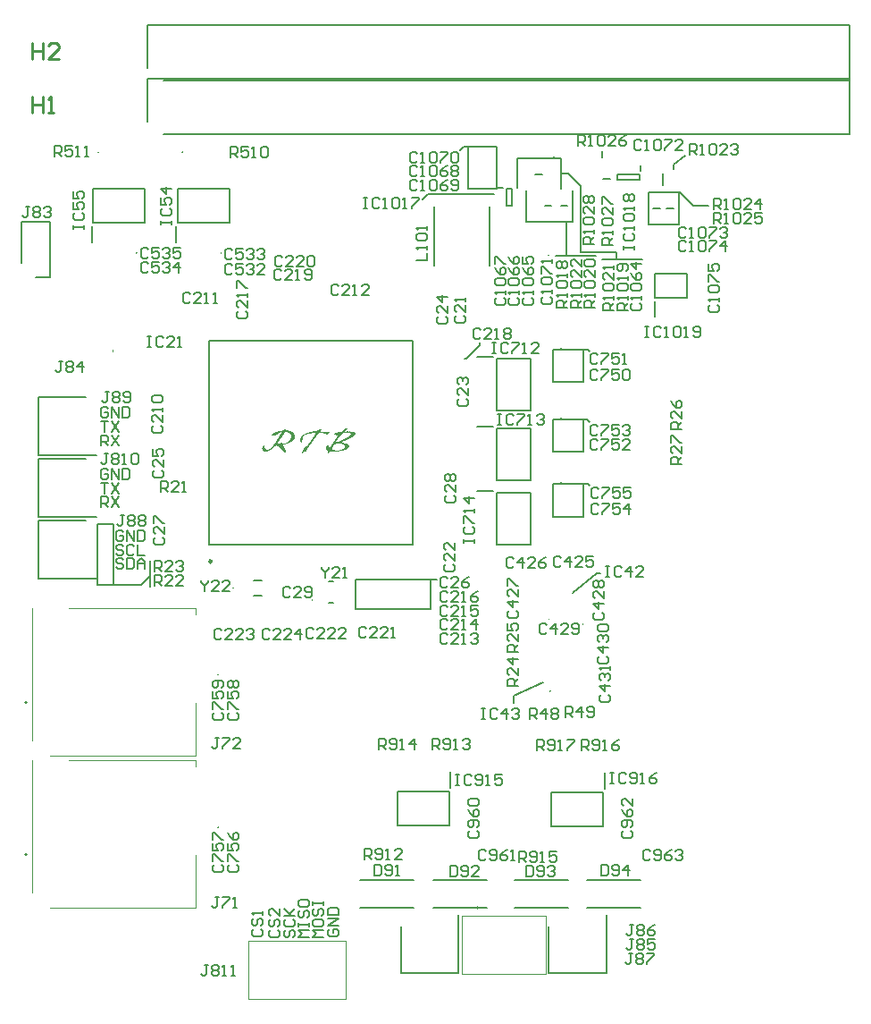
<source format=gto>
G04*
G04 #@! TF.GenerationSoftware,Altium Limited,Altium Designer,25.0.2 (28)*
G04*
G04 Layer_Color=65535*
%FSLAX25Y25*%
%MOIN*%
G70*
G04*
G04 #@! TF.SameCoordinates,92B628A6-D60A-4015-8E16-F054796CA4EE*
G04*
G04*
G04 #@! TF.FilePolarity,Positive*
G04*
G01*
G75*
%ADD10C,0.00787*%
%ADD11C,0.00394*%
%ADD12C,0.00984*%
%ADD13C,0.00600*%
%ADD14C,0.00900*%
G36*
X100783Y212422D02*
X100918D01*
Y212399D01*
X101054D01*
Y212376D01*
X101281D01*
Y212354D01*
X101304D01*
Y212331D01*
X101326D01*
Y212309D01*
X101417D01*
Y212331D01*
X101485D01*
Y212354D01*
X101507D01*
Y212331D01*
X101621D01*
Y212309D01*
X101734D01*
Y212286D01*
X101847D01*
Y212263D01*
X101961D01*
Y212241D01*
X102074D01*
Y212218D01*
X102187D01*
Y212195D01*
X102233D01*
Y212173D01*
X102278D01*
Y212150D01*
X102323D01*
Y212127D01*
X102368D01*
Y212105D01*
X102436D01*
Y212082D01*
X102482D01*
Y212059D01*
X102550D01*
Y212037D01*
X102595D01*
Y212014D01*
X102686D01*
Y211991D01*
X102754D01*
Y211969D01*
X102799D01*
Y211946D01*
X102822D01*
Y211923D01*
X102844D01*
Y211901D01*
X102890D01*
Y211878D01*
X102912D01*
Y211855D01*
X102957D01*
Y211833D01*
X102980D01*
Y211810D01*
X103025D01*
Y211788D01*
X103048D01*
Y211765D01*
X103093D01*
Y211742D01*
X103139D01*
Y211719D01*
X103184D01*
Y211697D01*
X103207D01*
Y211674D01*
X103229D01*
Y211651D01*
X103252D01*
Y211629D01*
X103275D01*
Y211606D01*
X103320D01*
Y211584D01*
X103343D01*
Y211561D01*
X103365D01*
Y211538D01*
X103388D01*
Y211516D01*
X103411D01*
Y211493D01*
X103433D01*
Y211470D01*
X103479D01*
Y211448D01*
X103501D01*
Y211425D01*
X103524D01*
Y211402D01*
X103547D01*
Y211380D01*
X103592D01*
Y211221D01*
X103614D01*
Y211198D01*
X103660D01*
Y211176D01*
X103682D01*
Y211153D01*
X103705D01*
Y211130D01*
X103728D01*
Y211108D01*
X103751D01*
Y211085D01*
X103773D01*
Y211063D01*
X103796D01*
Y211040D01*
X103841D01*
Y210995D01*
X103864D01*
Y210927D01*
X103886D01*
Y210859D01*
X103909D01*
Y210813D01*
X103932D01*
Y210745D01*
X103954D01*
Y210700D01*
X103977D01*
Y210655D01*
X104000D01*
Y210587D01*
X104022D01*
Y210541D01*
X104045D01*
Y210496D01*
X104068D01*
Y210156D01*
X104090D01*
Y209862D01*
X104068D01*
Y209839D01*
X104045D01*
Y209794D01*
X104022D01*
Y209590D01*
X104000D01*
Y209522D01*
X103977D01*
Y209476D01*
X103954D01*
Y209431D01*
X103932D01*
Y209295D01*
X103909D01*
Y209114D01*
X103886D01*
Y209091D01*
X103864D01*
Y209069D01*
X103841D01*
Y209023D01*
X103818D01*
Y209001D01*
X103796D01*
Y208978D01*
X103773D01*
Y208955D01*
X103751D01*
Y208933D01*
X103728D01*
Y208910D01*
X103705D01*
Y208865D01*
X103682D01*
Y208842D01*
X103660D01*
Y208820D01*
X103637D01*
Y208797D01*
X103614D01*
Y208774D01*
X103592D01*
Y208729D01*
X103569D01*
Y208706D01*
X103547D01*
Y208684D01*
X103524D01*
Y208661D01*
X103501D01*
Y208638D01*
X103479D01*
Y208593D01*
X103456D01*
Y208570D01*
X103433D01*
Y208548D01*
X103411D01*
Y208525D01*
X103365D01*
Y208502D01*
X103343D01*
Y208480D01*
X103297D01*
Y208457D01*
X103275D01*
Y208434D01*
X103229D01*
Y208412D01*
X103207D01*
Y208389D01*
X103161D01*
Y208366D01*
X103139D01*
Y208344D01*
X103093D01*
Y208321D01*
X103071D01*
Y208298D01*
X103025D01*
Y208276D01*
X102980D01*
Y208253D01*
X102957D01*
Y208230D01*
X102912D01*
Y208208D01*
X102890D01*
Y208185D01*
X102844D01*
Y208162D01*
X102799D01*
Y208140D01*
X102776D01*
Y208117D01*
X102731D01*
Y208095D01*
X102686D01*
Y208072D01*
X102663D01*
Y208049D01*
X102618D01*
Y208027D01*
X102572D01*
Y208004D01*
X102527D01*
Y207981D01*
X102504D01*
Y207959D01*
X102459D01*
Y207936D01*
X102414D01*
Y207913D01*
X102368D01*
Y207891D01*
X102323D01*
Y207868D01*
X102278D01*
Y207845D01*
X102233D01*
Y207823D01*
X102187D01*
Y207800D01*
X102142D01*
Y207777D01*
X102074D01*
Y207755D01*
X102029D01*
Y207732D01*
X101983D01*
Y207709D01*
X101938D01*
Y207687D01*
X101893D01*
Y207664D01*
X101825D01*
Y207641D01*
X101779D01*
Y207619D01*
X101711D01*
Y207596D01*
X101666D01*
Y207573D01*
X101598D01*
Y207551D01*
X101530D01*
Y207528D01*
X101485D01*
Y207505D01*
X101417D01*
Y207483D01*
X101349D01*
Y207460D01*
X101304D01*
Y207437D01*
X101236D01*
Y207415D01*
X101168D01*
Y207392D01*
X101122D01*
Y207369D01*
X101077D01*
Y207347D01*
X101009D01*
Y207324D01*
X100964D01*
Y207301D01*
X100918D01*
Y207279D01*
X100805D01*
Y207256D01*
X100669D01*
Y207234D01*
X100579D01*
Y207211D01*
X100511D01*
Y207188D01*
X100420D01*
Y207166D01*
X100352D01*
Y207143D01*
X100261D01*
Y207120D01*
X100193D01*
Y207098D01*
X100126D01*
Y207075D01*
X100035D01*
Y207052D01*
X99944D01*
Y207030D01*
X99922D01*
Y207007D01*
X99899D01*
Y206984D01*
X99876D01*
Y206939D01*
X99854D01*
Y206894D01*
X99831D01*
Y206848D01*
X99808D01*
Y206803D01*
X99831D01*
Y206463D01*
X99876D01*
Y206373D01*
X99899D01*
Y206327D01*
X99922D01*
Y206282D01*
X99944D01*
Y206237D01*
X99967D01*
Y206191D01*
X99989D01*
Y206146D01*
X100012D01*
Y206101D01*
X100035D01*
Y206078D01*
X100057D01*
Y206033D01*
X100080D01*
Y205988D01*
X100103D01*
Y205942D01*
X100126D01*
Y205897D01*
X100148D01*
Y205852D01*
X100171D01*
Y205806D01*
X100193D01*
Y205761D01*
X100216D01*
Y205716D01*
X100239D01*
Y205670D01*
X100261D01*
Y205625D01*
X100284D01*
Y205580D01*
X100307D01*
Y205534D01*
X100329D01*
Y205489D01*
X100352D01*
Y205444D01*
X100375D01*
Y205398D01*
X100397D01*
Y205353D01*
X100420D01*
Y205308D01*
X100443D01*
Y205240D01*
X100465D01*
Y205194D01*
X100488D01*
Y205149D01*
X100511D01*
Y205104D01*
X100533D01*
Y205059D01*
X100556D01*
Y205013D01*
X100579D01*
Y204968D01*
X100601D01*
Y204809D01*
X100624D01*
Y204719D01*
X100647D01*
Y204651D01*
X100669D01*
Y204583D01*
X100692D01*
Y204515D01*
X100715D01*
Y204447D01*
X100737D01*
Y204401D01*
X100760D01*
Y204334D01*
X100783D01*
Y204266D01*
X100805D01*
Y204220D01*
X100828D01*
Y204152D01*
X100850D01*
Y204084D01*
X100873D01*
Y203926D01*
X100850D01*
Y203903D01*
X100715D01*
Y203926D01*
X100647D01*
Y203948D01*
X100601D01*
Y203971D01*
X100556D01*
Y203994D01*
X100511D01*
Y204016D01*
X100465D01*
Y204039D01*
X100420D01*
Y204062D01*
X100375D01*
Y204084D01*
X100329D01*
Y204107D01*
X100284D01*
Y204130D01*
X100239D01*
Y204152D01*
X100193D01*
Y204175D01*
X100148D01*
Y204198D01*
X100126D01*
Y204220D01*
X100103D01*
Y204243D01*
X100080D01*
Y204266D01*
X100035D01*
Y204288D01*
X100012D01*
Y204311D01*
X99989D01*
Y204334D01*
X99967D01*
Y204356D01*
X99944D01*
Y204379D01*
X99899D01*
Y204401D01*
X99876D01*
Y204424D01*
X99854D01*
Y204447D01*
X99831D01*
Y204469D01*
X99808D01*
Y204492D01*
X99786D01*
Y204515D01*
X99763D01*
Y204538D01*
X99740D01*
Y204560D01*
X99718D01*
Y204583D01*
X99695D01*
Y204605D01*
X99672D01*
Y204628D01*
X99650D01*
Y204651D01*
X99627D01*
Y204673D01*
X99604D01*
Y204696D01*
X99582D01*
Y204719D01*
X99559D01*
Y204809D01*
X99536D01*
Y204832D01*
X99514D01*
Y204855D01*
X99468D01*
Y204877D01*
X99423D01*
Y204900D01*
X99401D01*
Y204923D01*
X99355D01*
Y204945D01*
X99310D01*
Y204968D01*
X99287D01*
Y204991D01*
X99265D01*
Y205013D01*
X99242D01*
Y205036D01*
X99219D01*
Y205059D01*
X99197D01*
Y205081D01*
X99174D01*
Y205104D01*
X99151D01*
Y205127D01*
X99129D01*
Y205149D01*
X99106D01*
Y205172D01*
X99083D01*
Y205194D01*
X99061D01*
Y205217D01*
X99038D01*
Y205240D01*
X99015D01*
Y205285D01*
X98993D01*
Y205308D01*
X98970D01*
Y205330D01*
X98947D01*
Y205353D01*
X98925D01*
Y205376D01*
X98902D01*
Y205398D01*
X98879D01*
Y205421D01*
X98857D01*
Y205466D01*
X98834D01*
Y205489D01*
X98811D01*
Y205512D01*
X98789D01*
Y205534D01*
X98766D01*
Y205557D01*
X98743D01*
Y205580D01*
X98721D01*
Y205602D01*
X98698D01*
Y205648D01*
X98676D01*
Y205670D01*
X98653D01*
Y205693D01*
X98630D01*
Y205716D01*
X98607D01*
Y205738D01*
X98585D01*
Y205761D01*
X98562D01*
Y205784D01*
X98540D01*
Y205806D01*
X98517D01*
Y205829D01*
X98494D01*
Y205874D01*
X98472D01*
Y205897D01*
X98449D01*
Y205920D01*
X98426D01*
Y205942D01*
X98404D01*
Y205965D01*
X98381D01*
Y205988D01*
X98358D01*
Y206010D01*
X98336D01*
Y206033D01*
X98313D01*
Y206055D01*
X98290D01*
Y206078D01*
X98268D01*
Y206101D01*
X98245D01*
Y206123D01*
X98222D01*
Y206146D01*
X98200D01*
Y206169D01*
X98177D01*
Y206191D01*
X98154D01*
Y206214D01*
X98132D01*
Y206237D01*
X98086D01*
Y206259D01*
X98064D01*
Y206282D01*
X98041D01*
Y206305D01*
X98018D01*
Y206327D01*
X97996D01*
Y206350D01*
X97973D01*
Y206373D01*
X97928D01*
Y206395D01*
X97905D01*
Y206418D01*
X97882D01*
Y206441D01*
X97860D01*
Y206463D01*
X97815D01*
Y206486D01*
X97769D01*
Y206509D01*
X97701D01*
Y206531D01*
X97656D01*
Y206554D01*
X97588D01*
Y206576D01*
X97543D01*
Y206599D01*
X97339D01*
Y206622D01*
X97158D01*
Y206645D01*
X96976D01*
Y206622D01*
X96908D01*
Y206599D01*
X96840D01*
Y206576D01*
X96795D01*
Y206554D01*
X96727D01*
Y206531D01*
X96659D01*
Y206486D01*
X96636D01*
Y206463D01*
X96614D01*
Y206441D01*
X96591D01*
Y206418D01*
X96568D01*
Y206395D01*
X96546D01*
Y206373D01*
X96523D01*
Y206350D01*
X96500D01*
Y206327D01*
X96478D01*
Y206305D01*
X96455D01*
Y206282D01*
X96433D01*
Y206259D01*
X96410D01*
Y206237D01*
X96387D01*
Y206214D01*
X96364D01*
Y206191D01*
X96342D01*
Y206169D01*
X96297D01*
Y206146D01*
X96274D01*
Y206123D01*
X96251D01*
Y206101D01*
X96229D01*
Y206078D01*
X96206D01*
Y206055D01*
X96183D01*
Y206033D01*
X96161D01*
Y206010D01*
X96115D01*
Y205988D01*
X96093D01*
Y205965D01*
X96070D01*
Y205942D01*
X96047D01*
Y205920D01*
X96025D01*
Y205897D01*
X96002D01*
Y205874D01*
X95957D01*
Y205852D01*
X95934D01*
Y205829D01*
X95911D01*
Y205806D01*
X95866D01*
Y205784D01*
X95843D01*
Y205761D01*
X95821D01*
Y205738D01*
X95798D01*
Y205716D01*
X95776D01*
Y205693D01*
X95730D01*
Y205670D01*
X95707D01*
Y205648D01*
X95685D01*
Y205625D01*
X95662D01*
Y205602D01*
X95639D01*
Y205580D01*
X95594D01*
Y205557D01*
X95572D01*
Y205534D01*
X95549D01*
Y205512D01*
X95526D01*
Y205489D01*
X95504D01*
Y205466D01*
X95481D01*
Y205444D01*
X95436D01*
Y205421D01*
X95413D01*
Y205398D01*
X95390D01*
Y205376D01*
X95368D01*
Y205353D01*
X95345D01*
Y205330D01*
X95322D01*
Y205308D01*
X95300D01*
Y205285D01*
X95277D01*
Y205262D01*
X95254D01*
Y205240D01*
X95232D01*
Y205217D01*
X95164D01*
Y205194D01*
X95118D01*
Y205172D01*
X95096D01*
Y205149D01*
X95073D01*
Y205127D01*
X95051D01*
Y205104D01*
X95028D01*
Y205059D01*
X95005D01*
Y205036D01*
X94982D01*
Y205013D01*
X94937D01*
Y204991D01*
X94892D01*
Y204968D01*
X94847D01*
Y204945D01*
X94801D01*
Y204923D01*
X94756D01*
Y204900D01*
X94733D01*
Y204877D01*
X94688D01*
Y204855D01*
X94643D01*
Y204832D01*
X94597D01*
Y204809D01*
X94552D01*
Y204787D01*
X94529D01*
Y204764D01*
X94484D01*
Y204741D01*
X94439D01*
Y204719D01*
X94393D01*
Y204696D01*
X94348D01*
Y204673D01*
X94280D01*
Y204651D01*
X94235D01*
Y204628D01*
X94212D01*
Y204651D01*
X94122D01*
Y204628D01*
X94076D01*
Y204605D01*
X94031D01*
Y204583D01*
X93986D01*
Y204560D01*
X93940D01*
Y204538D01*
X93872D01*
Y204515D01*
X93827D01*
Y204492D01*
X93782D01*
Y204469D01*
X93442D01*
Y204447D01*
X93351D01*
Y204424D01*
X93283D01*
Y204401D01*
X93215D01*
Y204379D01*
X93147D01*
Y204356D01*
X93079D01*
Y204334D01*
X92989D01*
Y204311D01*
X92943D01*
Y204334D01*
X92875D01*
Y204356D01*
X92808D01*
Y204379D01*
X92762D01*
Y204401D01*
X92739D01*
Y204424D01*
X92672D01*
Y204447D01*
X92604D01*
Y204469D01*
X92468D01*
Y204492D01*
X92422D01*
Y204515D01*
X92400D01*
Y204538D01*
X92354D01*
Y204560D01*
X92309D01*
Y204583D01*
X92264D01*
Y204628D01*
X92241D01*
Y204651D01*
X92218D01*
Y204696D01*
X92196D01*
Y204719D01*
X92173D01*
Y204741D01*
X92150D01*
Y204787D01*
X92128D01*
Y204809D01*
X92105D01*
Y204855D01*
X92083D01*
Y204877D01*
X92060D01*
Y204923D01*
X92037D01*
Y204968D01*
X92014D01*
Y204991D01*
X91992D01*
Y205036D01*
X91969D01*
Y205081D01*
X91947D01*
Y205149D01*
X91924D01*
Y205285D01*
X91901D01*
Y205330D01*
X91879D01*
Y205353D01*
X91856D01*
Y205444D01*
X91833D01*
Y205557D01*
X91856D01*
Y205670D01*
X91879D01*
Y205738D01*
X91901D01*
Y205852D01*
X91924D01*
Y206033D01*
X91947D01*
Y206055D01*
X91969D01*
Y206101D01*
X91992D01*
Y206123D01*
X92014D01*
Y206146D01*
X92037D01*
Y206169D01*
X92060D01*
Y206191D01*
X92083D01*
Y206327D01*
X92105D01*
Y206373D01*
X92128D01*
Y206395D01*
X92150D01*
Y206441D01*
X92173D01*
Y206463D01*
X92196D01*
Y206509D01*
X92218D01*
Y206531D01*
X92241D01*
Y206554D01*
X92264D01*
Y206576D01*
X92286D01*
Y206599D01*
X92309D01*
Y206622D01*
X92332D01*
Y206667D01*
X92354D01*
Y206690D01*
X92377D01*
Y206713D01*
X92400D01*
Y206735D01*
X92422D01*
Y206758D01*
X92445D01*
Y206780D01*
X92468D01*
Y206803D01*
X92513D01*
Y206826D01*
X92536D01*
Y206848D01*
X92581D01*
Y206871D01*
X92626D01*
Y206894D01*
X92672D01*
Y206871D01*
X92694D01*
Y206395D01*
X92717D01*
Y206350D01*
X92739D01*
Y206282D01*
X92762D01*
Y206237D01*
X92785D01*
Y206169D01*
X92808D01*
Y206101D01*
X92830D01*
Y206033D01*
X92853D01*
Y205942D01*
X92875D01*
Y205897D01*
X92898D01*
Y205874D01*
X92921D01*
Y205829D01*
X92943D01*
Y205784D01*
X92966D01*
Y205761D01*
X92989D01*
Y205716D01*
X93011D01*
Y205693D01*
X93034D01*
Y205648D01*
X93057D01*
Y205625D01*
X93079D01*
Y205602D01*
X93102D01*
Y205557D01*
X93125D01*
Y205534D01*
X93147D01*
Y205512D01*
X93170D01*
Y205489D01*
X93193D01*
Y205466D01*
X93215D01*
Y205444D01*
X93238D01*
Y205421D01*
X93261D01*
Y205398D01*
X93283D01*
Y205376D01*
X93306D01*
Y205353D01*
X93329D01*
Y205308D01*
X93351D01*
Y205285D01*
X93374D01*
Y205262D01*
X93442D01*
Y205240D01*
X93555D01*
Y205217D01*
X93691D01*
Y205194D01*
X93804D01*
Y205172D01*
X93918D01*
Y205149D01*
X94257D01*
Y205172D01*
X94326D01*
Y205194D01*
X94371D01*
Y205217D01*
X94416D01*
Y205240D01*
X94461D01*
Y205262D01*
X94507D01*
Y205285D01*
X94552D01*
Y205308D01*
X94597D01*
Y205330D01*
X94643D01*
Y205353D01*
X94665D01*
Y205376D01*
X94688D01*
Y205398D01*
X94711D01*
Y205421D01*
X94733D01*
Y205444D01*
X94756D01*
Y205466D01*
X94779D01*
Y205489D01*
X94801D01*
Y205512D01*
X94824D01*
Y205534D01*
X94847D01*
Y205557D01*
X94892D01*
Y205580D01*
X94915D01*
Y205602D01*
X94937D01*
Y205625D01*
X94960D01*
Y205648D01*
X94982D01*
Y205670D01*
X95005D01*
Y205693D01*
X95028D01*
Y205716D01*
X95051D01*
Y205738D01*
X95073D01*
Y205761D01*
X95096D01*
Y205784D01*
X95118D01*
Y205806D01*
X95141D01*
Y205829D01*
X95164D01*
Y205852D01*
X95186D01*
Y205874D01*
X95209D01*
Y205897D01*
X95232D01*
Y205920D01*
X95254D01*
Y205942D01*
X95277D01*
Y205965D01*
X95300D01*
Y205988D01*
X95322D01*
Y206010D01*
X95345D01*
Y206033D01*
X95368D01*
Y206055D01*
X95390D01*
Y206078D01*
X95413D01*
Y206101D01*
X95436D01*
Y206123D01*
X95458D01*
Y206146D01*
X95481D01*
Y206169D01*
X95504D01*
Y206191D01*
X95526D01*
Y206214D01*
X95549D01*
Y206237D01*
X95572D01*
Y206259D01*
X95594D01*
Y206282D01*
X95617D01*
Y206305D01*
X95639D01*
Y206327D01*
X95662D01*
Y206350D01*
X95685D01*
Y206373D01*
X95707D01*
Y206395D01*
X95730D01*
Y206441D01*
X95753D01*
Y206463D01*
X95776D01*
Y206486D01*
X95798D01*
Y206509D01*
X95821D01*
Y206531D01*
X95843D01*
Y206554D01*
X95866D01*
Y206576D01*
X95889D01*
Y206599D01*
X95911D01*
Y206622D01*
X95934D01*
Y206645D01*
X95957D01*
Y206690D01*
X95979D01*
Y206713D01*
X96002D01*
Y206735D01*
X96025D01*
Y206780D01*
X96047D01*
Y206803D01*
X96070D01*
Y206826D01*
X96093D01*
Y206871D01*
X96115D01*
Y206894D01*
X96138D01*
Y206916D01*
X96161D01*
Y206962D01*
X96183D01*
Y206984D01*
X96206D01*
Y207007D01*
X96229D01*
Y207052D01*
X96251D01*
Y207075D01*
X96274D01*
Y207098D01*
X96297D01*
Y207143D01*
X96319D01*
Y207166D01*
X96342D01*
Y207188D01*
X96364D01*
Y207234D01*
X96387D01*
Y207256D01*
X96410D01*
Y207279D01*
X96433D01*
Y207324D01*
X96455D01*
Y207347D01*
X96478D01*
Y207369D01*
X96500D01*
Y207392D01*
X96523D01*
Y207437D01*
X96546D01*
Y207460D01*
X96568D01*
Y207483D01*
X96591D01*
Y207528D01*
X96614D01*
Y207551D01*
X96636D01*
Y207573D01*
X96659D01*
Y207619D01*
X96682D01*
Y207641D01*
X96704D01*
Y207664D01*
X96727D01*
Y207709D01*
X96750D01*
Y207732D01*
X96772D01*
Y207755D01*
X96795D01*
Y207800D01*
X96818D01*
Y207823D01*
X96840D01*
Y207845D01*
X96863D01*
Y207891D01*
X96886D01*
Y207913D01*
X96908D01*
Y207936D01*
X96931D01*
Y207981D01*
X96954D01*
Y208004D01*
X96976D01*
Y208027D01*
X96999D01*
Y208072D01*
X97022D01*
Y208095D01*
X97044D01*
Y208140D01*
X97067D01*
Y208162D01*
X97089D01*
Y208185D01*
X97112D01*
Y208230D01*
X97135D01*
Y208253D01*
X97158D01*
Y208298D01*
X97180D01*
Y208321D01*
X97203D01*
Y208344D01*
X97225D01*
Y208389D01*
X97248D01*
Y208434D01*
X97271D01*
Y208525D01*
X97293D01*
Y208570D01*
X97316D01*
Y208593D01*
X97339D01*
Y208616D01*
X97361D01*
Y208638D01*
X97384D01*
Y208661D01*
X97407D01*
Y208684D01*
X97429D01*
Y208729D01*
X97452D01*
Y208797D01*
X97475D01*
Y208865D01*
X97497D01*
Y208910D01*
X97520D01*
Y208933D01*
X97543D01*
Y208978D01*
X97565D01*
Y209001D01*
X97588D01*
Y209046D01*
X97611D01*
Y209069D01*
X97633D01*
Y209114D01*
X97656D01*
Y209137D01*
X97679D01*
Y209182D01*
X97701D01*
Y209205D01*
X97724D01*
Y209250D01*
X97747D01*
Y209273D01*
X97769D01*
Y209318D01*
X97792D01*
Y209363D01*
X97815D01*
Y209386D01*
X97837D01*
Y209431D01*
X97860D01*
Y209454D01*
X97882D01*
Y209499D01*
X97905D01*
Y209544D01*
X97928D01*
Y209567D01*
X97951D01*
Y209612D01*
X97973D01*
Y209658D01*
X97996D01*
Y209680D01*
X98018D01*
Y209726D01*
X98041D01*
Y209771D01*
X98064D01*
Y209794D01*
X98086D01*
Y209839D01*
X98109D01*
Y209884D01*
X98132D01*
Y209907D01*
X98154D01*
Y209952D01*
X98177D01*
Y209998D01*
X98200D01*
Y210043D01*
X98222D01*
Y210066D01*
X98245D01*
Y210111D01*
X98268D01*
Y210156D01*
X98290D01*
Y210179D01*
X98313D01*
Y210224D01*
X98336D01*
Y210269D01*
X98358D01*
Y210292D01*
X98381D01*
Y210337D01*
X98404D01*
Y210383D01*
X98426D01*
Y210405D01*
X98449D01*
Y210451D01*
X98472D01*
Y210496D01*
X98494D01*
Y210519D01*
X98517D01*
Y210564D01*
X98540D01*
Y210609D01*
X98562D01*
Y210632D01*
X98585D01*
Y210677D01*
X98607D01*
Y210700D01*
X98630D01*
Y210745D01*
X98653D01*
Y210791D01*
X98676D01*
Y210813D01*
X98698D01*
Y210859D01*
X98721D01*
Y210881D01*
X98743D01*
Y210927D01*
X98766D01*
Y210949D01*
X98789D01*
Y210995D01*
X98811D01*
Y211017D01*
X98834D01*
Y211063D01*
X98857D01*
Y211085D01*
X98879D01*
Y211130D01*
X98902D01*
Y211153D01*
X98925D01*
Y211198D01*
X98947D01*
Y211334D01*
X98970D01*
Y211357D01*
X98993D01*
Y211402D01*
X99015D01*
Y211425D01*
X99038D01*
Y211470D01*
X99061D01*
Y211493D01*
X99083D01*
Y211538D01*
X99106D01*
Y211584D01*
X99129D01*
Y211629D01*
X99106D01*
Y211651D01*
X98970D01*
Y211629D01*
X98811D01*
Y211606D01*
X98653D01*
Y211584D01*
X98494D01*
Y211561D01*
X98381D01*
Y211538D01*
X98313D01*
Y211516D01*
X98222D01*
Y211493D01*
X98154D01*
Y211470D01*
X98132D01*
Y211448D01*
X98109D01*
Y211425D01*
X98086D01*
Y211402D01*
X98064D01*
Y211380D01*
X98041D01*
Y211357D01*
X98018D01*
Y211334D01*
X97996D01*
Y211312D01*
X97973D01*
Y211289D01*
X97951D01*
Y211266D01*
X97905D01*
Y211244D01*
X97882D01*
Y211221D01*
X97860D01*
Y211198D01*
X97837D01*
Y211176D01*
X97815D01*
Y211153D01*
X97792D01*
Y211108D01*
X97769D01*
Y211085D01*
X97747D01*
Y211040D01*
X97724D01*
Y211017D01*
X97701D01*
Y210972D01*
X97679D01*
Y210949D01*
X97656D01*
Y210904D01*
X97633D01*
Y210881D01*
X97611D01*
Y210836D01*
X97588D01*
Y210813D01*
X97565D01*
Y210768D01*
X97543D01*
Y210745D01*
X97520D01*
Y210723D01*
X97497D01*
Y210700D01*
X97452D01*
Y210677D01*
X97384D01*
Y210655D01*
X97316D01*
Y210632D01*
X97271D01*
Y210609D01*
X97203D01*
Y210587D01*
X97135D01*
Y210564D01*
X97089D01*
Y210541D01*
X97022D01*
Y210519D01*
X96954D01*
Y210496D01*
X96886D01*
Y210473D01*
X96840D01*
Y210451D01*
X96772D01*
Y210428D01*
X96704D01*
Y210405D01*
X96591D01*
Y210383D01*
X96433D01*
Y210360D01*
X96297D01*
Y210337D01*
X96138D01*
Y210315D01*
X95979D01*
Y210292D01*
X95662D01*
Y210315D01*
X95458D01*
Y210337D01*
X95436D01*
Y210360D01*
X95413D01*
Y210383D01*
X95368D01*
Y210405D01*
X95345D01*
Y210496D01*
X95368D01*
Y210541D01*
X95390D01*
Y210587D01*
X95413D01*
Y210655D01*
X95436D01*
Y210700D01*
X95458D01*
Y210745D01*
X95481D01*
Y210768D01*
X95504D01*
Y210791D01*
X95526D01*
Y210813D01*
X95549D01*
Y210836D01*
X95572D01*
Y210859D01*
X95594D01*
Y210881D01*
X95639D01*
Y210904D01*
X95662D01*
Y210927D01*
X95685D01*
Y210949D01*
X95707D01*
Y210972D01*
X95730D01*
Y210995D01*
X95753D01*
Y211017D01*
X95776D01*
Y211040D01*
X95798D01*
Y211063D01*
X95821D01*
Y211085D01*
X95843D01*
Y211108D01*
X95866D01*
Y211130D01*
X95911D01*
Y211153D01*
X95934D01*
Y211176D01*
X95957D01*
Y211198D01*
X96002D01*
Y211221D01*
X96025D01*
Y211244D01*
X96070D01*
Y211266D01*
X96093D01*
Y211289D01*
X96138D01*
Y211312D01*
X96183D01*
Y211334D01*
X96229D01*
Y211357D01*
X96297D01*
Y211380D01*
X96364D01*
Y211402D01*
X96455D01*
Y211425D01*
X96523D01*
Y211448D01*
X96591D01*
Y211470D01*
X96614D01*
Y211493D01*
X96636D01*
Y211516D01*
X96682D01*
Y211538D01*
X96727D01*
Y211561D01*
X96772D01*
Y211584D01*
X96818D01*
Y211606D01*
X96863D01*
Y211629D01*
X96931D01*
Y211651D01*
X97022D01*
Y211674D01*
X97089D01*
Y211697D01*
X97158D01*
Y211719D01*
X97203D01*
Y211742D01*
X97248D01*
Y211765D01*
X97293D01*
Y211788D01*
X97339D01*
Y211810D01*
X97384D01*
Y211833D01*
X97475D01*
Y211855D01*
X97565D01*
Y211878D01*
X97656D01*
Y211901D01*
X97747D01*
Y211923D01*
X97792D01*
Y211946D01*
X97837D01*
Y211969D01*
X97882D01*
Y211991D01*
X98177D01*
Y212014D01*
X98245D01*
Y212037D01*
X98313D01*
Y212059D01*
X98381D01*
Y212082D01*
X98449D01*
Y212105D01*
X98517D01*
Y212127D01*
X98676D01*
Y212150D01*
X98834D01*
Y212173D01*
X98947D01*
Y212195D01*
X99061D01*
Y212218D01*
X99151D01*
Y212241D01*
X99242D01*
Y212263D01*
X99378D01*
Y212286D01*
X99423D01*
Y212309D01*
X99446D01*
Y212331D01*
X99468D01*
Y212354D01*
X99491D01*
Y212376D01*
X99514D01*
Y212399D01*
X99536D01*
Y212422D01*
X99559D01*
Y212444D01*
X99582D01*
Y212467D01*
X99604D01*
Y212490D01*
X99627D01*
Y212512D01*
X99650D01*
Y212535D01*
X99695D01*
Y212558D01*
X99831D01*
Y212580D01*
X99967D01*
Y212603D01*
X100103D01*
Y212626D01*
X100239D01*
Y212648D01*
X100375D01*
Y212671D01*
X100511D01*
Y212694D01*
X100647D01*
Y212716D01*
X100783D01*
Y212422D01*
D02*
G37*
G36*
X114104Y212694D02*
X114082D01*
Y212558D01*
X114059D01*
Y212512D01*
X114036D01*
Y212490D01*
X113991D01*
Y212467D01*
X113968D01*
Y212444D01*
X113946D01*
Y212422D01*
X113923D01*
Y212399D01*
X113900D01*
Y212376D01*
X113878D01*
Y212354D01*
X113855D01*
Y212331D01*
X113832D01*
Y212309D01*
X113810D01*
Y212286D01*
X113787D01*
Y212263D01*
X113765D01*
Y212241D01*
X113742D01*
Y212218D01*
X113719D01*
Y212195D01*
X113697D01*
Y212173D01*
X113674D01*
Y212059D01*
X113651D01*
Y212014D01*
X113674D01*
Y211991D01*
X113697D01*
Y211969D01*
X113742D01*
Y211946D01*
X113765D01*
Y211923D01*
X113810D01*
Y211901D01*
X113991D01*
Y211878D01*
X114965D01*
Y211901D01*
X115441D01*
Y211878D01*
X115509D01*
Y211855D01*
X115577D01*
Y211878D01*
X115736D01*
Y211901D01*
X115985D01*
Y211878D01*
X116121D01*
Y211901D01*
X116506D01*
Y211878D01*
X116642D01*
Y211855D01*
X117072D01*
Y211833D01*
X117208D01*
Y211788D01*
X117186D01*
Y211742D01*
X117163D01*
Y211697D01*
X117140D01*
Y211674D01*
X117118D01*
Y211629D01*
X117095D01*
Y211584D01*
X117072D01*
Y211561D01*
X117050D01*
Y211538D01*
X117027D01*
Y211516D01*
X117004D01*
Y211493D01*
X116982D01*
Y211470D01*
X116959D01*
Y211448D01*
X116914D01*
Y211425D01*
X116891D01*
Y211402D01*
X116868D01*
Y211380D01*
X116846D01*
Y211357D01*
X116823D01*
Y211334D01*
X116800D01*
Y211312D01*
X116778D01*
Y211289D01*
X116755D01*
Y211266D01*
X116733D01*
Y211244D01*
X116710D01*
Y211221D01*
X116687D01*
Y211198D01*
X116665D01*
Y211176D01*
X116642D01*
Y211153D01*
X116619D01*
Y211130D01*
X116597D01*
Y211108D01*
X116574D01*
Y211085D01*
X116551D01*
Y211063D01*
X116529D01*
Y211040D01*
X116506D01*
Y211017D01*
X116483D01*
Y210995D01*
X116461D01*
Y210972D01*
X116438D01*
Y210949D01*
X116415D01*
Y210927D01*
X116393D01*
Y210904D01*
X116370D01*
Y210881D01*
X116347D01*
Y210859D01*
X116325D01*
Y210836D01*
X116302D01*
Y210813D01*
X116279D01*
Y210791D01*
X116257D01*
Y210768D01*
X116234D01*
Y210745D01*
X116211D01*
Y210723D01*
X116189D01*
Y210700D01*
X116166D01*
Y210677D01*
X116143D01*
Y210655D01*
X116121D01*
Y210632D01*
X116098D01*
Y210609D01*
X116076D01*
Y210587D01*
X116053D01*
Y210564D01*
X116030D01*
Y210541D01*
X116007D01*
Y210519D01*
X115985D01*
Y210496D01*
X115962D01*
Y210473D01*
X115939D01*
Y210451D01*
X115917D01*
Y210428D01*
X115894D01*
Y210405D01*
X115849D01*
Y210496D01*
X115872D01*
Y210541D01*
X115894D01*
Y210587D01*
X115917D01*
Y210632D01*
X115939D01*
Y210677D01*
X115962D01*
Y210745D01*
X115985D01*
Y210836D01*
X115939D01*
Y210859D01*
X115917D01*
Y210881D01*
X115872D01*
Y210904D01*
X115849D01*
Y210927D01*
X115804D01*
Y210949D01*
X115781D01*
Y210972D01*
X115758D01*
Y210995D01*
X115713D01*
Y211017D01*
X115668D01*
Y211040D01*
X115622D01*
Y211063D01*
X115554D01*
Y211085D01*
X115464D01*
Y211108D01*
X115396D01*
Y211130D01*
X115305D01*
Y211153D01*
X115237D01*
Y211176D01*
X115147D01*
Y211198D01*
X115079D01*
Y211221D01*
X114965D01*
Y211244D01*
X114807D01*
Y211266D01*
X114648D01*
Y211289D01*
X114489D01*
Y211312D01*
X113515D01*
Y211334D01*
X113379D01*
Y211312D01*
X113243D01*
Y211289D01*
X113130D01*
Y211266D01*
X113040D01*
Y211244D01*
X113017D01*
Y211221D01*
X112972D01*
Y211198D01*
X112949D01*
Y211176D01*
X112926D01*
Y211153D01*
X112881D01*
Y211130D01*
X112858D01*
Y211108D01*
X112813D01*
Y211085D01*
X112790D01*
Y211063D01*
X112768D01*
Y211040D01*
X112745D01*
Y211017D01*
X112722D01*
Y210972D01*
X112700D01*
Y210949D01*
X112677D01*
Y210904D01*
X112654D01*
Y210881D01*
X112632D01*
Y210836D01*
X112609D01*
Y210813D01*
X112586D01*
Y210791D01*
X112564D01*
Y210745D01*
X112541D01*
Y210723D01*
X112518D01*
Y210700D01*
X112496D01*
Y210677D01*
X112473D01*
Y210632D01*
X112451D01*
Y210609D01*
X112428D01*
Y210587D01*
X112405D01*
Y210564D01*
X112382D01*
Y210519D01*
X112360D01*
Y210496D01*
X112337D01*
Y210473D01*
X112314D01*
Y210451D01*
X112292D01*
Y210405D01*
X112269D01*
Y210383D01*
X112247D01*
Y210360D01*
X112224D01*
Y210337D01*
X112201D01*
Y210315D01*
X112179D01*
Y210269D01*
X112156D01*
Y210247D01*
X112133D01*
Y210224D01*
X112111D01*
Y210202D01*
X112088D01*
Y210156D01*
X112065D01*
Y210134D01*
X112043D01*
Y210111D01*
X112020D01*
Y210066D01*
X111997D01*
Y210043D01*
X111975D01*
Y209998D01*
X111952D01*
Y209975D01*
X111929D01*
Y209952D01*
X111907D01*
Y209907D01*
X111884D01*
Y209862D01*
X111861D01*
Y209839D01*
X111839D01*
Y209794D01*
X111816D01*
Y209771D01*
X111771D01*
Y209748D01*
X111748D01*
Y209726D01*
X111725D01*
Y209680D01*
X111703D01*
Y209635D01*
X111680D01*
Y209590D01*
X111658D01*
Y209522D01*
X111635D01*
Y209476D01*
X111612D01*
Y209454D01*
X111590D01*
Y209431D01*
X111567D01*
Y209386D01*
X111544D01*
Y209363D01*
X111522D01*
Y209341D01*
X111499D01*
Y209295D01*
X111476D01*
Y209273D01*
X111454D01*
Y209250D01*
X111431D01*
Y209205D01*
X111408D01*
Y209182D01*
X111386D01*
Y209159D01*
X111363D01*
Y209137D01*
X111340D01*
Y209091D01*
X111318D01*
Y209069D01*
X111295D01*
Y209046D01*
X111272D01*
Y209001D01*
X111250D01*
Y208978D01*
X111227D01*
Y208955D01*
X111204D01*
Y208910D01*
X111182D01*
Y208888D01*
X111159D01*
Y208820D01*
X111136D01*
Y208797D01*
X111114D01*
Y208752D01*
X111091D01*
Y208729D01*
X111068D01*
Y208706D01*
X111046D01*
Y208684D01*
X111023D01*
Y208661D01*
X111001D01*
Y208638D01*
X110978D01*
Y208616D01*
X110955D01*
Y208593D01*
X110933D01*
Y208548D01*
X110910D01*
Y208525D01*
X110887D01*
Y208502D01*
X110864D01*
Y208480D01*
X110842D01*
Y208434D01*
X110819D01*
Y208412D01*
X110797D01*
Y208389D01*
X110774D01*
Y208344D01*
X110751D01*
Y208321D01*
X110729D01*
Y208298D01*
X110706D01*
Y208253D01*
X110683D01*
Y208230D01*
X110661D01*
Y208208D01*
X110638D01*
Y208162D01*
X110615D01*
Y208140D01*
X110593D01*
Y208117D01*
X110570D01*
Y208072D01*
X110547D01*
Y208049D01*
X110525D01*
Y208027D01*
X110502D01*
Y207981D01*
X110479D01*
Y207959D01*
X110457D01*
Y207913D01*
X110434D01*
Y207891D01*
X110411D01*
Y207868D01*
X110389D01*
Y207823D01*
X110366D01*
Y207800D01*
X110343D01*
Y207755D01*
X110321D01*
Y207732D01*
X110298D01*
Y207709D01*
X110275D01*
Y207664D01*
X110253D01*
Y207641D01*
X110230D01*
Y207596D01*
X110207D01*
Y207573D01*
X110185D01*
Y207551D01*
X110162D01*
Y207505D01*
X110140D01*
Y207483D01*
X110117D01*
Y207437D01*
X110094D01*
Y207415D01*
X110072D01*
Y207392D01*
X110049D01*
Y207347D01*
X110026D01*
Y207324D01*
X110004D01*
Y207279D01*
X109981D01*
Y207256D01*
X109958D01*
Y207234D01*
X109936D01*
Y207188D01*
X109913D01*
Y207166D01*
X109890D01*
Y207143D01*
X109868D01*
Y207098D01*
X109845D01*
Y207075D01*
X109822D01*
Y207052D01*
X109800D01*
Y207030D01*
X109777D01*
Y206984D01*
X109754D01*
Y206962D01*
X109732D01*
Y206939D01*
X109709D01*
Y206871D01*
X109686D01*
Y206826D01*
X109664D01*
Y206780D01*
X109641D01*
Y206735D01*
X109618D01*
Y206713D01*
X109596D01*
Y206690D01*
X109573D01*
Y206667D01*
X109550D01*
Y206645D01*
X109528D01*
Y206622D01*
X109505D01*
Y206599D01*
X109483D01*
Y206576D01*
X109460D01*
Y206554D01*
X109437D01*
Y206531D01*
X109415D01*
Y206509D01*
X109392D01*
Y206463D01*
X109369D01*
Y206441D01*
X109347D01*
Y206418D01*
X109324D01*
Y206373D01*
X109301D01*
Y206350D01*
X109279D01*
Y206305D01*
X109256D01*
Y206282D01*
X109233D01*
Y206237D01*
X109211D01*
Y206214D01*
X109188D01*
Y206169D01*
X109165D01*
Y206146D01*
X109143D01*
Y206101D01*
X109120D01*
Y206078D01*
X109097D01*
Y206055D01*
X109075D01*
Y206010D01*
X109052D01*
Y205988D01*
X109029D01*
Y205942D01*
X109007D01*
Y205920D01*
X108984D01*
Y205874D01*
X108961D01*
Y205852D01*
X108939D01*
Y205806D01*
X108916D01*
Y205784D01*
X108893D01*
Y205738D01*
X108871D01*
Y205716D01*
X108848D01*
Y205693D01*
X108826D01*
Y205648D01*
X108803D01*
Y205625D01*
X108780D01*
Y205580D01*
X108757D01*
Y205557D01*
X108735D01*
Y205512D01*
X108712D01*
Y205489D01*
X108689D01*
Y205444D01*
X108667D01*
Y205421D01*
X108644D01*
Y205376D01*
X108622D01*
Y205353D01*
X108599D01*
Y205330D01*
X108576D01*
Y205285D01*
X108554D01*
Y205262D01*
X108531D01*
Y205172D01*
X108508D01*
Y205104D01*
X108486D01*
Y205081D01*
X108440D01*
Y205059D01*
X108395D01*
Y204968D01*
X108372D01*
Y204877D01*
X108327D01*
Y204855D01*
X108304D01*
Y204809D01*
X108282D01*
Y204628D01*
X108259D01*
Y204560D01*
X108214D01*
Y204538D01*
X108123D01*
Y204515D01*
X107919D01*
Y204492D01*
X107874D01*
Y204469D01*
X107851D01*
Y204447D01*
X107806D01*
Y204424D01*
X107761D01*
Y204401D01*
X107715D01*
Y204379D01*
X107693D01*
Y204356D01*
X107647D01*
Y204334D01*
X107602D01*
Y204311D01*
X107579D01*
Y204288D01*
X107534D01*
Y204266D01*
X107511D01*
Y204243D01*
X107489D01*
Y204220D01*
X107466D01*
Y204198D01*
X107443D01*
Y204175D01*
X107421D01*
Y204152D01*
X107398D01*
Y204130D01*
X107376D01*
Y204107D01*
X107330D01*
Y204084D01*
X107308D01*
Y204062D01*
X107285D01*
Y204039D01*
X107262D01*
Y204016D01*
X107239D01*
Y203994D01*
X107217D01*
Y203971D01*
X107194D01*
Y203948D01*
X107172D01*
Y203926D01*
X107126D01*
Y203903D01*
X107104D01*
Y203880D01*
X107081D01*
Y203858D01*
X107058D01*
Y203835D01*
X107036D01*
Y203813D01*
X107013D01*
Y203790D01*
X106990D01*
Y203767D01*
X106968D01*
Y203745D01*
X106922D01*
Y203767D01*
X106900D01*
Y203790D01*
X106877D01*
Y203813D01*
X106854D01*
Y203858D01*
X106832D01*
Y203880D01*
X106809D01*
Y203903D01*
X106786D01*
Y203926D01*
X106764D01*
Y204039D01*
X106741D01*
Y204084D01*
X106764D01*
Y204130D01*
X106786D01*
Y204152D01*
X106809D01*
Y204198D01*
X106832D01*
Y204220D01*
X106854D01*
Y204266D01*
X106877D01*
Y204334D01*
X106900D01*
Y204492D01*
X106922D01*
Y204538D01*
X106945D01*
Y204560D01*
X106968D01*
Y204605D01*
X106990D01*
Y204651D01*
X107013D01*
Y204673D01*
X107036D01*
Y204719D01*
X107058D01*
Y204764D01*
X107081D01*
Y204809D01*
X107104D01*
Y204832D01*
X107126D01*
Y204877D01*
X107149D01*
Y204923D01*
X107172D01*
Y204945D01*
X107194D01*
Y204991D01*
X107217D01*
Y205013D01*
X107239D01*
Y205059D01*
X107262D01*
Y205081D01*
X107285D01*
Y205149D01*
X107308D01*
Y205240D01*
X107330D01*
Y205262D01*
X107353D01*
Y205285D01*
X107376D01*
Y205308D01*
X107398D01*
Y205330D01*
X107421D01*
Y205353D01*
X107443D01*
Y205376D01*
X107466D01*
Y205421D01*
X107443D01*
Y205489D01*
X107466D01*
Y205534D01*
X107489D01*
Y205580D01*
X107511D01*
Y205625D01*
X107534D01*
Y205670D01*
X107557D01*
Y205738D01*
X107579D01*
Y205784D01*
X107602D01*
Y205829D01*
X107625D01*
Y205874D01*
X107647D01*
Y205920D01*
X107670D01*
Y205988D01*
X107693D01*
Y206010D01*
X107715D01*
Y206033D01*
X107738D01*
Y206055D01*
X107761D01*
Y206101D01*
X107783D01*
Y206123D01*
X107897D01*
Y206146D01*
X107919D01*
Y206169D01*
X107942D01*
Y206191D01*
X107965D01*
Y206214D01*
X108010D01*
Y206237D01*
X108033D01*
Y206259D01*
X108055D01*
Y206282D01*
X108078D01*
Y206305D01*
X108100D01*
Y206327D01*
X108123D01*
Y206350D01*
X108146D01*
Y206373D01*
X108168D01*
Y206395D01*
X108214D01*
Y206418D01*
X108236D01*
Y206441D01*
X108259D01*
Y206463D01*
X108282D01*
Y206486D01*
X108304D01*
Y206509D01*
X108327D01*
Y206531D01*
X108350D01*
Y206554D01*
X108372D01*
Y206576D01*
X108395D01*
Y206599D01*
X108440D01*
Y206576D01*
X108486D01*
Y206554D01*
X108554D01*
Y206531D01*
X108599D01*
Y206554D01*
X108644D01*
Y206576D01*
X108689D01*
Y206599D01*
X108712D01*
Y206645D01*
X108735D01*
Y206667D01*
X108757D01*
Y206690D01*
X108780D01*
Y206713D01*
X108803D01*
Y206758D01*
X108826D01*
Y206780D01*
X108848D01*
Y206803D01*
X108871D01*
Y206848D01*
X108893D01*
Y206871D01*
X108916D01*
Y206894D01*
X108939D01*
Y206939D01*
X108961D01*
Y206962D01*
X108984D01*
Y206984D01*
X109007D01*
Y207030D01*
X109029D01*
Y207052D01*
X109052D01*
Y207075D01*
X109075D01*
Y207120D01*
X109097D01*
Y207143D01*
X109120D01*
Y207166D01*
X109143D01*
Y207188D01*
X109165D01*
Y207234D01*
X109188D01*
Y207256D01*
X109211D01*
Y207279D01*
X109233D01*
Y207324D01*
X109256D01*
Y207347D01*
X109279D01*
Y207369D01*
X109301D01*
Y207415D01*
X109324D01*
Y207437D01*
X109347D01*
Y207460D01*
X109369D01*
Y207505D01*
X109392D01*
Y207528D01*
X109415D01*
Y207551D01*
X109437D01*
Y207596D01*
X109460D01*
Y207619D01*
X109483D01*
Y207641D01*
X109505D01*
Y207664D01*
X109528D01*
Y207709D01*
X109550D01*
Y207732D01*
X109573D01*
Y207755D01*
X109596D01*
Y207800D01*
X109618D01*
Y207823D01*
X109641D01*
Y207845D01*
X109664D01*
Y207891D01*
X109686D01*
Y207913D01*
X109709D01*
Y207959D01*
X109732D01*
Y207981D01*
X109754D01*
Y208004D01*
X109777D01*
Y208049D01*
X109800D01*
Y208072D01*
X109822D01*
Y208117D01*
X109845D01*
Y208140D01*
X109868D01*
Y208162D01*
X109890D01*
Y208208D01*
X109913D01*
Y208230D01*
X109936D01*
Y208276D01*
X109958D01*
Y208298D01*
X109981D01*
Y208344D01*
X110004D01*
Y208366D01*
X110026D01*
Y208389D01*
X110049D01*
Y208434D01*
X110072D01*
Y208457D01*
X110094D01*
Y208502D01*
X110117D01*
Y208525D01*
X110140D01*
Y208570D01*
X110162D01*
Y208593D01*
X110185D01*
Y208638D01*
X110207D01*
Y208661D01*
X110230D01*
Y208706D01*
X110253D01*
Y208729D01*
X110275D01*
Y208774D01*
X110298D01*
Y208797D01*
X110321D01*
Y208842D01*
X110343D01*
Y208865D01*
X110366D01*
Y208910D01*
X110389D01*
Y208933D01*
X110411D01*
Y208978D01*
X110434D01*
Y209023D01*
X110457D01*
Y209046D01*
X110479D01*
Y209091D01*
X110502D01*
Y209114D01*
X110525D01*
Y209159D01*
X110547D01*
Y209182D01*
X110570D01*
Y209227D01*
X110593D01*
Y209250D01*
X110615D01*
Y209295D01*
X110638D01*
Y209341D01*
X110661D01*
Y209363D01*
X110683D01*
Y209409D01*
X110706D01*
Y209431D01*
X110729D01*
Y209476D01*
X110751D01*
Y209499D01*
X110774D01*
Y209544D01*
X110797D01*
Y209567D01*
X110819D01*
Y209612D01*
X110842D01*
Y209635D01*
X110864D01*
Y209680D01*
X110887D01*
Y209726D01*
X110910D01*
Y209748D01*
X110933D01*
Y209794D01*
X110955D01*
Y209816D01*
X110978D01*
Y209862D01*
X111001D01*
Y209884D01*
X111023D01*
Y209930D01*
X111046D01*
Y209952D01*
X111068D01*
Y209998D01*
X111091D01*
Y210020D01*
X111114D01*
Y210066D01*
X111136D01*
Y210088D01*
X111159D01*
Y210134D01*
X111182D01*
Y210156D01*
X111204D01*
Y210202D01*
X111227D01*
Y210224D01*
X111250D01*
Y210269D01*
X111272D01*
Y210292D01*
X111295D01*
Y210337D01*
X111318D01*
Y210360D01*
X111340D01*
Y210405D01*
X111363D01*
Y210428D01*
X111386D01*
Y210473D01*
X111408D01*
Y210496D01*
X111431D01*
Y210519D01*
X111454D01*
Y210564D01*
X111476D01*
Y210587D01*
X111499D01*
Y210632D01*
X111522D01*
Y210655D01*
X111544D01*
Y210700D01*
X111567D01*
Y210745D01*
X111590D01*
Y210768D01*
X111612D01*
Y210813D01*
X111635D01*
Y210859D01*
X111658D01*
Y210904D01*
X111680D01*
Y210949D01*
X111703D01*
Y210995D01*
X111725D01*
Y211040D01*
X111748D01*
Y211085D01*
X111771D01*
Y211130D01*
X111793D01*
Y211176D01*
X111816D01*
Y211198D01*
Y211221D01*
X111839D01*
Y211312D01*
X111816D01*
Y211334D01*
X111793D01*
Y211357D01*
X111771D01*
Y211380D01*
X111748D01*
Y211402D01*
X111658D01*
Y211425D01*
X111522D01*
Y211402D01*
X111272D01*
Y211380D01*
X110933D01*
Y211357D01*
X110638D01*
Y211334D01*
X110570D01*
Y211312D01*
X110479D01*
Y211289D01*
X110389D01*
Y211266D01*
X110275D01*
Y211244D01*
X110185D01*
Y211221D01*
X110072D01*
Y211198D01*
X109958D01*
Y211176D01*
X109868D01*
Y211153D01*
X109777D01*
Y211130D01*
X109528D01*
Y211108D01*
X109437D01*
Y211085D01*
X109369D01*
Y211063D01*
X109279D01*
Y211040D01*
X109165D01*
Y211017D01*
X109052D01*
Y210995D01*
X108916D01*
Y210972D01*
X108803D01*
Y210949D01*
X108689D01*
Y210927D01*
X108644D01*
Y210904D01*
X108599D01*
Y210881D01*
X108531D01*
Y210859D01*
X108486D01*
Y210836D01*
X108418D01*
Y210813D01*
X108372D01*
Y210791D01*
X108282D01*
Y210768D01*
X108100D01*
Y210745D01*
X108055D01*
Y210723D01*
X108010D01*
Y210700D01*
X107965D01*
Y210677D01*
X107919D01*
Y210655D01*
X107874D01*
Y210632D01*
X107829D01*
Y210609D01*
X107783D01*
Y210587D01*
X107738D01*
Y210564D01*
X107693D01*
Y210541D01*
X107647D01*
Y210519D01*
X107602D01*
Y210496D01*
X107557D01*
Y210473D01*
X107511D01*
Y210451D01*
X107489D01*
Y210405D01*
X107466D01*
Y210383D01*
X107443D01*
Y210337D01*
X107421D01*
Y210315D01*
X107398D01*
Y210269D01*
X107376D01*
Y210247D01*
X107353D01*
Y210202D01*
X107330D01*
Y210179D01*
X107308D01*
Y210134D01*
X107285D01*
Y210111D01*
X107262D01*
Y210066D01*
X107239D01*
Y210020D01*
X107217D01*
Y209975D01*
X107194D01*
Y209930D01*
X107172D01*
Y209884D01*
X107149D01*
Y209839D01*
X107126D01*
Y209771D01*
X107104D01*
Y209726D01*
X107081D01*
Y209680D01*
X107058D01*
Y209612D01*
X107036D01*
Y209567D01*
X107013D01*
Y209476D01*
X106990D01*
Y209386D01*
X106968D01*
Y209273D01*
X106945D01*
Y209159D01*
X106922D01*
Y209023D01*
X106900D01*
Y208865D01*
X106877D01*
Y208729D01*
X106854D01*
Y208593D01*
X106832D01*
Y208457D01*
X106809D01*
Y208366D01*
X106786D01*
Y208276D01*
X106764D01*
Y208208D01*
X106786D01*
Y208162D01*
X106764D01*
Y208095D01*
X106786D01*
Y208004D01*
X106809D01*
Y207913D01*
X106832D01*
Y207777D01*
X106809D01*
Y207755D01*
X106764D01*
Y207777D01*
X106718D01*
Y207800D01*
X106696D01*
Y207823D01*
X106650D01*
Y207845D01*
X106628D01*
Y207868D01*
X106582D01*
Y207891D01*
X106560D01*
Y207913D01*
X106515D01*
Y207936D01*
X106492D01*
Y207959D01*
X106447D01*
Y207981D01*
X106424D01*
Y208004D01*
X106379D01*
Y208027D01*
X106356D01*
Y208049D01*
X106333D01*
Y208072D01*
X106311D01*
Y208095D01*
X106288D01*
Y208140D01*
X106265D01*
Y208162D01*
X106243D01*
Y208208D01*
X106220D01*
Y208230D01*
X106197D01*
Y208276D01*
X106175D01*
Y208321D01*
X106152D01*
Y208434D01*
X106129D01*
Y208570D01*
X106107D01*
Y208706D01*
X106084D01*
Y208910D01*
X106107D01*
Y209114D01*
X106129D01*
Y209182D01*
X106152D01*
Y209250D01*
X106175D01*
Y209318D01*
X106197D01*
Y209409D01*
X106220D01*
Y209499D01*
X106243D01*
Y209567D01*
X106265D01*
Y209612D01*
X106288D01*
Y209658D01*
X106311D01*
Y209703D01*
X106333D01*
Y209748D01*
X106356D01*
Y209771D01*
X106379D01*
Y209816D01*
X106401D01*
Y209862D01*
X106424D01*
Y209907D01*
X106447D01*
Y209930D01*
X106469D01*
Y209975D01*
X106492D01*
Y209998D01*
X106515D01*
Y210020D01*
X106537D01*
Y210066D01*
X106560D01*
Y210088D01*
X106582D01*
Y210111D01*
X106605D01*
Y210134D01*
X106628D01*
Y210156D01*
X106650D01*
Y210179D01*
X106673D01*
Y210202D01*
X106696D01*
Y210224D01*
X106718D01*
Y210247D01*
X106741D01*
Y210269D01*
X106764D01*
Y210292D01*
X106786D01*
Y210315D01*
X106809D01*
Y210360D01*
X106832D01*
Y210383D01*
X106854D01*
Y210405D01*
X106877D01*
Y210428D01*
X106900D01*
Y210451D01*
X106945D01*
Y210473D01*
X106968D01*
Y210496D01*
X107013D01*
Y210519D01*
X107036D01*
Y210541D01*
X107149D01*
Y210564D01*
X107172D01*
Y210609D01*
X107194D01*
Y210632D01*
X107217D01*
Y210655D01*
X107239D01*
Y210677D01*
X107262D01*
Y210700D01*
X107285D01*
Y210723D01*
X107330D01*
Y210745D01*
X107376D01*
Y210768D01*
X107421D01*
Y210791D01*
X107466D01*
Y210813D01*
X107511D01*
Y210836D01*
X107557D01*
Y210859D01*
X107602D01*
Y210881D01*
X107647D01*
Y210904D01*
X107693D01*
Y210927D01*
X107738D01*
Y210949D01*
X107761D01*
Y210972D01*
X107806D01*
Y210995D01*
X107851D01*
Y211017D01*
X107897D01*
Y211040D01*
X107919D01*
Y211063D01*
X107965D01*
Y211085D01*
X108010D01*
Y211108D01*
X108055D01*
Y211130D01*
X108078D01*
Y211153D01*
X108123D01*
Y211176D01*
X108168D01*
Y211198D01*
X108214D01*
Y211221D01*
X108236D01*
Y211244D01*
X108282D01*
Y211266D01*
X108327D01*
Y211289D01*
X108350D01*
Y211312D01*
X108395D01*
Y211334D01*
X108440D01*
Y211357D01*
X108463D01*
Y211334D01*
X108531D01*
Y211357D01*
X108599D01*
Y211380D01*
X108667D01*
Y211402D01*
X108757D01*
Y211425D01*
X108826D01*
Y211448D01*
X108893D01*
Y211470D01*
X108984D01*
Y211493D01*
X109052D01*
Y211516D01*
X109120D01*
Y211538D01*
X109188D01*
Y211561D01*
X109279D01*
Y211584D01*
X109324D01*
Y211606D01*
X109392D01*
Y211629D01*
X109460D01*
Y211651D01*
X109528D01*
Y211674D01*
X109641D01*
Y211697D01*
X109754D01*
Y211719D01*
X109845D01*
Y211742D01*
X109958D01*
Y211765D01*
X110072D01*
Y211788D01*
X110162D01*
Y211810D01*
X110275D01*
Y211833D01*
X110366D01*
Y211855D01*
X110479D01*
Y211878D01*
X110570D01*
Y211901D01*
X110683D01*
Y211923D01*
X110797D01*
Y211946D01*
X110955D01*
Y211969D01*
X111136D01*
Y211991D01*
X111340D01*
Y212014D01*
X111522D01*
Y212037D01*
X111680D01*
Y212059D01*
X111816D01*
Y212082D01*
X111929D01*
Y212105D01*
X112043D01*
Y212127D01*
X112156D01*
Y212150D01*
X112269D01*
Y212173D01*
X112337D01*
Y212195D01*
X112382D01*
Y212218D01*
X112428D01*
Y212241D01*
X112496D01*
Y212263D01*
X112541D01*
Y212286D01*
X112586D01*
Y212309D01*
X112609D01*
Y212331D01*
X112654D01*
Y212354D01*
X112677D01*
Y212376D01*
X112700D01*
Y212399D01*
X112722D01*
Y212422D01*
X112745D01*
Y212444D01*
X112790D01*
Y212467D01*
X112813D01*
Y212490D01*
X112836D01*
Y212512D01*
X112858D01*
Y212535D01*
X112881D01*
Y212558D01*
X113040D01*
Y212580D01*
X113085D01*
Y212603D01*
X113130D01*
Y212626D01*
X113289D01*
Y212648D01*
X113402D01*
Y212671D01*
X113515D01*
Y212694D01*
X113651D01*
Y212716D01*
X113787D01*
Y212739D01*
X114104D01*
Y212694D01*
D02*
G37*
G36*
X123326Y213056D02*
X123439D01*
Y213034D01*
X123552D01*
Y213011D01*
X123575D01*
Y212988D01*
X123597D01*
Y212943D01*
X123575D01*
Y212898D01*
X123552D01*
Y212875D01*
X123529D01*
Y212852D01*
X123507D01*
Y212830D01*
X123484D01*
Y212807D01*
X123461D01*
Y212784D01*
X123439D01*
Y212762D01*
X123416D01*
Y212739D01*
X123393D01*
Y212716D01*
X123371D01*
Y212694D01*
X123348D01*
Y212671D01*
X123326D01*
Y212648D01*
X123303D01*
Y212626D01*
X123280D01*
Y212603D01*
X123258D01*
Y212580D01*
X123212D01*
Y212558D01*
X123189D01*
Y212535D01*
X123167D01*
Y212512D01*
X123144D01*
Y212490D01*
X123122D01*
Y212467D01*
X123099D01*
Y212444D01*
X123076D01*
Y212422D01*
X123031D01*
Y212399D01*
X123008D01*
Y212376D01*
X122986D01*
Y212354D01*
X122963D01*
Y212331D01*
X122940D01*
Y212309D01*
X122918D01*
Y212286D01*
X122895D01*
Y212263D01*
X122872D01*
Y212241D01*
X122827D01*
Y212218D01*
X122804D01*
Y212195D01*
X122782D01*
Y212173D01*
X122759D01*
Y212150D01*
X122736D01*
Y212127D01*
X122714D01*
Y212105D01*
X122691D01*
Y212082D01*
X122668D01*
Y212059D01*
X122646D01*
Y212037D01*
X122623D01*
Y211946D01*
X122668D01*
Y211923D01*
X122759D01*
Y211901D01*
X122963D01*
Y211923D01*
X123371D01*
Y211946D01*
X123779D01*
Y211969D01*
X124050D01*
Y211946D01*
X124118D01*
Y211923D01*
X124232D01*
Y211946D01*
X124277D01*
Y211969D01*
X124322D01*
Y211991D01*
X124413D01*
Y211969D01*
X124639D01*
Y211946D01*
X124707D01*
Y211923D01*
X124776D01*
Y211901D01*
X124821D01*
Y211923D01*
X124934D01*
Y211946D01*
X124957D01*
Y211923D01*
X125115D01*
Y211901D01*
X125274D01*
Y211878D01*
X125433D01*
Y211855D01*
X125591D01*
Y211833D01*
X125636D01*
Y211810D01*
X125682D01*
Y211788D01*
X125727D01*
Y211765D01*
X125795D01*
Y211742D01*
X125886D01*
Y211719D01*
X125976D01*
Y211697D01*
X126067D01*
Y211674D01*
X126135D01*
Y211651D01*
X126203D01*
Y211629D01*
X126248D01*
Y211606D01*
X126316D01*
Y211584D01*
X126339D01*
Y211561D01*
X126384D01*
Y211538D01*
X126407D01*
Y211516D01*
X126429D01*
Y211493D01*
X126452D01*
Y211470D01*
X126475D01*
Y211448D01*
X126497D01*
Y211425D01*
X126543D01*
Y211402D01*
X126565D01*
Y211380D01*
X126588D01*
Y211357D01*
X126611D01*
Y211334D01*
X126633D01*
Y211312D01*
X126656D01*
Y211266D01*
X126679D01*
Y210927D01*
X126656D01*
Y210859D01*
X126633D01*
Y210768D01*
X126611D01*
Y210700D01*
X126588D01*
Y210632D01*
X126565D01*
Y210609D01*
X126520D01*
Y210587D01*
X126497D01*
Y210564D01*
X126475D01*
Y210541D01*
X126452D01*
Y210519D01*
X126429D01*
Y210496D01*
X126407D01*
Y210473D01*
X126384D01*
Y210451D01*
X126361D01*
Y210428D01*
X126339D01*
Y210405D01*
X126316D01*
Y210383D01*
X126293D01*
Y210360D01*
X126271D01*
Y210337D01*
X126248D01*
Y210315D01*
X126225D01*
Y210292D01*
X126203D01*
Y210269D01*
X126180D01*
Y210247D01*
X126157D01*
Y210224D01*
X126135D01*
Y210202D01*
X126090D01*
Y210179D01*
X126044D01*
Y210156D01*
X125999D01*
Y210134D01*
X125954D01*
Y210111D01*
X125908D01*
Y210088D01*
X125863D01*
Y210066D01*
X125818D01*
Y210043D01*
X125772D01*
Y210020D01*
X125727D01*
Y209998D01*
X125704D01*
Y209975D01*
X125659D01*
Y209952D01*
X125614D01*
Y209930D01*
X125591D01*
Y209907D01*
X125546D01*
Y209884D01*
X125523D01*
Y209862D01*
X125478D01*
Y209839D01*
X125433D01*
Y209816D01*
X125410D01*
Y209794D01*
X125364D01*
Y209771D01*
X125342D01*
Y209748D01*
X125297D01*
Y209726D01*
X125251D01*
Y209703D01*
X125229D01*
Y209680D01*
X125183D01*
Y209658D01*
X125138D01*
Y209635D01*
X125115D01*
Y209612D01*
X125070D01*
Y209590D01*
X125025D01*
Y209567D01*
X124979D01*
Y209544D01*
X124934D01*
Y209522D01*
X124889D01*
Y209499D01*
X124843D01*
Y209476D01*
X124798D01*
Y209454D01*
X124753D01*
Y209431D01*
X124707D01*
Y209409D01*
X124662D01*
Y209386D01*
X124617D01*
Y209363D01*
X124572D01*
Y209341D01*
X124526D01*
Y209318D01*
X124481D01*
Y209295D01*
X124413D01*
Y209273D01*
X124368D01*
Y209250D01*
X124322D01*
Y209227D01*
X124277D01*
Y209205D01*
X124232D01*
Y209182D01*
X124186D01*
Y209159D01*
X124141D01*
Y209137D01*
X124073D01*
Y209114D01*
X124028D01*
Y209091D01*
X123983D01*
Y209069D01*
X123937D01*
Y209046D01*
X123869D01*
Y209023D01*
X123824D01*
Y209001D01*
X123779D01*
Y208978D01*
X123733D01*
Y208955D01*
X123665D01*
Y208933D01*
X123620D01*
Y208910D01*
X123575D01*
Y208888D01*
X123529D01*
Y208865D01*
X123461D01*
Y208842D01*
X123416D01*
Y208820D01*
X123371D01*
Y208797D01*
X123326D01*
Y208774D01*
X123258D01*
Y208752D01*
X123212D01*
Y208729D01*
X123144D01*
Y208706D01*
X123099D01*
Y208684D01*
X123054D01*
Y208661D01*
X122986D01*
Y208638D01*
X122940D01*
Y208616D01*
X122895D01*
Y208593D01*
X122827D01*
Y208570D01*
X122782D01*
Y208548D01*
X122736D01*
Y208525D01*
X122668D01*
Y208502D01*
X122623D01*
Y208480D01*
X122578D01*
Y208457D01*
X122510D01*
Y208434D01*
X122465D01*
Y208412D01*
X122419D01*
Y208389D01*
X122374D01*
Y208366D01*
X122306D01*
Y208344D01*
X122261D01*
Y208321D01*
X122215D01*
Y208298D01*
X122147D01*
Y208276D01*
X122102D01*
Y208253D01*
X122057D01*
Y208230D01*
X122011D01*
Y208208D01*
X121943D01*
Y208185D01*
X121898D01*
Y208162D01*
X121853D01*
Y208140D01*
X121808D01*
Y208117D01*
X121739D01*
Y208095D01*
X121694D01*
Y208072D01*
X121672D01*
Y208049D01*
X121649D01*
Y208027D01*
X121626D01*
Y208004D01*
X121604D01*
Y207913D01*
X121626D01*
Y207845D01*
X121672D01*
Y207823D01*
X121717D01*
Y207800D01*
X121785D01*
Y207777D01*
X121830D01*
Y207755D01*
X121898D01*
Y207732D01*
X121943D01*
Y207709D01*
X122034D01*
Y207687D01*
X122147D01*
Y207664D01*
X122238D01*
Y207641D01*
X122329D01*
Y207619D01*
X122442D01*
Y207596D01*
X122532D01*
Y207573D01*
X122623D01*
Y207551D01*
X122714D01*
Y207528D01*
X122804D01*
Y207505D01*
X122918D01*
Y207483D01*
X123008D01*
Y207460D01*
X123099D01*
Y207437D01*
X123189D01*
Y207415D01*
X123303D01*
Y207392D01*
X123393D01*
Y207369D01*
X123461D01*
Y207347D01*
X123507D01*
Y207324D01*
X123575D01*
Y207301D01*
X123643D01*
Y207279D01*
X123688D01*
Y207256D01*
X123756D01*
Y207234D01*
X123824D01*
Y207211D01*
X123869D01*
Y207188D01*
X123892D01*
Y207166D01*
X123915D01*
Y207143D01*
X123937D01*
Y207120D01*
X123960D01*
Y207098D01*
X123983D01*
Y207075D01*
X124005D01*
Y207052D01*
X124028D01*
Y207030D01*
X124050D01*
Y207007D01*
X124073D01*
Y206984D01*
X124096D01*
Y206962D01*
X124118D01*
Y206939D01*
X124141D01*
Y206916D01*
X124186D01*
Y206894D01*
X124209D01*
Y206848D01*
X124232D01*
Y206826D01*
X124254D01*
Y206803D01*
X124277D01*
Y206780D01*
X124300D01*
Y206758D01*
X124322D01*
Y206713D01*
X124345D01*
Y206690D01*
X124368D01*
Y206645D01*
X124390D01*
Y206350D01*
X124368D01*
Y206305D01*
X124345D01*
Y206237D01*
X124322D01*
Y206169D01*
X124300D01*
Y206101D01*
X124277D01*
Y206055D01*
X124254D01*
Y206033D01*
X124232D01*
Y206010D01*
X124209D01*
Y205965D01*
X124186D01*
Y205942D01*
X124164D01*
Y205920D01*
X124141D01*
Y205897D01*
X124118D01*
Y205874D01*
X124096D01*
Y205829D01*
X124073D01*
Y205806D01*
X124050D01*
Y205784D01*
X124028D01*
Y205761D01*
X124005D01*
Y205716D01*
X123960D01*
Y205693D01*
X123937D01*
Y205670D01*
X123915D01*
Y205648D01*
X123869D01*
Y205625D01*
X123847D01*
Y205602D01*
X123824D01*
Y205580D01*
X123779D01*
Y205557D01*
X123756D01*
Y205534D01*
X123733D01*
Y205512D01*
X123688D01*
Y205489D01*
X123665D01*
Y205466D01*
X123620D01*
Y205444D01*
X123597D01*
Y205421D01*
X123575D01*
Y205398D01*
X123529D01*
Y205376D01*
X123507D01*
Y205353D01*
X123484D01*
Y205330D01*
X123439D01*
Y205308D01*
X123416D01*
Y205285D01*
X123371D01*
Y205262D01*
X123348D01*
Y205240D01*
X123326D01*
Y205217D01*
X123280D01*
Y205194D01*
X123167D01*
Y205172D01*
X123099D01*
Y205149D01*
X123031D01*
Y205127D01*
X122986D01*
Y205104D01*
X122918D01*
Y205081D01*
X122872D01*
Y205059D01*
X122827D01*
Y205036D01*
X122759D01*
Y205013D01*
X122714D01*
Y204991D01*
X122646D01*
Y204968D01*
X122600D01*
Y204945D01*
X122532D01*
Y204923D01*
X122442D01*
Y204900D01*
X122306D01*
Y204877D01*
X122215D01*
Y204855D01*
X122102D01*
Y204832D01*
X121876D01*
Y204809D01*
X121808D01*
Y204787D01*
X121762D01*
Y204764D01*
X121717D01*
Y204741D01*
X121649D01*
Y204719D01*
X121604D01*
Y204696D01*
X121558D01*
Y204719D01*
X121536D01*
Y204741D01*
X121490D01*
Y204719D01*
X121445D01*
Y204696D01*
X121400D01*
Y204673D01*
X121354D01*
Y204651D01*
X121128D01*
Y204628D01*
X120833D01*
Y204605D01*
X120675D01*
Y204583D01*
X120539D01*
Y204560D01*
X120380D01*
Y204538D01*
X120222D01*
Y204515D01*
X120199D01*
Y204538D01*
X120108D01*
Y204560D01*
X120040D01*
Y204538D01*
X119927D01*
Y204515D01*
X119791D01*
Y204492D01*
X119655D01*
Y204469D01*
X119474D01*
Y204447D01*
X118840D01*
Y204424D01*
X118205D01*
Y204401D01*
X117571D01*
Y204379D01*
X117322D01*
Y204356D01*
X117276D01*
Y204334D01*
X117231D01*
Y204311D01*
X117208D01*
Y204288D01*
X117163D01*
Y204266D01*
X117118D01*
Y204243D01*
X117095D01*
Y204220D01*
X117072D01*
Y204198D01*
X117050D01*
Y204152D01*
X117027D01*
Y204130D01*
X117004D01*
Y204107D01*
X116982D01*
Y204062D01*
X116959D01*
Y204039D01*
X116936D01*
Y204016D01*
X116914D01*
Y203971D01*
X116891D01*
Y203948D01*
X116868D01*
Y203903D01*
X116846D01*
Y203880D01*
X116823D01*
Y203835D01*
X116800D01*
Y203790D01*
X116778D01*
Y203767D01*
X116755D01*
Y203722D01*
X116733D01*
Y203677D01*
X116710D01*
Y203654D01*
X116687D01*
Y203609D01*
X116665D01*
Y203586D01*
X116619D01*
Y203609D01*
X116597D01*
Y203631D01*
X116574D01*
Y203677D01*
X116551D01*
Y203722D01*
X116529D01*
Y203767D01*
X116506D01*
Y203835D01*
X116483D01*
Y203903D01*
X116461D01*
Y203948D01*
X116438D01*
Y204016D01*
X116415D01*
Y204062D01*
X116393D01*
Y204130D01*
X116370D01*
Y204175D01*
X116347D01*
Y204243D01*
X116325D01*
Y204288D01*
X116302D01*
Y204311D01*
X116325D01*
Y204379D01*
X116347D01*
Y204447D01*
X116370D01*
Y204515D01*
X116393D01*
Y204583D01*
X116415D01*
Y204651D01*
X116438D01*
Y204696D01*
X116393D01*
Y204719D01*
X116325D01*
Y204741D01*
X116279D01*
Y204764D01*
X116234D01*
Y204787D01*
X116166D01*
Y204809D01*
X116098D01*
Y204832D01*
X116076D01*
Y204855D01*
X116053D01*
Y204877D01*
X116030D01*
Y204900D01*
X116007D01*
Y204923D01*
X115985D01*
Y204945D01*
X115962D01*
Y204968D01*
X115939D01*
Y204991D01*
X115917D01*
Y205036D01*
X115894D01*
Y205059D01*
X115872D01*
Y205081D01*
X115849D01*
Y205104D01*
X115826D01*
Y205127D01*
X115804D01*
Y205149D01*
X115758D01*
Y205172D01*
X115736D01*
Y205240D01*
X115713D01*
Y205285D01*
X115690D01*
Y205353D01*
X115668D01*
Y205398D01*
X115645D01*
Y205444D01*
X115622D01*
Y205806D01*
X115600D01*
Y205829D01*
X115622D01*
Y205920D01*
X115645D01*
Y205965D01*
X115668D01*
Y206078D01*
X115690D01*
Y206123D01*
X115713D01*
Y206146D01*
X115736D01*
Y206191D01*
X115758D01*
Y206214D01*
X115781D01*
Y206259D01*
X115804D01*
Y206327D01*
X115826D01*
Y206373D01*
X115849D01*
Y206395D01*
X115894D01*
Y206418D01*
X115939D01*
Y206441D01*
X115962D01*
Y206463D01*
X116007D01*
Y206486D01*
X116030D01*
Y206509D01*
X116053D01*
Y206531D01*
X116098D01*
Y206554D01*
X116121D01*
Y206576D01*
X116143D01*
Y206599D01*
X116189D01*
Y206622D01*
X116211D01*
Y206645D01*
X116257D01*
Y206667D01*
X116325D01*
Y206690D01*
X116370D01*
Y206713D01*
X116438D01*
Y206735D01*
X116483D01*
Y206758D01*
X116574D01*
Y206735D01*
X116619D01*
Y206690D01*
X116642D01*
Y206622D01*
X116665D01*
Y206554D01*
X116687D01*
Y206509D01*
X116710D01*
Y206463D01*
X116733D01*
Y206418D01*
X116755D01*
Y206373D01*
X116778D01*
Y206327D01*
X116800D01*
Y206282D01*
X116823D01*
Y206259D01*
X116846D01*
Y206237D01*
X116868D01*
Y206214D01*
X116891D01*
Y206191D01*
X116914D01*
Y206169D01*
X116959D01*
Y206146D01*
X116982D01*
Y206123D01*
X117004D01*
Y206101D01*
X117050D01*
Y206078D01*
X117072D01*
Y206055D01*
X117118D01*
Y206033D01*
X117140D01*
Y206010D01*
X117208D01*
Y205988D01*
X117254D01*
Y206010D01*
X117276D01*
Y206033D01*
X117299D01*
Y206078D01*
X117322D01*
Y206123D01*
X117344D01*
Y206146D01*
X117367D01*
Y206191D01*
X117390D01*
Y206214D01*
X117412D01*
Y206259D01*
X117435D01*
Y206305D01*
X117457D01*
Y206327D01*
X117480D01*
Y206373D01*
X117503D01*
Y206418D01*
X117525D01*
Y206441D01*
X117548D01*
Y206486D01*
X117571D01*
Y206531D01*
X117593D01*
Y206554D01*
X117616D01*
Y206599D01*
X117639D01*
Y206645D01*
X117661D01*
Y206667D01*
X117684D01*
Y206713D01*
X117707D01*
Y206758D01*
X117729D01*
Y206780D01*
X117752D01*
Y206826D01*
X117775D01*
Y206871D01*
X117797D01*
Y206894D01*
X117820D01*
Y206939D01*
X117843D01*
Y206962D01*
X117865D01*
Y206984D01*
X117933D01*
Y207007D01*
X117956D01*
Y207120D01*
X117979D01*
Y207211D01*
X118001D01*
Y207234D01*
X118024D01*
Y207256D01*
X118047D01*
Y207279D01*
X118069D01*
Y207301D01*
X118092D01*
Y207324D01*
X118114D01*
Y207347D01*
X118137D01*
Y207392D01*
X118160D01*
Y207415D01*
X118183D01*
Y207437D01*
X118205D01*
Y207596D01*
X118228D01*
Y207619D01*
X118251D01*
Y207641D01*
X118273D01*
Y207664D01*
X118296D01*
Y207687D01*
X118318D01*
Y207732D01*
X118341D01*
Y207755D01*
X118364D01*
Y207777D01*
X118386D01*
Y207800D01*
X118409D01*
Y207823D01*
X118432D01*
Y207868D01*
X118454D01*
Y207913D01*
X118477D01*
Y207959D01*
X118500D01*
Y207981D01*
X118522D01*
Y208027D01*
X118545D01*
Y208072D01*
X118568D01*
Y208117D01*
X118590D01*
Y208140D01*
X118613D01*
Y208185D01*
X118636D01*
Y208230D01*
X118658D01*
Y208253D01*
X118681D01*
Y208298D01*
X118704D01*
Y208344D01*
X118726D01*
Y208389D01*
X118749D01*
Y208412D01*
X118772D01*
Y208457D01*
X118794D01*
Y208502D01*
X118817D01*
Y208525D01*
X118840D01*
Y208570D01*
X118862D01*
Y208593D01*
X118885D01*
Y208638D01*
X118907D01*
Y208684D01*
X118930D01*
Y208706D01*
X118953D01*
Y208752D01*
X118975D01*
Y208797D01*
X118998D01*
Y208820D01*
X119021D01*
Y208865D01*
X119043D01*
Y208888D01*
X119066D01*
Y208933D01*
X119089D01*
Y208978D01*
X119111D01*
Y209001D01*
X119134D01*
Y209046D01*
X119157D01*
Y209069D01*
X119179D01*
Y209114D01*
X119202D01*
Y209137D01*
X119225D01*
Y209159D01*
X119247D01*
Y209205D01*
X119270D01*
Y209227D01*
X119293D01*
Y209250D01*
X119315D01*
Y209273D01*
X119338D01*
Y209318D01*
X119361D01*
Y209341D01*
X119383D01*
Y209363D01*
X119406D01*
Y209409D01*
X119429D01*
Y209431D01*
X119451D01*
Y209454D01*
X119474D01*
Y209476D01*
X119497D01*
Y209522D01*
X119519D01*
Y209544D01*
X119542D01*
Y209567D01*
X119564D01*
Y209612D01*
X119587D01*
Y209635D01*
X119610D01*
Y209658D01*
X119632D01*
Y209680D01*
X119655D01*
Y209726D01*
X119678D01*
Y209748D01*
X119701D01*
Y209771D01*
X119723D01*
Y209816D01*
X119746D01*
Y209839D01*
X119768D01*
Y209884D01*
X119791D01*
Y209907D01*
X119814D01*
Y209930D01*
X119836D01*
Y209975D01*
X119859D01*
Y209998D01*
X119882D01*
Y210043D01*
X119904D01*
Y210066D01*
X119927D01*
Y210088D01*
X119950D01*
Y210134D01*
X119972D01*
Y210156D01*
X119995D01*
Y210202D01*
X120018D01*
Y210224D01*
X120040D01*
Y210269D01*
X120063D01*
Y210292D01*
X120086D01*
Y210337D01*
X120108D01*
Y210360D01*
X120131D01*
Y210405D01*
X120154D01*
Y210428D01*
X120176D01*
Y210473D01*
X120199D01*
Y210519D01*
X120222D01*
Y210541D01*
X120199D01*
Y210564D01*
X120176D01*
Y210587D01*
X120154D01*
Y210609D01*
X119995D01*
Y210587D01*
X119859D01*
Y210564D01*
X119655D01*
Y210587D01*
X119497D01*
Y210609D01*
X119361D01*
Y210632D01*
X119202D01*
Y210655D01*
X119043D01*
Y210677D01*
X118907D01*
Y210700D01*
X118862D01*
Y210723D01*
X118817D01*
Y210745D01*
X118772D01*
Y210768D01*
X118726D01*
Y210791D01*
X118704D01*
Y210813D01*
X118681D01*
Y210836D01*
X118658D01*
Y210859D01*
X118636D01*
Y210881D01*
X118613D01*
Y210904D01*
X118590D01*
Y210927D01*
X118568D01*
Y210972D01*
X118545D01*
Y211040D01*
X118568D01*
Y211063D01*
X118613D01*
Y211085D01*
X118636D01*
Y211108D01*
X118681D01*
Y211130D01*
X118704D01*
Y211153D01*
X118749D01*
Y211176D01*
X118772D01*
Y211198D01*
X118817D01*
Y211221D01*
X118840D01*
Y211244D01*
X118885D01*
Y211266D01*
X118907D01*
Y211289D01*
X118953D01*
Y211312D01*
X118975D01*
Y211334D01*
X119021D01*
Y211357D01*
X119089D01*
Y211380D01*
X119179D01*
Y211402D01*
X119247D01*
Y211425D01*
X119338D01*
Y211448D01*
X119406D01*
Y211470D01*
X119497D01*
Y211493D01*
X119564D01*
Y211516D01*
X119655D01*
Y211538D01*
X119746D01*
Y211561D01*
X119836D01*
Y211584D01*
X119904D01*
Y211606D01*
X119995D01*
Y211629D01*
X120086D01*
Y211651D01*
X120176D01*
Y211674D01*
X120290D01*
Y211697D01*
X120380D01*
Y211719D01*
X120493D01*
Y211742D01*
X120675D01*
Y211765D01*
X120924D01*
Y211788D01*
X121082D01*
Y211810D01*
X121196D01*
Y211833D01*
X121309D01*
Y211855D01*
X121422D01*
Y211878D01*
X121536D01*
Y211901D01*
X121604D01*
Y211923D01*
X121626D01*
Y211946D01*
X121649D01*
Y211969D01*
X121672D01*
Y211991D01*
X121694D01*
Y212014D01*
X121717D01*
Y212037D01*
X121739D01*
Y212059D01*
X121762D01*
Y212082D01*
X121785D01*
Y212105D01*
X121808D01*
Y212127D01*
X121853D01*
Y212150D01*
X121876D01*
Y212173D01*
X121898D01*
Y212195D01*
X121921D01*
Y212218D01*
X121943D01*
Y212241D01*
X121966D01*
Y212263D01*
X121989D01*
Y212286D01*
X122011D01*
Y212309D01*
X122034D01*
Y212331D01*
X122057D01*
Y212354D01*
X122079D01*
Y212376D01*
X122102D01*
Y212399D01*
X122125D01*
Y212422D01*
X122147D01*
Y212444D01*
X122170D01*
Y212467D01*
X122193D01*
Y212490D01*
X122215D01*
Y212512D01*
X122238D01*
Y212535D01*
X122261D01*
Y212558D01*
X122283D01*
Y212580D01*
X122306D01*
Y212603D01*
X122329D01*
Y212626D01*
X122351D01*
Y212648D01*
X122397D01*
Y212671D01*
X122419D01*
Y212694D01*
X122465D01*
Y212716D01*
X122487D01*
Y212739D01*
X122532D01*
Y212762D01*
X122555D01*
Y212784D01*
X122600D01*
Y212807D01*
X122623D01*
Y212830D01*
X122668D01*
Y212852D01*
X122714D01*
Y212875D01*
X122759D01*
Y212898D01*
X122782D01*
Y212920D01*
X122827D01*
Y212943D01*
X122872D01*
Y212966D01*
X122918D01*
Y212988D01*
X122986D01*
Y213011D01*
X123031D01*
Y213034D01*
X123076D01*
Y213056D01*
X123167D01*
Y213079D01*
X123326D01*
Y213056D01*
D02*
G37*
%LPC*%
G36*
X100715Y211833D02*
X100601D01*
Y211810D01*
X100556D01*
Y211788D01*
X100511D01*
Y211765D01*
X100488D01*
Y211742D01*
X100465D01*
Y211719D01*
X100443D01*
Y211697D01*
X100420D01*
Y211674D01*
X100397D01*
Y211651D01*
X100375D01*
Y211629D01*
X100352D01*
Y211606D01*
X100329D01*
Y211584D01*
X100307D01*
Y211538D01*
X100284D01*
Y211516D01*
X100261D01*
Y211470D01*
X100239D01*
Y211425D01*
X100216D01*
Y211402D01*
X100193D01*
Y211357D01*
X100171D01*
Y211312D01*
X100148D01*
Y211289D01*
X100126D01*
Y211244D01*
X100103D01*
Y211221D01*
X100080D01*
Y211176D01*
X100057D01*
Y211153D01*
X100035D01*
Y211108D01*
X100012D01*
Y211063D01*
X99989D01*
Y211040D01*
X99967D01*
Y210995D01*
X99944D01*
Y210972D01*
X99922D01*
Y210927D01*
X99899D01*
Y210904D01*
X99876D01*
Y210859D01*
X99854D01*
Y210836D01*
X99831D01*
Y210791D01*
X99808D01*
Y210768D01*
X99786D01*
Y210723D01*
X99763D01*
Y210700D01*
X99740D01*
Y210655D01*
X99718D01*
Y210632D01*
X99695D01*
Y210587D01*
X99672D01*
Y210564D01*
X99650D01*
Y210519D01*
X99627D01*
Y210496D01*
X99604D01*
Y210451D01*
X99582D01*
Y210428D01*
X99559D01*
Y210383D01*
X99536D01*
Y210360D01*
X99514D01*
Y210315D01*
X99491D01*
Y210292D01*
X99468D01*
Y210269D01*
X99446D01*
Y210224D01*
X99423D01*
Y210202D01*
X99401D01*
Y210156D01*
X99378D01*
Y210134D01*
X99355D01*
Y210088D01*
X99332D01*
Y210066D01*
X99310D01*
Y210043D01*
X99287D01*
Y209998D01*
X99265D01*
Y209975D01*
X99242D01*
Y209930D01*
X99219D01*
Y209907D01*
X99197D01*
Y209884D01*
X99174D01*
Y209839D01*
X99151D01*
Y209816D01*
X99129D01*
Y209771D01*
X99106D01*
Y209748D01*
X99083D01*
Y209726D01*
X99061D01*
Y209680D01*
X99038D01*
Y209658D01*
X99015D01*
Y209635D01*
X98993D01*
Y209590D01*
X98970D01*
Y209567D01*
X98947D01*
Y209522D01*
X98925D01*
Y209499D01*
X98902D01*
Y209476D01*
X98879D01*
Y209431D01*
X98857D01*
Y209409D01*
X98834D01*
Y209386D01*
X98811D01*
Y209341D01*
X98789D01*
Y209318D01*
X98766D01*
Y209273D01*
X98743D01*
Y209250D01*
X98721D01*
Y209227D01*
X98698D01*
Y209182D01*
X98676D01*
Y209159D01*
X98653D01*
Y209114D01*
X98630D01*
Y209091D01*
X98607D01*
Y209069D01*
X98585D01*
Y209023D01*
X98562D01*
Y209001D01*
X98540D01*
Y208955D01*
X98517D01*
Y208933D01*
X98494D01*
Y208910D01*
X98472D01*
Y208865D01*
X98449D01*
Y208842D01*
X98426D01*
Y208820D01*
X98404D01*
Y208774D01*
X98381D01*
Y208752D01*
X98358D01*
Y208706D01*
X98336D01*
Y208684D01*
X98313D01*
Y208661D01*
X98290D01*
Y208616D01*
X98268D01*
Y208593D01*
X98245D01*
Y208548D01*
X98222D01*
Y208525D01*
X98200D01*
Y208502D01*
X98177D01*
Y208457D01*
X98154D01*
Y208434D01*
X98132D01*
Y208389D01*
X98109D01*
Y208366D01*
X98086D01*
Y208344D01*
X98064D01*
Y208298D01*
X98041D01*
Y208276D01*
X98018D01*
Y208230D01*
X97996D01*
Y208208D01*
X97973D01*
Y208162D01*
X97951D01*
Y208140D01*
X97928D01*
Y208095D01*
X97905D01*
Y208072D01*
X97882D01*
Y208027D01*
X97860D01*
Y208004D01*
X97837D01*
Y207959D01*
X97815D01*
Y207936D01*
X97792D01*
Y207913D01*
X97769D01*
Y207868D01*
X97747D01*
Y207845D01*
X97724D01*
Y207800D01*
X97701D01*
Y207777D01*
X97679D01*
Y207732D01*
X97656D01*
Y207709D01*
X97633D01*
Y207664D01*
X97611D01*
Y207641D01*
X97588D01*
Y207596D01*
X97565D01*
Y207573D01*
X97543D01*
Y207528D01*
X97520D01*
Y207483D01*
X97497D01*
Y207460D01*
X97475D01*
Y207415D01*
X97452D01*
Y207392D01*
X97429D01*
Y207324D01*
X97452D01*
Y207301D01*
X97475D01*
Y207279D01*
X98086D01*
Y207301D01*
X98154D01*
Y207324D01*
X98245D01*
Y207347D01*
X98290D01*
Y207369D01*
X98313D01*
Y207392D01*
X98358D01*
Y207415D01*
X98381D01*
Y207437D01*
X98426D01*
Y207460D01*
X98449D01*
Y207483D01*
X98472D01*
Y207505D01*
X98517D01*
Y207528D01*
X98540D01*
Y207551D01*
X98585D01*
Y207573D01*
X98607D01*
Y207596D01*
X98653D01*
Y207619D01*
X98676D01*
Y207641D01*
X98721D01*
Y207664D01*
X98743D01*
Y207687D01*
X98789D01*
Y207709D01*
X98811D01*
Y207732D01*
X98857D01*
Y207755D01*
X98879D01*
Y207777D01*
X98970D01*
Y207755D01*
X99015D01*
Y207732D01*
X99061D01*
Y207709D01*
X99106D01*
Y207687D01*
X99151D01*
Y207664D01*
X99197D01*
Y207641D01*
X99265D01*
Y207619D01*
X99310D01*
Y207596D01*
X99355D01*
Y207573D01*
X99401D01*
Y207551D01*
X99446D01*
Y207528D01*
X99491D01*
Y207505D01*
X99536D01*
Y207483D01*
X99582D01*
Y207460D01*
X99627D01*
Y207437D01*
X99672D01*
Y207415D01*
X99718D01*
Y207392D01*
X99899D01*
Y207415D01*
X100012D01*
Y207437D01*
X100103D01*
Y207460D01*
X100171D01*
Y207483D01*
X100239D01*
Y207505D01*
X100307D01*
Y207528D01*
X100397D01*
Y207551D01*
X100533D01*
Y207573D01*
X100601D01*
Y207596D01*
X100647D01*
Y207619D01*
X100715D01*
Y207641D01*
X100760D01*
Y207664D01*
X100828D01*
Y207687D01*
X100873D01*
Y207709D01*
X100918D01*
Y207732D01*
X100964D01*
Y207755D01*
X101009D01*
Y207777D01*
X101054D01*
Y207800D01*
X101100D01*
Y207823D01*
X101145D01*
Y207845D01*
X101190D01*
Y207868D01*
X101213D01*
Y207891D01*
X101258D01*
Y207913D01*
X101304D01*
Y207936D01*
X101349D01*
Y207959D01*
X101372D01*
Y207981D01*
X101417D01*
Y208004D01*
X101462D01*
Y208027D01*
X101507D01*
Y208049D01*
X101553D01*
Y208072D01*
X101598D01*
Y208095D01*
X101621D01*
Y208117D01*
X101643D01*
Y208140D01*
X101666D01*
Y208162D01*
X101711D01*
Y208185D01*
X101734D01*
Y208208D01*
X101757D01*
Y208230D01*
X101779D01*
Y208253D01*
X101825D01*
Y208276D01*
X101847D01*
Y208298D01*
X101870D01*
Y208321D01*
X101893D01*
Y208344D01*
X101938D01*
Y208366D01*
X101961D01*
Y208389D01*
X101983D01*
Y208412D01*
X102006D01*
Y208434D01*
X102051D01*
Y208480D01*
X102074D01*
Y208502D01*
X102097D01*
Y208548D01*
X102119D01*
Y208570D01*
X102142D01*
Y208616D01*
X102164D01*
Y208638D01*
X102187D01*
Y208684D01*
X102210D01*
Y208729D01*
X102233D01*
Y208752D01*
X102255D01*
Y208797D01*
X102278D01*
Y208820D01*
X102301D01*
Y208865D01*
X102323D01*
Y208910D01*
X102346D01*
Y208933D01*
X102368D01*
Y208978D01*
X102391D01*
Y209001D01*
X102414D01*
Y209046D01*
X102436D01*
Y209069D01*
X102459D01*
Y209114D01*
X102482D01*
Y209159D01*
X102504D01*
Y209205D01*
X102527D01*
Y209273D01*
X102550D01*
Y209341D01*
X102572D01*
Y209431D01*
X102595D01*
Y209499D01*
X102618D01*
Y209567D01*
X102640D01*
Y209635D01*
X102663D01*
Y209748D01*
X102686D01*
Y210292D01*
X102708D01*
Y210383D01*
X102686D01*
Y210428D01*
X102663D01*
Y210473D01*
X102640D01*
Y210541D01*
X102618D01*
Y210587D01*
X102595D01*
Y210632D01*
X102572D01*
Y210677D01*
X102550D01*
Y210700D01*
X102527D01*
Y210745D01*
X102504D01*
Y210768D01*
X102482D01*
Y210791D01*
X102459D01*
Y210813D01*
X102436D01*
Y210836D01*
X102414D01*
Y210859D01*
X102391D01*
Y210881D01*
X102368D01*
Y210927D01*
X102346D01*
Y210949D01*
X102323D01*
Y210972D01*
X102301D01*
Y210995D01*
X102278D01*
Y211040D01*
X102255D01*
Y211063D01*
X102233D01*
Y211108D01*
X102210D01*
Y211130D01*
X102164D01*
Y211153D01*
X102097D01*
Y211176D01*
X102029D01*
Y211198D01*
X101983D01*
Y211221D01*
X101961D01*
Y211289D01*
X101938D01*
Y211380D01*
X101915D01*
Y211425D01*
X101779D01*
Y211448D01*
X101734D01*
Y211470D01*
X101711D01*
Y211493D01*
X101689D01*
Y211516D01*
X101666D01*
Y211538D01*
X101621D01*
Y211561D01*
X101576D01*
Y211584D01*
X101507D01*
Y211606D01*
X101462D01*
Y211629D01*
X101394D01*
Y211651D01*
X101326D01*
Y211674D01*
X101281D01*
Y211697D01*
X101213D01*
Y211719D01*
X101122D01*
Y211742D01*
X101009D01*
Y211765D01*
X100896D01*
Y211788D01*
X100760D01*
Y211810D01*
X100715D01*
Y211833D01*
D02*
G37*
G36*
X124300Y211425D02*
X123326D01*
Y211402D01*
X122714D01*
Y211380D01*
X122374D01*
Y211357D01*
X122283D01*
Y211334D01*
X122238D01*
Y211312D01*
X122193D01*
Y211289D01*
X122147D01*
Y211266D01*
X122102D01*
Y211244D01*
X122057D01*
Y211221D01*
X122034D01*
Y211198D01*
X121989D01*
Y211176D01*
X121966D01*
Y211153D01*
X121943D01*
Y211130D01*
X121898D01*
Y211108D01*
X121876D01*
Y211085D01*
X121830D01*
Y211063D01*
X121808D01*
Y211040D01*
X121785D01*
Y211017D01*
X121739D01*
Y210995D01*
X121717D01*
Y210972D01*
X121694D01*
Y210949D01*
X121649D01*
Y210927D01*
X121626D01*
Y210904D01*
X121604D01*
Y210881D01*
X121558D01*
Y210859D01*
X121536D01*
Y210836D01*
X121513D01*
Y210813D01*
X121490D01*
Y210791D01*
X121468D01*
Y210745D01*
X121445D01*
Y210723D01*
X121422D01*
Y210700D01*
X121400D01*
Y210677D01*
X121377D01*
Y210655D01*
X121354D01*
Y210632D01*
X121332D01*
Y210609D01*
X121309D01*
Y210587D01*
X121286D01*
Y210564D01*
X121264D01*
Y210541D01*
X121241D01*
Y210519D01*
X121218D01*
Y210496D01*
X121196D01*
Y210473D01*
X121173D01*
Y210451D01*
X121151D01*
Y210428D01*
X121128D01*
Y210405D01*
X121105D01*
Y210383D01*
X121082D01*
Y210360D01*
X121060D01*
Y210337D01*
X121037D01*
Y210315D01*
X121014D01*
Y210292D01*
X120992D01*
Y210269D01*
X120969D01*
Y210247D01*
X120947D01*
Y210202D01*
X120924D01*
Y210179D01*
X120901D01*
Y210156D01*
X120879D01*
Y210134D01*
X120856D01*
Y210111D01*
X120833D01*
Y210088D01*
X120811D01*
Y210066D01*
X120788D01*
Y210043D01*
X120765D01*
Y210020D01*
X120743D01*
Y209998D01*
X120720D01*
Y209952D01*
X120697D01*
Y209930D01*
X120675D01*
Y209907D01*
X120652D01*
Y209884D01*
X120629D01*
Y209862D01*
X120607D01*
Y209839D01*
X120584D01*
Y209816D01*
X120561D01*
Y209771D01*
X120539D01*
Y209748D01*
X120516D01*
Y209726D01*
X120493D01*
Y209703D01*
X120471D01*
Y209680D01*
X120448D01*
Y209635D01*
X120425D01*
Y209612D01*
X120403D01*
Y209590D01*
X120380D01*
Y209544D01*
X120358D01*
Y209522D01*
X120335D01*
Y209499D01*
X120312D01*
Y209454D01*
X120290D01*
Y209431D01*
X120267D01*
Y209386D01*
X120244D01*
Y209363D01*
X120222D01*
Y209318D01*
X120199D01*
Y209295D01*
X120176D01*
Y209273D01*
X120154D01*
Y209227D01*
X120131D01*
Y209205D01*
X120108D01*
Y209159D01*
X120086D01*
Y209137D01*
X120063D01*
Y209091D01*
X120040D01*
Y209069D01*
X120018D01*
Y209023D01*
X119995D01*
Y209001D01*
X119972D01*
Y208955D01*
X119950D01*
Y208933D01*
X119927D01*
Y208888D01*
X119904D01*
Y208865D01*
X119882D01*
Y208820D01*
X119859D01*
Y208797D01*
X119836D01*
Y208752D01*
X119814D01*
Y208729D01*
X119791D01*
Y208684D01*
X119768D01*
Y208661D01*
X119746D01*
Y208616D01*
X119723D01*
Y208593D01*
X119701D01*
Y208548D01*
X119678D01*
Y208525D01*
X119655D01*
Y208480D01*
X119632D01*
Y208457D01*
X119610D01*
Y208434D01*
X119587D01*
Y208389D01*
X119564D01*
Y208366D01*
X119542D01*
Y208344D01*
X119519D01*
Y208298D01*
X119497D01*
Y208276D01*
X119474D01*
Y208230D01*
X119451D01*
Y208208D01*
X119429D01*
Y208185D01*
X119406D01*
Y208140D01*
X119383D01*
Y208117D01*
X119361D01*
Y208049D01*
X119338D01*
Y207936D01*
X119497D01*
Y207959D01*
X119678D01*
Y207981D01*
X119859D01*
Y208004D01*
X119995D01*
Y208027D01*
X120040D01*
Y208049D01*
X120086D01*
Y208072D01*
X120131D01*
Y208095D01*
X120176D01*
Y208117D01*
X120222D01*
Y208140D01*
X120290D01*
Y208162D01*
X120335D01*
Y208185D01*
X120380D01*
Y208208D01*
X120448D01*
Y208230D01*
X120493D01*
Y208253D01*
X120561D01*
Y208276D01*
X120629D01*
Y208298D01*
X120697D01*
Y208321D01*
X120743D01*
Y208344D01*
X120811D01*
Y208366D01*
X120879D01*
Y208389D01*
X120924D01*
Y208412D01*
X120992D01*
Y208434D01*
X121060D01*
Y208457D01*
X121105D01*
Y208480D01*
X121173D01*
Y208502D01*
X121218D01*
Y208525D01*
X121264D01*
Y208548D01*
X121309D01*
Y208570D01*
X121354D01*
Y208593D01*
X121377D01*
Y208616D01*
X121422D01*
Y208638D01*
X121468D01*
Y208661D01*
X121490D01*
Y208684D01*
X121536D01*
Y208706D01*
X121581D01*
Y208729D01*
X121626D01*
Y208752D01*
X121672D01*
Y208774D01*
X121717D01*
Y208797D01*
X121739D01*
Y208820D01*
X121785D01*
Y208842D01*
X121830D01*
Y208865D01*
X121898D01*
Y208888D01*
X121943D01*
Y208910D01*
X121989D01*
Y208933D01*
X122034D01*
Y208955D01*
X122079D01*
Y208978D01*
X122125D01*
Y209001D01*
X122193D01*
Y209023D01*
X122238D01*
Y209046D01*
X122283D01*
Y209069D01*
X122329D01*
Y209091D01*
X122374D01*
Y209114D01*
X122419D01*
Y209137D01*
X122465D01*
Y209159D01*
X122487D01*
Y209182D01*
X122578D01*
Y209205D01*
X122691D01*
Y209227D01*
X122736D01*
Y209250D01*
X122782D01*
Y209273D01*
X122827D01*
Y209295D01*
X122872D01*
Y209318D01*
X122918D01*
Y209341D01*
X122940D01*
Y209363D01*
X122986D01*
Y209386D01*
X123031D01*
Y209409D01*
X123054D01*
Y209431D01*
X123099D01*
Y209454D01*
X123144D01*
Y209476D01*
X123167D01*
Y209499D01*
X123212D01*
Y209522D01*
X123258D01*
Y209544D01*
X123303D01*
Y209567D01*
X123348D01*
Y209590D01*
X123393D01*
Y209612D01*
X123461D01*
Y209635D01*
X123507D01*
Y209658D01*
X123575D01*
Y209680D01*
X123620D01*
Y209703D01*
X123643D01*
Y209726D01*
X123688D01*
Y209748D01*
X123711D01*
Y209771D01*
X123733D01*
Y209794D01*
X123779D01*
Y209816D01*
X123801D01*
Y209839D01*
X123847D01*
Y209862D01*
X123869D01*
Y209884D01*
X123892D01*
Y209907D01*
X123937D01*
Y209930D01*
X123960D01*
Y209952D01*
X124005D01*
Y209975D01*
X124028D01*
Y209998D01*
X124050D01*
Y210020D01*
X124096D01*
Y210043D01*
X124118D01*
Y210066D01*
X124164D01*
Y210088D01*
X124186D01*
Y210111D01*
X124209D01*
Y210156D01*
X124232D01*
Y210179D01*
X124254D01*
Y210224D01*
X124277D01*
Y210247D01*
X124300D01*
Y210269D01*
X124322D01*
Y210292D01*
X124345D01*
Y210315D01*
X124368D01*
Y210337D01*
X124413D01*
Y210360D01*
X124504D01*
Y210428D01*
X124526D01*
Y210451D01*
X124572D01*
Y210473D01*
X124617D01*
Y210496D01*
X124662D01*
Y210519D01*
X124685D01*
Y210541D01*
X124707D01*
Y210564D01*
X124730D01*
Y210587D01*
X124753D01*
Y210632D01*
X124776D01*
Y210655D01*
X124798D01*
Y210677D01*
X124821D01*
Y210700D01*
X124843D01*
Y210723D01*
X124866D01*
Y210745D01*
X124889D01*
Y210768D01*
X124911D01*
Y210791D01*
X124934D01*
Y210813D01*
X124957D01*
Y210881D01*
X124979D01*
Y210927D01*
X125002D01*
Y210995D01*
X125025D01*
Y211040D01*
X125002D01*
Y211085D01*
X124979D01*
Y211130D01*
X124957D01*
Y211176D01*
X124934D01*
Y211198D01*
X124911D01*
Y211221D01*
X124866D01*
Y211244D01*
X124843D01*
Y211266D01*
X124821D01*
Y211289D01*
X124776D01*
Y211312D01*
X124707D01*
Y211334D01*
X124572D01*
Y211357D01*
X124481D01*
Y211380D01*
X124436D01*
Y211402D01*
X124300D01*
Y211425D01*
D02*
G37*
G36*
X120335Y207437D02*
X120267D01*
Y207415D01*
X120040D01*
Y207392D01*
X119904D01*
Y207369D01*
X119791D01*
Y207347D01*
X119678D01*
Y207324D01*
X119474D01*
Y207347D01*
X119451D01*
Y207324D01*
X119361D01*
Y207301D01*
X119270D01*
Y207279D01*
X119225D01*
Y207256D01*
X119179D01*
Y207234D01*
X119111D01*
Y207211D01*
X119066D01*
Y207188D01*
X119043D01*
Y207166D01*
X118998D01*
Y207143D01*
X118953D01*
Y207120D01*
X118907D01*
Y207098D01*
X118885D01*
Y207075D01*
X118862D01*
Y207052D01*
X118840D01*
Y207030D01*
X118817D01*
Y207007D01*
X118794D01*
Y206962D01*
X118772D01*
Y206939D01*
X118749D01*
Y206916D01*
X118726D01*
Y206871D01*
X118704D01*
Y206848D01*
X118681D01*
Y206803D01*
X118658D01*
Y206780D01*
X118636D01*
Y206758D01*
X118613D01*
Y206713D01*
X118590D01*
Y206690D01*
X118568D01*
Y206645D01*
X118545D01*
Y206599D01*
X118522D01*
Y206576D01*
X118500D01*
Y206531D01*
X118477D01*
Y206509D01*
X118454D01*
Y206463D01*
X118432D01*
Y206418D01*
X118409D01*
Y206395D01*
X118386D01*
Y206350D01*
X118364D01*
Y206305D01*
X118341D01*
Y206282D01*
X118318D01*
Y206237D01*
X118296D01*
Y206191D01*
X118273D01*
Y206146D01*
X118251D01*
Y206123D01*
X118228D01*
Y206078D01*
X118205D01*
Y206033D01*
X118183D01*
Y205988D01*
X118160D01*
Y205965D01*
X118137D01*
Y205920D01*
X118114D01*
Y205874D01*
X118092D01*
Y205829D01*
X118069D01*
Y205806D01*
X118047D01*
Y205761D01*
X118024D01*
Y205716D01*
X118001D01*
Y205670D01*
X117979D01*
Y205625D01*
X117956D01*
Y205602D01*
X117933D01*
Y205557D01*
X117911D01*
Y205512D01*
X117888D01*
Y205489D01*
X117865D01*
Y205421D01*
X117888D01*
Y205398D01*
X117911D01*
Y205353D01*
X117933D01*
Y205308D01*
X117979D01*
Y205285D01*
X118047D01*
Y205262D01*
X118092D01*
Y205240D01*
X118137D01*
Y205217D01*
X118205D01*
Y205194D01*
X118251D01*
Y205172D01*
X118296D01*
Y205149D01*
X118341D01*
Y205127D01*
X118409D01*
Y205104D01*
X118454D01*
Y205081D01*
X118500D01*
Y205059D01*
X118568D01*
Y205036D01*
X118613D01*
Y205013D01*
X118681D01*
Y204991D01*
X118817D01*
Y204968D01*
X118930D01*
Y204945D01*
X119089D01*
Y204923D01*
X119247D01*
Y204900D01*
X119406D01*
Y204877D01*
X119542D01*
Y204855D01*
X119678D01*
Y204832D01*
X119859D01*
Y204855D01*
X120267D01*
Y204877D01*
X120652D01*
Y204900D01*
X120743D01*
Y204923D01*
X120856D01*
Y204945D01*
X120969D01*
Y204968D01*
X121082D01*
Y204991D01*
X121196D01*
Y205013D01*
X121309D01*
Y205036D01*
X121400D01*
Y205059D01*
X121468D01*
Y205081D01*
X121513D01*
Y205104D01*
X121558D01*
Y205127D01*
X121604D01*
Y205149D01*
X121626D01*
Y205172D01*
X121672D01*
Y205194D01*
X121717D01*
Y205217D01*
X121762D01*
Y205240D01*
X121808D01*
Y205262D01*
X121853D01*
Y205285D01*
X121898D01*
Y205308D01*
X121943D01*
Y205330D01*
X121966D01*
Y205353D01*
X121989D01*
Y205376D01*
X122034D01*
Y205398D01*
X122057D01*
Y205421D01*
X122079D01*
Y205444D01*
X122125D01*
Y205466D01*
X122147D01*
Y205489D01*
X122170D01*
Y205512D01*
X122193D01*
Y205534D01*
X122238D01*
Y205557D01*
X122261D01*
Y205580D01*
X122283D01*
Y205602D01*
X122329D01*
Y205625D01*
X122351D01*
Y205648D01*
X122374D01*
Y205670D01*
X122397D01*
Y205693D01*
X122442D01*
Y205716D01*
X122465D01*
Y205738D01*
X122487D01*
Y205761D01*
X122532D01*
Y205784D01*
X122555D01*
Y205806D01*
X122578D01*
Y205829D01*
X122600D01*
Y205852D01*
X122623D01*
Y205874D01*
X122646D01*
Y205920D01*
X122668D01*
Y205965D01*
X122691D01*
Y206010D01*
X122714D01*
Y206055D01*
X122736D01*
Y206101D01*
X122759D01*
Y206146D01*
X122782D01*
Y206418D01*
X122804D01*
Y206599D01*
X122782D01*
Y206645D01*
X122759D01*
Y206667D01*
X122736D01*
Y206690D01*
X122714D01*
Y206713D01*
X122691D01*
Y206735D01*
X122668D01*
Y206758D01*
X122646D01*
Y206780D01*
X122623D01*
Y206826D01*
X122600D01*
Y206848D01*
X122578D01*
Y206871D01*
X122555D01*
Y206894D01*
X122532D01*
Y206916D01*
X122510D01*
Y206939D01*
X122487D01*
Y206962D01*
X122442D01*
Y206984D01*
X122419D01*
Y207007D01*
X122374D01*
Y207030D01*
X122329D01*
Y207052D01*
X122283D01*
Y207075D01*
X122215D01*
Y207098D01*
X122147D01*
Y207120D01*
X122079D01*
Y207143D01*
X122011D01*
Y207166D01*
X121943D01*
Y207188D01*
X121876D01*
Y207211D01*
X121830D01*
Y207234D01*
X121785D01*
Y207256D01*
X121739D01*
Y207279D01*
X121672D01*
Y207301D01*
X121332D01*
Y207324D01*
X121105D01*
Y207347D01*
X120765D01*
Y207369D01*
X120607D01*
Y207392D01*
X120471D01*
Y207415D01*
X120335D01*
Y207437D01*
D02*
G37*
%LPD*%
D10*
X171821Y34487D02*
G03*
X172609Y34487I394J0D01*
G01*
D02*
G03*
X171821Y34487I-394J0D01*
G01*
X203397Y242996D02*
G03*
X203397Y242996I-197J0D01*
G01*
Y192996D02*
G03*
X203397Y192996I-197J0D01*
G01*
X199348Y115200D02*
G03*
X199348Y115200I-106J0D01*
G01*
X211581Y140051D02*
G03*
X211581Y140051I-197J0D01*
G01*
X3346Y54230D02*
G03*
X4134Y54230I394J0D01*
G01*
D02*
G03*
X3346Y54230I-394J0D01*
G01*
X4134Y110930D02*
G03*
X3346Y110930I-394J0D01*
G01*
D02*
G03*
X4134Y110930I394J0D01*
G01*
X45098Y278532D02*
G03*
X45098Y278532I-197J0D01*
G01*
X36220Y241732D02*
G03*
X36220Y242126I0J197D01*
G01*
D02*
G03*
X36220Y241732I0J-197D01*
G01*
D02*
G03*
X36220Y242126I0J197D01*
G01*
X76598Y278532D02*
G03*
X76598Y278532I-197J0D01*
G01*
X203397Y216996D02*
G03*
X203397Y216996I-197J0D01*
G01*
X75514Y64484D02*
G03*
X75514Y64484I-197J0D01*
G01*
X75414Y121334D02*
G03*
X75414Y121334I-197J0D01*
G01*
X200691Y314262D02*
G03*
X200691Y314262I-197J0D01*
G01*
X198721Y277658D02*
G03*
X198721Y277658I-197J0D01*
G01*
X62224Y316000D02*
G03*
X62224Y316000I-197J0D01*
G01*
X30724D02*
G03*
X30724Y316000I-197J0D01*
G01*
X237720Y295000D02*
X240279D01*
X241500Y303933D02*
Y308067D01*
X198773Y10080D02*
Y27600D01*
Y10080D02*
X220427D01*
Y31734D01*
X143552Y10080D02*
Y27600D01*
Y10080D02*
X165205D01*
Y31734D01*
X8404Y203173D02*
X30057D01*
X8404D02*
Y224827D01*
X25924D01*
X8404Y180209D02*
X30057D01*
X8404D02*
Y201862D01*
X25924D01*
X8404Y157196D02*
X30057D01*
X8404D02*
Y178849D01*
X25924D01*
X162183Y79184D02*
Y85196D01*
X142372Y77806D02*
X161679D01*
X142372Y65224D02*
Y77806D01*
Y65224D02*
X161679D01*
Y77806D01*
X128533Y44810D02*
X148375D01*
X128533Y34590D02*
X148375D01*
X213104Y44810D02*
X232946D01*
X213104Y34590D02*
X232946D01*
X186104D02*
X205946D01*
X186104Y44810D02*
X205946D01*
X155754Y34590D02*
X175596D01*
X155754Y44810D02*
X175596D01*
X179409Y239154D02*
X191991D01*
Y219847D02*
Y239154D01*
X179409Y219847D02*
X191991D01*
X179409D02*
Y239154D01*
X172019Y239657D02*
X178031D01*
X218771Y313963D02*
Y316522D01*
X219194Y305984D02*
X221754D01*
X233001Y309246D02*
Y311116D01*
X224340Y307868D02*
X232608D01*
X224340Y305900D02*
Y307868D01*
Y305900D02*
X232608D01*
Y307868D01*
X238531Y254821D02*
Y260333D01*
Y261711D02*
X250342D01*
Y270766D01*
X238531D02*
X250342D01*
X238531Y261711D02*
Y270766D01*
X242720Y295000D02*
X245279D01*
X7480Y269350D02*
X12776D01*
Y289941D01*
X2185D02*
X12776D01*
X2185Y274646D02*
Y289941D01*
X172019Y213657D02*
X178031D01*
X179409Y193847D02*
Y213154D01*
Y193847D02*
X191991D01*
Y213154D01*
X179409D02*
X191991D01*
X71984Y169775D02*
Y245760D01*
X147968D01*
Y169775D02*
Y245760D01*
X71984Y169775D02*
X147968D01*
X55000Y322776D02*
X310984D01*
Y343445D01*
X49016D02*
X310984D01*
X49016Y327520D02*
Y343445D01*
Y347520D02*
Y363445D01*
X310984D01*
Y342776D02*
Y363445D01*
X55000Y342776D02*
X310984D01*
X59748Y282501D02*
Y288513D01*
X60252Y289891D02*
X79559D01*
Y302473D01*
X60252D02*
X79559D01*
X60252Y289891D02*
Y302473D01*
X28248Y282350D02*
Y288362D01*
X28752Y289740D02*
X48059D01*
Y302323D01*
X28752D02*
X48059D01*
X28752Y289740D02*
Y302323D01*
X172019Y189657D02*
X178031D01*
X179409Y169847D02*
Y189154D01*
Y169847D02*
X191991D01*
Y189154D01*
X179409D02*
X191991D01*
X219620Y78869D02*
Y84881D01*
X199809Y77491D02*
X219116D01*
X199809Y64909D02*
Y77491D01*
Y64909D02*
X219116D01*
Y77491D01*
X182978Y302345D02*
X184946D01*
Y296046D02*
Y302345D01*
X182978Y296046D02*
X184946D01*
X182978D02*
Y302345D01*
X179730Y302739D02*
X181600D01*
X176828Y273660D02*
Y295707D01*
X155962Y273660D02*
Y295707D01*
X193703Y307884D02*
X196262D01*
X203221Y296000D02*
X205779D01*
X197221Y296000D02*
X199780D01*
X116713Y155937D02*
X118288D01*
X116713Y148063D02*
X118288D01*
X88716Y150691D02*
X91865D01*
X88716Y156597D02*
X91865D01*
D11*
X199031Y141535D02*
G03*
X199031Y141929I0J197D01*
G01*
D02*
G03*
X199031Y141535I0J-197D01*
G01*
X110413Y148850D02*
G03*
X110413Y149244I0J197D01*
G01*
D02*
G03*
X110413Y148850I0J-197D01*
G01*
X81235Y153644D02*
G03*
X80842Y153644I-197J0D01*
G01*
D02*
G03*
X81235Y153644I197J0D01*
G01*
X86573Y394D02*
X122991D01*
X86573D02*
Y22047D01*
X122991D01*
Y394D02*
Y22047D01*
X197805Y9880D02*
Y31534D01*
X166309D02*
X197805D01*
X166309Y9880D02*
Y31534D01*
Y9880D02*
X197805D01*
X19882Y89427D02*
X67027D01*
Y87065D02*
Y89427D01*
Y34309D02*
Y53994D01*
X12795Y34309D02*
X67027D01*
X6201Y40214D02*
Y89427D01*
Y96914D02*
Y146127D01*
X12795Y91009D02*
X67027D01*
Y110694D01*
Y143765D02*
Y146127D01*
X19882D02*
X67027D01*
D12*
X73066Y163575D02*
G03*
X73066Y163575I-492J0D01*
G01*
D13*
X185728Y110827D02*
Y113412D01*
X207579Y290158D02*
Y301772D01*
X207283Y290158D02*
X207579D01*
X207087D02*
X207283D01*
X190453D02*
X207087D01*
X205307Y277468D02*
Y290158D01*
X173130Y244094D02*
Y245177D01*
X168110Y239075D02*
X173130Y244094D01*
X167520Y239075D02*
X168110D01*
X187205Y302658D02*
Y313779D01*
X165650Y316929D02*
X166929Y318209D01*
X168602D01*
X203543Y308120D02*
X206053D01*
X203543Y302461D02*
Y313779D01*
X203420D02*
X203543D01*
X154823Y156791D02*
X156988D01*
X213287Y242421D02*
X213976Y241732D01*
X211713Y242421D02*
X213287D01*
X213020Y216507D02*
X214075Y215453D01*
X211857Y216507D02*
X213020D01*
X213287Y192421D02*
X214075Y191634D01*
X213189Y192421D02*
X213287D01*
X211857D02*
X213189D01*
X200295D02*
X211857D01*
X200295Y180018D02*
X211857D01*
Y192421D01*
X200295Y180018D02*
Y192421D01*
Y204331D02*
Y216507D01*
Y204331D02*
X211857D01*
Y216507D01*
X200295D02*
X211857D01*
X200295Y242421D02*
X211713D01*
X190453Y290158D02*
Y301772D01*
X245339Y309842D02*
Y311600D01*
X50000Y154232D02*
Y163779D01*
X46555Y154626D02*
X50000Y158071D01*
X36220Y154626D02*
X46555D01*
X36220D02*
Y177461D01*
X30413D02*
X36220D01*
X30413Y154626D02*
X36220D01*
X30413D02*
Y177461D01*
X252756Y296063D02*
X258268D01*
X247835Y300984D02*
X252756Y296063D01*
X246752Y300984D02*
X247835D01*
X236122D02*
X247342D01*
Y289173D02*
Y300984D01*
X236122Y289173D02*
X247342D01*
X236122D02*
Y300984D01*
X245339Y311600D02*
X249803Y314665D01*
X205413Y277362D02*
X207087D01*
X206053Y308120D02*
X210630Y303543D01*
X224213Y276181D02*
Y278839D01*
X210630D02*
X224213D01*
X210630D02*
Y281299D01*
Y303543D01*
X218701Y276181D02*
X233563D01*
X201476Y277362D02*
X216437D01*
X187205Y313779D02*
X203420D01*
X151772Y298425D02*
X153642Y300295D01*
X178445D01*
X185728Y113412D02*
X196605Y118453D01*
X216688Y159252D02*
X218012D01*
X207832Y151690D02*
X216688Y159252D01*
X200295Y230512D02*
Y242421D01*
X211713Y230512D02*
Y242421D01*
X200295Y230512D02*
X211713D01*
X168602Y318209D02*
X179331D01*
Y302559D02*
Y318209D01*
X168602Y302559D02*
X179331D01*
X168602D02*
Y318209D01*
X126772Y145768D02*
Y156791D01*
Y145768D02*
X154823D01*
Y156791D01*
X126772D02*
X154823D01*
X116934Y26494D02*
X116267Y25828D01*
Y24495D01*
X116934Y23828D01*
X119600D01*
X120266Y24495D01*
Y25828D01*
X119600Y26494D01*
X118267D01*
Y25161D01*
X120266Y27827D02*
X116267D01*
X120266Y30493D01*
X116267D01*
Y31826D02*
X120266D01*
Y33825D01*
X119600Y34492D01*
X116934D01*
X116267Y33825D01*
Y31826D01*
X114754Y23435D02*
X110756D01*
X112089Y24768D01*
X110756Y26101D01*
X114754D01*
X110756Y29433D02*
Y28100D01*
X111422Y27433D01*
X114088D01*
X114754Y28100D01*
Y29433D01*
X114088Y30099D01*
X111422D01*
X110756Y29433D01*
X111422Y34098D02*
X110756Y33431D01*
Y32098D01*
X111422Y31432D01*
X112089D01*
X112755Y32098D01*
Y33431D01*
X113421Y34098D01*
X114088D01*
X114754Y33431D01*
Y32098D01*
X114088Y31432D01*
X110756Y35431D02*
Y36764D01*
Y36097D01*
X114754D01*
Y35431D01*
Y36764D01*
X109242Y23435D02*
X105244D01*
X106577Y24768D01*
X105244Y26101D01*
X109242D01*
X105244Y27433D02*
Y28766D01*
Y28100D01*
X109242D01*
Y27433D01*
Y28766D01*
X105910Y33431D02*
X105244Y32765D01*
Y31432D01*
X105910Y30766D01*
X106577D01*
X107243Y31432D01*
Y32765D01*
X107910Y33431D01*
X108576D01*
X109242Y32765D01*
Y31432D01*
X108576Y30766D01*
X105244Y36764D02*
Y35431D01*
X105910Y34764D01*
X108576D01*
X109242Y35431D01*
Y36764D01*
X108576Y37430D01*
X105910D01*
X105244Y36764D01*
X100677Y26260D02*
X100010Y25593D01*
Y24260D01*
X100677Y23594D01*
X101343D01*
X102009Y24260D01*
Y25593D01*
X102676Y26260D01*
X103342D01*
X104009Y25593D01*
Y24260D01*
X103342Y23594D01*
X100677Y30258D02*
X100010Y29592D01*
Y28259D01*
X100677Y27593D01*
X103342D01*
X104009Y28259D01*
Y29592D01*
X103342Y30258D01*
X100010Y31591D02*
X104009D01*
X102676D01*
X100010Y34257D01*
X102009Y32258D01*
X104009Y34257D01*
X94887Y26101D02*
X94220Y25434D01*
Y24101D01*
X94887Y23435D01*
X97552D01*
X98219Y24101D01*
Y25434D01*
X97552Y26101D01*
X94887Y30099D02*
X94220Y29433D01*
Y28100D01*
X94887Y27433D01*
X95553D01*
X96220Y28100D01*
Y29433D01*
X96886Y30099D01*
X97552D01*
X98219Y29433D01*
Y28100D01*
X97552Y27433D01*
X98219Y34098D02*
Y31432D01*
X95553Y34098D01*
X94887D01*
X94220Y33431D01*
Y32098D01*
X94887Y31432D01*
X88568Y26321D02*
X87901Y25655D01*
Y24322D01*
X88568Y23655D01*
X91233D01*
X91900Y24322D01*
Y25655D01*
X91233Y26321D01*
X88568Y30320D02*
X87901Y29653D01*
Y28321D01*
X88568Y27654D01*
X89234D01*
X89901Y28321D01*
Y29653D01*
X90567Y30320D01*
X91233D01*
X91900Y29653D01*
Y28321D01*
X91233Y27654D01*
X91900Y31653D02*
Y32986D01*
Y32319D01*
X87901D01*
X88568Y31653D01*
X40175Y169176D02*
X39509Y169842D01*
X38176D01*
X37510Y169176D01*
Y168509D01*
X38176Y167843D01*
X39509D01*
X40175Y167176D01*
Y166510D01*
X39509Y165843D01*
X38176D01*
X37510Y166510D01*
X44174Y169176D02*
X43508Y169842D01*
X42175D01*
X41508Y169176D01*
Y166510D01*
X42175Y165843D01*
X43508D01*
X44174Y166510D01*
X45507Y169842D02*
Y165843D01*
X48173D01*
X40175Y163959D02*
X39509Y164626D01*
X38176D01*
X37510Y163959D01*
Y163293D01*
X38176Y162626D01*
X39509D01*
X40175Y161960D01*
Y161293D01*
X39509Y160627D01*
X38176D01*
X37510Y161293D01*
X41508Y164626D02*
Y160627D01*
X43508D01*
X44174Y161293D01*
Y163959D01*
X43508Y164626D01*
X41508D01*
X45507Y160627D02*
Y163293D01*
X46840Y164626D01*
X48173Y163293D01*
Y160627D01*
Y162626D01*
X45507D01*
X40175Y174589D02*
X39509Y175255D01*
X38176D01*
X37510Y174589D01*
Y171923D01*
X38176Y171257D01*
X39509D01*
X40175Y171923D01*
Y173256D01*
X38842D01*
X41508Y171257D02*
Y175255D01*
X44174Y171257D01*
Y175255D01*
X45507D02*
Y171257D01*
X47506D01*
X48173Y171923D01*
Y174589D01*
X47506Y175255D01*
X45507D01*
X31604Y192855D02*
X34270D01*
X32937D01*
Y188856D01*
X35603Y192855D02*
X38269Y188856D01*
Y192855D02*
X35603Y188856D01*
X31604Y183639D02*
Y187638D01*
X33603D01*
X34270Y186972D01*
Y185639D01*
X33603Y184972D01*
X31604D01*
X32937D02*
X34270Y183639D01*
X35603Y187638D02*
X38269Y183639D01*
Y187638D02*
X35603Y183639D01*
X34270Y197601D02*
X33603Y198268D01*
X32270D01*
X31604Y197601D01*
Y194936D01*
X32270Y194269D01*
X33603D01*
X34270Y194936D01*
Y196269D01*
X32937D01*
X35603Y194269D02*
Y198268D01*
X38269Y194269D01*
Y198268D01*
X39601D02*
Y194269D01*
X41601D01*
X42267Y194936D01*
Y197601D01*
X41601Y198268D01*
X39601D01*
X34270Y220566D02*
X33603Y221233D01*
X32270D01*
X31604Y220566D01*
Y217900D01*
X32270Y217234D01*
X33603D01*
X34270Y217900D01*
Y219233D01*
X32937D01*
X35603Y217234D02*
Y221233D01*
X38269Y217234D01*
Y221233D01*
X39601D02*
Y217234D01*
X41601D01*
X42267Y217900D01*
Y220566D01*
X41601Y221233D01*
X39601D01*
X31604Y206604D02*
Y210603D01*
X33603D01*
X34270Y209936D01*
Y208603D01*
X33603Y207937D01*
X31604D01*
X32937D02*
X34270Y206604D01*
X35603Y210603D02*
X38269Y206604D01*
Y210603D02*
X35603Y206604D01*
X31604Y215819D02*
X34270D01*
X32937D01*
Y211821D01*
X35603Y215819D02*
X38269Y211821D01*
Y215819D02*
X35603Y211821D01*
X226718Y63150D02*
X226052Y62483D01*
Y61150D01*
X226718Y60484D01*
X229384D01*
X230050Y61150D01*
Y62483D01*
X229384Y63150D01*
Y64483D02*
X230050Y65149D01*
Y66482D01*
X229384Y67149D01*
X226718D01*
X226052Y66482D01*
Y65149D01*
X226718Y64483D01*
X227385D01*
X228051Y65149D01*
Y67149D01*
X226052Y71147D02*
X226718Y69814D01*
X228051Y68481D01*
X229384D01*
X230050Y69148D01*
Y70481D01*
X229384Y71147D01*
X228718D01*
X228051Y70481D01*
Y68481D01*
X230050Y75146D02*
Y72480D01*
X227385Y75146D01*
X226718D01*
X226052Y74480D01*
Y73147D01*
X226718Y72480D01*
X71728Y13121D02*
X70395D01*
X71062D01*
Y9789D01*
X70395Y9123D01*
X69729D01*
X69062Y9789D01*
X73061Y12455D02*
X73728Y13121D01*
X75060D01*
X75727Y12455D01*
Y11789D01*
X75060Y11122D01*
X75727Y10456D01*
Y9789D01*
X75060Y9123D01*
X73728D01*
X73061Y9789D01*
Y10456D01*
X73728Y11122D01*
X73061Y11789D01*
Y12455D01*
X73728Y11122D02*
X75060D01*
X77060Y9123D02*
X78393D01*
X77726D01*
Y13121D01*
X77060Y12455D01*
X80392Y9123D02*
X81725D01*
X81059D01*
Y13121D01*
X80392Y12455D01*
X49180Y247472D02*
X50513D01*
X49847D01*
Y243473D01*
X49180D01*
X50513D01*
X55179Y246805D02*
X54512Y247472D01*
X53179D01*
X52513Y246805D01*
Y244140D01*
X53179Y243473D01*
X54512D01*
X55179Y244140D01*
X59177Y243473D02*
X56511D01*
X59177Y246139D01*
Y246805D01*
X58511Y247472D01*
X57178D01*
X56511Y246805D01*
X60510Y243473D02*
X61843D01*
X61177D01*
Y247472D01*
X60510Y246805D01*
X75757Y38417D02*
X74424D01*
X75090D01*
Y35084D01*
X74424Y34418D01*
X73757D01*
X73091Y35084D01*
X77090Y38417D02*
X79755D01*
Y37750D01*
X77090Y35084D01*
Y34418D01*
X81088D02*
X82421D01*
X81755D01*
Y38417D01*
X81088Y37750D01*
X230307Y22767D02*
X228974D01*
X229640D01*
Y19435D01*
X228974Y18768D01*
X228307D01*
X227641Y19435D01*
X231640Y22101D02*
X232306Y22767D01*
X233639D01*
X234305Y22101D01*
Y21434D01*
X233639Y20768D01*
X234305Y20101D01*
Y19435D01*
X233639Y18768D01*
X232306D01*
X231640Y19435D01*
Y20101D01*
X232306Y20768D01*
X231640Y21434D01*
Y22101D01*
X232306Y20768D02*
X233639D01*
X238304Y22767D02*
X235638D01*
Y20768D01*
X236971Y21434D01*
X237638D01*
X238304Y20768D01*
Y19435D01*
X237638Y18768D01*
X236305D01*
X235638Y19435D01*
X75681Y97669D02*
X74348D01*
X75014D01*
Y94336D01*
X74348Y93670D01*
X73681D01*
X73015Y94336D01*
X77014Y97669D02*
X79679D01*
Y97002D01*
X77014Y94336D01*
Y93670D01*
X83678D02*
X81012D01*
X83678Y96336D01*
Y97002D01*
X83012Y97669D01*
X81679D01*
X81012Y97002D01*
X17314Y238220D02*
X15982D01*
X16648D01*
Y234888D01*
X15982Y234221D01*
X15315D01*
X14649Y234888D01*
X18647Y237553D02*
X19314Y238220D01*
X20647D01*
X21313Y237553D01*
Y236887D01*
X20647Y236221D01*
X21313Y235554D01*
Y234888D01*
X20647Y234221D01*
X19314D01*
X18647Y234888D01*
Y235554D01*
X19314Y236221D01*
X18647Y236887D01*
Y237553D01*
X19314Y236221D02*
X20647D01*
X24645Y234221D02*
Y238220D01*
X22646Y236221D01*
X25312D01*
X164218Y255186D02*
X163552Y254519D01*
Y253186D01*
X164218Y252520D01*
X166884D01*
X167551Y253186D01*
Y254519D01*
X166884Y255186D01*
X167551Y259184D02*
Y256519D01*
X164885Y259184D01*
X164218D01*
X163552Y258518D01*
Y257185D01*
X164218Y256519D01*
X167551Y260517D02*
Y261850D01*
Y261184D01*
X163552D01*
X164218Y260517D01*
X160281Y162492D02*
X159615Y161825D01*
Y160492D01*
X160281Y159826D01*
X162947D01*
X163613Y160492D01*
Y161825D01*
X162947Y162492D01*
X163613Y166490D02*
Y163825D01*
X160948Y166490D01*
X160281D01*
X159615Y165824D01*
Y164491D01*
X160281Y163825D01*
X163613Y170489D02*
Y167823D01*
X160948Y170489D01*
X160281D01*
X159615Y169823D01*
Y168490D01*
X160281Y167823D01*
X165301Y224204D02*
X164635Y223538D01*
Y222205D01*
X165301Y221538D01*
X167967D01*
X168633Y222205D01*
Y223538D01*
X167967Y224204D01*
X168633Y228203D02*
Y225537D01*
X165967Y228203D01*
X165301D01*
X164635Y227537D01*
Y226204D01*
X165301Y225537D01*
Y229536D02*
X164635Y230202D01*
Y231535D01*
X165301Y232202D01*
X165967D01*
X166634Y231535D01*
Y230869D01*
Y231535D01*
X167300Y232202D01*
X167967D01*
X168633Y231535D01*
Y230202D01*
X167967Y229536D01*
X157821Y254913D02*
X157154Y254246D01*
Y252914D01*
X157821Y252247D01*
X160486D01*
X161153Y252914D01*
Y254246D01*
X160486Y254913D01*
X161153Y258912D02*
Y256246D01*
X158487Y258912D01*
X157821D01*
X157154Y258245D01*
Y256912D01*
X157821Y256246D01*
X161153Y262244D02*
X157154D01*
X159153Y260245D01*
Y262910D01*
X51620Y197531D02*
X50953Y196865D01*
Y195532D01*
X51620Y194865D01*
X54286D01*
X54952Y195532D01*
Y196865D01*
X54286Y197531D01*
X54952Y201530D02*
Y198864D01*
X52286Y201530D01*
X51620D01*
X50953Y200863D01*
Y199530D01*
X51620Y198864D01*
X50953Y205528D02*
Y202863D01*
X52953D01*
X52286Y204196D01*
Y204862D01*
X52953Y205528D01*
X54286D01*
X54952Y204862D01*
Y203529D01*
X54286Y202863D01*
X160917Y156943D02*
X160250Y157610D01*
X158917D01*
X158251Y156943D01*
Y154277D01*
X158917Y153611D01*
X160250D01*
X160917Y154277D01*
X164916Y153611D02*
X162250D01*
X164916Y156277D01*
Y156943D01*
X164249Y157610D01*
X162916D01*
X162250Y156943D01*
X168914Y157610D02*
X167581Y156943D01*
X166249Y155610D01*
Y154277D01*
X166915Y153611D01*
X168248D01*
X168914Y154277D01*
Y154944D01*
X168248Y155610D01*
X166249D01*
X51967Y172334D02*
X51301Y171668D01*
Y170335D01*
X51967Y169668D01*
X54633D01*
X55299Y170335D01*
Y171668D01*
X54633Y172334D01*
X55299Y176333D02*
Y173667D01*
X52634Y176333D01*
X51967D01*
X51301Y175666D01*
Y174334D01*
X51967Y173667D01*
X51301Y177666D02*
Y180332D01*
X51967D01*
X54633Y177666D01*
X55299D01*
X160872Y188181D02*
X160205Y187514D01*
Y186181D01*
X160872Y185515D01*
X163538D01*
X164204Y186181D01*
Y187514D01*
X163538Y188181D01*
X164204Y192179D02*
Y189514D01*
X161538Y192179D01*
X160872D01*
X160205Y191513D01*
Y190180D01*
X160872Y189514D01*
Y193512D02*
X160205Y194179D01*
Y195512D01*
X160872Y196178D01*
X161538D01*
X162205Y195512D01*
X162871Y196178D01*
X163538D01*
X164204Y195512D01*
Y194179D01*
X163538Y193512D01*
X162871D01*
X162205Y194179D01*
X161538Y193512D01*
X160872D01*
X162205Y194179D02*
Y195512D01*
X102354Y153498D02*
X101687Y154165D01*
X100355D01*
X99688Y153498D01*
Y150832D01*
X100355Y150166D01*
X101687D01*
X102354Y150832D01*
X106353Y150166D02*
X103687D01*
X106353Y152832D01*
Y153498D01*
X105686Y154165D01*
X104353D01*
X103687Y153498D01*
X107685Y150832D02*
X108352Y150166D01*
X109685D01*
X110351Y150832D01*
Y153498D01*
X109685Y154165D01*
X108352D01*
X107685Y153498D01*
Y152832D01*
X108352Y152165D01*
X110351D01*
X51467Y214263D02*
X50801Y213596D01*
Y212263D01*
X51467Y211597D01*
X54133D01*
X54799Y212263D01*
Y213596D01*
X54133Y214263D01*
X54799Y218261D02*
Y215596D01*
X52134Y218261D01*
X51467D01*
X50801Y217595D01*
Y216262D01*
X51467Y215596D01*
X54799Y219594D02*
Y220927D01*
Y220261D01*
X50801D01*
X51467Y219594D01*
Y222926D02*
X50801Y223593D01*
Y224926D01*
X51467Y225592D01*
X54133D01*
X54799Y224926D01*
Y223593D01*
X54133Y222926D01*
X51467D01*
X65035Y263046D02*
X64369Y263712D01*
X63036D01*
X62370Y263046D01*
Y260380D01*
X63036Y259713D01*
X64369D01*
X65035Y260380D01*
X69034Y259713D02*
X66368D01*
X69034Y262379D01*
Y263046D01*
X68368Y263712D01*
X67035D01*
X66368Y263046D01*
X70367Y259713D02*
X71700D01*
X71033D01*
Y263712D01*
X70367Y263046D01*
X73699Y259713D02*
X75032D01*
X74366D01*
Y263712D01*
X73699Y263046D01*
X120396Y266233D02*
X119729Y266899D01*
X118396D01*
X117730Y266233D01*
Y263567D01*
X118396Y262901D01*
X119729D01*
X120396Y263567D01*
X124394Y262901D02*
X121729D01*
X124394Y265566D01*
Y266233D01*
X123728Y266899D01*
X122395D01*
X121729Y266233D01*
X125727Y262901D02*
X127060D01*
X126394D01*
Y266899D01*
X125727Y266233D01*
X131725Y262901D02*
X129060D01*
X131725Y265566D01*
Y266233D01*
X131059Y266899D01*
X129726D01*
X129060Y266233D01*
X160924Y136077D02*
X160257Y136743D01*
X158925D01*
X158258Y136077D01*
Y133411D01*
X158925Y132745D01*
X160257D01*
X160924Y133411D01*
X164923Y132745D02*
X162257D01*
X164923Y135410D01*
Y136077D01*
X164256Y136743D01*
X162923D01*
X162257Y136077D01*
X166256Y132745D02*
X167588D01*
X166922D01*
Y136743D01*
X166256Y136077D01*
X169588D02*
X170254Y136743D01*
X171587D01*
X172254Y136077D01*
Y135410D01*
X171587Y134744D01*
X170921D01*
X171587D01*
X172254Y134078D01*
Y133411D01*
X171587Y132745D01*
X170254D01*
X169588Y133411D01*
X160911Y141305D02*
X160244Y141971D01*
X158911D01*
X158245Y141305D01*
Y138639D01*
X158911Y137972D01*
X160244D01*
X160911Y138639D01*
X164909Y137972D02*
X162243D01*
X164909Y140638D01*
Y141305D01*
X164243Y141971D01*
X162910D01*
X162243Y141305D01*
X166242Y137972D02*
X167575D01*
X166909D01*
Y141971D01*
X166242Y141305D01*
X171574Y137972D02*
Y141971D01*
X169574Y139972D01*
X172240D01*
X160924Y146510D02*
X160257Y147177D01*
X158925D01*
X158258Y146510D01*
Y143844D01*
X158925Y143178D01*
X160257D01*
X160924Y143844D01*
X164923Y143178D02*
X162257D01*
X164923Y145844D01*
Y146510D01*
X164256Y147177D01*
X162923D01*
X162257Y146510D01*
X166256Y143178D02*
X167588D01*
X166922D01*
Y147177D01*
X166256Y146510D01*
X172254Y147177D02*
X169588D01*
Y145177D01*
X170921Y145844D01*
X171587D01*
X172254Y145177D01*
Y143844D01*
X171587Y143178D01*
X170254D01*
X169588Y143844D01*
X160924Y151727D02*
X160257Y152393D01*
X158925D01*
X158258Y151727D01*
Y149061D01*
X158925Y148394D01*
X160257D01*
X160924Y149061D01*
X164923Y148394D02*
X162257D01*
X164923Y151060D01*
Y151727D01*
X164256Y152393D01*
X162923D01*
X162257Y151727D01*
X166256Y148394D02*
X167588D01*
X166922D01*
Y152393D01*
X166256Y151727D01*
X172254Y152393D02*
X170921Y151727D01*
X169588Y150394D01*
Y149061D01*
X170254Y148394D01*
X171587D01*
X172254Y149061D01*
Y149727D01*
X171587Y150394D01*
X169588D01*
X83017Y256692D02*
X82351Y256025D01*
Y254692D01*
X83017Y254026D01*
X85683D01*
X86350Y254692D01*
Y256025D01*
X85683Y256692D01*
X86350Y260690D02*
Y258025D01*
X83684Y260690D01*
X83017D01*
X82351Y260024D01*
Y258691D01*
X83017Y258025D01*
X86350Y262023D02*
Y263356D01*
Y262690D01*
X82351D01*
X83017Y262023D01*
X82351Y265356D02*
Y268021D01*
X83017D01*
X85683Y265356D01*
X86350D01*
X173227Y249856D02*
X172561Y250523D01*
X171228D01*
X170561Y249856D01*
Y247191D01*
X171228Y246524D01*
X172561D01*
X173227Y247191D01*
X177226Y246524D02*
X174560D01*
X177226Y249190D01*
Y249856D01*
X176559Y250523D01*
X175226D01*
X174560Y249856D01*
X178559Y246524D02*
X179892D01*
X179225D01*
Y250523D01*
X178559Y249856D01*
X181891D02*
X182557Y250523D01*
X183890D01*
X184557Y249856D01*
Y249190D01*
X183890Y248524D01*
X184557Y247857D01*
Y247191D01*
X183890Y246524D01*
X182557D01*
X181891Y247191D01*
Y247857D01*
X182557Y248524D01*
X181891Y249190D01*
Y249856D01*
X182557Y248524D02*
X183890D01*
X99211Y271608D02*
X98545Y272275D01*
X97212D01*
X96546Y271608D01*
Y268943D01*
X97212Y268276D01*
X98545D01*
X99211Y268943D01*
X103210Y268276D02*
X100544D01*
X103210Y270942D01*
Y271608D01*
X102544Y272275D01*
X101211D01*
X100544Y271608D01*
X104543Y268276D02*
X105876D01*
X105209D01*
Y272275D01*
X104543Y271608D01*
X107875Y268943D02*
X108542Y268276D01*
X109875D01*
X110541Y268943D01*
Y271608D01*
X109875Y272275D01*
X108542D01*
X107875Y271608D01*
Y270942D01*
X108542Y270276D01*
X110541D01*
X99235Y276833D02*
X98568Y277499D01*
X97236D01*
X96569Y276833D01*
Y274167D01*
X97236Y273501D01*
X98568D01*
X99235Y274167D01*
X103234Y273501D02*
X100568D01*
X103234Y276166D01*
Y276833D01*
X102567Y277499D01*
X101234D01*
X100568Y276833D01*
X107232Y273501D02*
X104567D01*
X107232Y276166D01*
Y276833D01*
X106566Y277499D01*
X105233D01*
X104567Y276833D01*
X108565D02*
X109232Y277499D01*
X110564D01*
X111231Y276833D01*
Y274167D01*
X110564Y273501D01*
X109232D01*
X108565Y274167D01*
Y276833D01*
X130745Y138439D02*
X130079Y139106D01*
X128746D01*
X128080Y138439D01*
Y135773D01*
X128746Y135107D01*
X130079D01*
X130745Y135773D01*
X134744Y135107D02*
X132078D01*
X134744Y137773D01*
Y138439D01*
X134078Y139106D01*
X132745D01*
X132078Y138439D01*
X138743Y135107D02*
X136077D01*
X138743Y137773D01*
Y138439D01*
X138076Y139106D01*
X136743D01*
X136077Y138439D01*
X140076Y135107D02*
X141409D01*
X140742D01*
Y139106D01*
X140076Y138439D01*
X111083Y137947D02*
X110416Y138613D01*
X109083D01*
X108417Y137947D01*
Y135281D01*
X109083Y134615D01*
X110416D01*
X111083Y135281D01*
X115082Y134615D02*
X112416D01*
X115082Y137281D01*
Y137947D01*
X114415Y138613D01*
X113082D01*
X112416Y137947D01*
X119080Y134615D02*
X116414D01*
X119080Y137281D01*
Y137947D01*
X118414Y138613D01*
X117081D01*
X116414Y137947D01*
X123079Y134615D02*
X120413D01*
X123079Y137281D01*
Y137947D01*
X122413Y138613D01*
X121080D01*
X120413Y137947D01*
X76634Y137652D02*
X75968Y138318D01*
X74635D01*
X73968Y137652D01*
Y134986D01*
X74635Y134320D01*
X75968D01*
X76634Y134986D01*
X80633Y134320D02*
X77967D01*
X80633Y136985D01*
Y137652D01*
X79966Y138318D01*
X78633D01*
X77967Y137652D01*
X84632Y134320D02*
X81966D01*
X84632Y136985D01*
Y137652D01*
X83965Y138318D01*
X82632D01*
X81966Y137652D01*
X85964D02*
X86631Y138318D01*
X87964D01*
X88630Y137652D01*
Y136985D01*
X87964Y136319D01*
X87297D01*
X87964D01*
X88630Y135652D01*
Y134986D01*
X87964Y134320D01*
X86631D01*
X85964Y134986D01*
X94744Y137652D02*
X94078Y138318D01*
X92745D01*
X92079Y137652D01*
Y134986D01*
X92745Y134320D01*
X94078D01*
X94744Y134986D01*
X98743Y134320D02*
X96077D01*
X98743Y136985D01*
Y137652D01*
X98076Y138318D01*
X96744D01*
X96077Y137652D01*
X102742Y134320D02*
X100076D01*
X102742Y136985D01*
Y137652D01*
X102075Y138318D01*
X100742D01*
X100076Y137652D01*
X106074Y134320D02*
Y138318D01*
X104075Y136319D01*
X106740D01*
X203307Y164620D02*
X202641Y165287D01*
X201308D01*
X200641Y164620D01*
Y161954D01*
X201308Y161288D01*
X202641D01*
X203307Y161954D01*
X206640Y161288D02*
Y165287D01*
X204640Y163287D01*
X207306D01*
X211305Y161288D02*
X208639D01*
X211305Y163954D01*
Y164620D01*
X210638Y165287D01*
X209305D01*
X208639Y164620D01*
X215303Y165287D02*
X212638D01*
Y163287D01*
X213970Y163954D01*
X214637D01*
X215303Y163287D01*
Y161954D01*
X214637Y161288D01*
X213304D01*
X212638Y161954D01*
X185591Y164325D02*
X184924Y164991D01*
X183591D01*
X182925Y164325D01*
Y161659D01*
X183591Y160993D01*
X184924D01*
X185591Y161659D01*
X188923Y160993D02*
Y164991D01*
X186924Y162992D01*
X189590D01*
X193588Y160993D02*
X190922D01*
X193588Y163659D01*
Y164325D01*
X192922Y164991D01*
X191589D01*
X190922Y164325D01*
X197587Y164991D02*
X196254Y164325D01*
X194921Y162992D01*
Y161659D01*
X195588Y160993D01*
X196920D01*
X197587Y161659D01*
Y162326D01*
X196920Y162992D01*
X194921D01*
X183903Y144941D02*
X183237Y144275D01*
Y142942D01*
X183903Y142275D01*
X186569D01*
X187236Y142942D01*
Y144275D01*
X186569Y144941D01*
X187236Y148273D02*
X183237D01*
X185236Y146274D01*
Y148940D01*
X187236Y152939D02*
Y150273D01*
X184570Y152939D01*
X183903D01*
X183237Y152272D01*
Y150939D01*
X183903Y150273D01*
X183237Y154271D02*
Y156937D01*
X183903D01*
X186569Y154271D01*
X187236D01*
X216088Y144547D02*
X215422Y143881D01*
Y142548D01*
X216088Y141882D01*
X218754D01*
X219421Y142548D01*
Y143881D01*
X218754Y144547D01*
X219421Y147880D02*
X215422D01*
X217421Y145880D01*
Y148546D01*
X219421Y152545D02*
Y149879D01*
X216755Y152545D01*
X216088D01*
X215422Y151878D01*
Y150546D01*
X216088Y149879D01*
Y153878D02*
X215422Y154544D01*
Y155877D01*
X216088Y156544D01*
X216755D01*
X217421Y155877D01*
X218088Y156544D01*
X218754D01*
X219421Y155877D01*
Y154544D01*
X218754Y153878D01*
X218088D01*
X217421Y154544D01*
X216755Y153878D01*
X216088D01*
X217421Y154544D02*
Y155877D01*
X197894Y139719D02*
X197227Y140385D01*
X195895D01*
X195228Y139719D01*
Y137053D01*
X195895Y136387D01*
X197227D01*
X197894Y137053D01*
X201226Y136387D02*
Y140385D01*
X199227Y138386D01*
X201893D01*
X205891Y136387D02*
X203225D01*
X205891Y139052D01*
Y139719D01*
X205225Y140385D01*
X203892D01*
X203225Y139719D01*
X207224Y137053D02*
X207891Y136387D01*
X209224D01*
X209890Y137053D01*
Y139719D01*
X209224Y140385D01*
X207891D01*
X207224Y139719D01*
Y139052D01*
X207891Y138386D01*
X209890D01*
X217860Y128209D02*
X217194Y127542D01*
Y126209D01*
X217860Y125543D01*
X220526D01*
X221192Y126209D01*
Y127542D01*
X220526Y128209D01*
X221192Y131541D02*
X217194D01*
X219193Y129542D01*
Y132208D01*
X217860Y133540D02*
X217194Y134207D01*
Y135540D01*
X217860Y136206D01*
X218527D01*
X219193Y135540D01*
Y134873D01*
Y135540D01*
X219859Y136206D01*
X220526D01*
X221192Y135540D01*
Y134207D01*
X220526Y133540D01*
X217860Y137539D02*
X217194Y138206D01*
Y139539D01*
X217860Y140205D01*
X220526D01*
X221192Y139539D01*
Y138206D01*
X220526Y137539D01*
X217860D01*
X218254Y113718D02*
X217587Y113051D01*
Y111718D01*
X218254Y111052D01*
X220919D01*
X221586Y111718D01*
Y113051D01*
X220919Y113718D01*
X221586Y117050D02*
X217587D01*
X219587Y115051D01*
Y117717D01*
X218254Y119050D02*
X217587Y119716D01*
Y121049D01*
X218254Y121715D01*
X218920D01*
X219587Y121049D01*
Y120382D01*
Y121049D01*
X220253Y121715D01*
X220919D01*
X221586Y121049D01*
Y119716D01*
X220919Y119050D01*
X221586Y123048D02*
Y124381D01*
Y123715D01*
X217587D01*
X218254Y123048D01*
X80734Y273864D02*
X80068Y274531D01*
X78735D01*
X78068Y273864D01*
Y271199D01*
X78735Y270532D01*
X80068D01*
X80734Y271199D01*
X84733Y274531D02*
X82067D01*
Y272532D01*
X83400Y273198D01*
X84066D01*
X84733Y272532D01*
Y271199D01*
X84066Y270532D01*
X82733D01*
X82067Y271199D01*
X86066Y273864D02*
X86732Y274531D01*
X88065D01*
X88731Y273864D01*
Y273198D01*
X88065Y272532D01*
X87399D01*
X88065D01*
X88731Y271865D01*
Y271199D01*
X88065Y270532D01*
X86732D01*
X86066Y271199D01*
X92730Y270532D02*
X90064D01*
X92730Y273198D01*
Y273864D01*
X92064Y274531D01*
X90731D01*
X90064Y273864D01*
X80834Y279364D02*
X80168Y280031D01*
X78835D01*
X78168Y279364D01*
Y276699D01*
X78835Y276032D01*
X80168D01*
X80834Y276699D01*
X84833Y280031D02*
X82167D01*
Y278031D01*
X83500Y278698D01*
X84166D01*
X84833Y278031D01*
Y276699D01*
X84166Y276032D01*
X82833D01*
X82167Y276699D01*
X86166Y279364D02*
X86832Y280031D01*
X88165D01*
X88832Y279364D01*
Y278698D01*
X88165Y278031D01*
X87499D01*
X88165D01*
X88832Y277365D01*
Y276699D01*
X88165Y276032D01*
X86832D01*
X86166Y276699D01*
X90164Y279364D02*
X90831Y280031D01*
X92164D01*
X92830Y279364D01*
Y278698D01*
X92164Y278031D01*
X91497D01*
X92164D01*
X92830Y277365D01*
Y276699D01*
X92164Y276032D01*
X90831D01*
X90164Y276699D01*
X49272Y274364D02*
X48605Y275031D01*
X47273D01*
X46606Y274364D01*
Y271699D01*
X47273Y271032D01*
X48605D01*
X49272Y271699D01*
X53271Y275031D02*
X50605D01*
Y273031D01*
X51938Y273698D01*
X52604D01*
X53271Y273031D01*
Y271699D01*
X52604Y271032D01*
X51271D01*
X50605Y271699D01*
X54603Y274364D02*
X55270Y275031D01*
X56603D01*
X57269Y274364D01*
Y273698D01*
X56603Y273031D01*
X55936D01*
X56603D01*
X57269Y272365D01*
Y271699D01*
X56603Y271032D01*
X55270D01*
X54603Y271699D01*
X60602Y271032D02*
Y275031D01*
X58602Y273031D01*
X61268D01*
X49272Y279864D02*
X48605Y280531D01*
X47273D01*
X46606Y279864D01*
Y277199D01*
X47273Y276532D01*
X48605D01*
X49272Y277199D01*
X53271Y280531D02*
X50605D01*
Y278532D01*
X51938Y279198D01*
X52604D01*
X53271Y278532D01*
Y277199D01*
X52604Y276532D01*
X51271D01*
X50605Y277199D01*
X54603Y279864D02*
X55270Y280531D01*
X56603D01*
X57269Y279864D01*
Y279198D01*
X56603Y278532D01*
X55936D01*
X56603D01*
X57269Y277865D01*
Y277199D01*
X56603Y276532D01*
X55270D01*
X54603Y277199D01*
X61268Y280531D02*
X58602D01*
Y278532D01*
X59935Y279198D01*
X60602D01*
X61268Y278532D01*
Y277199D01*
X60602Y276532D01*
X59269D01*
X58602Y277199D01*
X216988Y234404D02*
X216322Y235070D01*
X214989D01*
X214323Y234404D01*
Y231738D01*
X214989Y231071D01*
X216322D01*
X216988Y231738D01*
X218321Y235070D02*
X220987D01*
Y234404D01*
X218321Y231738D01*
Y231071D01*
X224986Y235070D02*
X222320D01*
Y233071D01*
X223653Y233737D01*
X224319D01*
X224986Y233071D01*
Y231738D01*
X224319Y231071D01*
X222987D01*
X222320Y231738D01*
X226319Y234404D02*
X226985Y235070D01*
X228318D01*
X228984Y234404D01*
Y231738D01*
X228318Y231071D01*
X226985D01*
X226319Y231738D01*
Y234404D01*
X216966Y240309D02*
X216299Y240976D01*
X214967D01*
X214300Y240309D01*
Y237644D01*
X214967Y236977D01*
X216299D01*
X216966Y237644D01*
X218299Y240976D02*
X220965D01*
Y240309D01*
X218299Y237644D01*
Y236977D01*
X224963Y240976D02*
X222298D01*
Y238976D01*
X223630Y239643D01*
X224297D01*
X224963Y238976D01*
Y237644D01*
X224297Y236977D01*
X222964D01*
X222298Y237644D01*
X226296Y236977D02*
X227629D01*
X226963D01*
Y240976D01*
X226296Y240309D01*
X217087Y208419D02*
X216420Y209086D01*
X215088D01*
X214421Y208419D01*
Y205754D01*
X215088Y205087D01*
X216420D01*
X217087Y205754D01*
X218420Y209086D02*
X221086D01*
Y208419D01*
X218420Y205754D01*
Y205087D01*
X225084Y209086D02*
X222418D01*
Y207087D01*
X223751Y207753D01*
X224418D01*
X225084Y207087D01*
Y205754D01*
X224418Y205087D01*
X223085D01*
X222418Y205754D01*
X229083Y205087D02*
X226417D01*
X229083Y207753D01*
Y208419D01*
X228416Y209086D01*
X227084D01*
X226417Y208419D01*
X217045Y213696D02*
X216379Y214362D01*
X215046D01*
X214379Y213696D01*
Y211030D01*
X215046Y210364D01*
X216379D01*
X217045Y211030D01*
X218378Y214362D02*
X221044D01*
Y213696D01*
X218378Y211030D01*
Y210364D01*
X225043Y214362D02*
X222377D01*
Y212363D01*
X223710Y213029D01*
X224376D01*
X225043Y212363D01*
Y211030D01*
X224376Y210364D01*
X223043D01*
X222377Y211030D01*
X226375Y213696D02*
X227042Y214362D01*
X228375D01*
X229041Y213696D01*
Y213029D01*
X228375Y212363D01*
X227708D01*
X228375D01*
X229041Y211697D01*
Y211030D01*
X228375Y210364D01*
X227042D01*
X226375Y211030D01*
X217473Y184465D02*
X216806Y185132D01*
X215473D01*
X214807Y184465D01*
Y181799D01*
X215473Y181133D01*
X216806D01*
X217473Y181799D01*
X218806Y185132D02*
X221471D01*
Y184465D01*
X218806Y181799D01*
Y181133D01*
X225470Y185132D02*
X222804D01*
Y183132D01*
X224137Y183799D01*
X224804D01*
X225470Y183132D01*
Y181799D01*
X224804Y181133D01*
X223471D01*
X222804Y181799D01*
X228802Y181133D02*
Y185132D01*
X226803Y183132D01*
X229469D01*
X217473Y190365D02*
X216806Y191032D01*
X215473D01*
X214807Y190365D01*
Y187699D01*
X215473Y187033D01*
X216806D01*
X217473Y187699D01*
X218806Y191032D02*
X221471D01*
Y190365D01*
X218806Y187699D01*
Y187033D01*
X225470Y191032D02*
X222804D01*
Y189032D01*
X224137Y189699D01*
X224804D01*
X225470Y189032D01*
Y187699D01*
X224804Y187033D01*
X223471D01*
X222804Y187699D01*
X229469Y191032D02*
X226803D01*
Y189032D01*
X228136Y189699D01*
X228802D01*
X229469Y189032D01*
Y187699D01*
X228802Y187033D01*
X227469D01*
X226803Y187699D01*
X79584Y50450D02*
X78918Y49783D01*
Y48450D01*
X79584Y47784D01*
X82250D01*
X82917Y48450D01*
Y49783D01*
X82250Y50450D01*
X78918Y51783D02*
Y54449D01*
X79584D01*
X82250Y51783D01*
X82917D01*
X78918Y58447D02*
Y55782D01*
X80917D01*
X80251Y57114D01*
Y57781D01*
X80917Y58447D01*
X82250D01*
X82917Y57781D01*
Y56448D01*
X82250Y55782D01*
X78918Y62446D02*
X79584Y61113D01*
X80917Y59780D01*
X82250D01*
X82917Y60447D01*
Y61779D01*
X82250Y62446D01*
X81584D01*
X80917Y61779D01*
Y59780D01*
X73984Y50450D02*
X73318Y49783D01*
Y48450D01*
X73984Y47784D01*
X76650D01*
X77317Y48450D01*
Y49783D01*
X76650Y50450D01*
X73318Y51783D02*
Y54449D01*
X73984D01*
X76650Y51783D01*
X77317D01*
X73318Y58447D02*
Y55782D01*
X75317D01*
X74651Y57114D01*
Y57781D01*
X75317Y58447D01*
X76650D01*
X77317Y57781D01*
Y56448D01*
X76650Y55782D01*
X73318Y59780D02*
Y62446D01*
X73984D01*
X76650Y59780D01*
X77317D01*
X79784Y107265D02*
X79118Y106598D01*
Y105265D01*
X79784Y104599D01*
X82450D01*
X83117Y105265D01*
Y106598D01*
X82450Y107265D01*
X79118Y108598D02*
Y111264D01*
X79784D01*
X82450Y108598D01*
X83117D01*
X79118Y115262D02*
Y112596D01*
X81117D01*
X80451Y113929D01*
Y114596D01*
X81117Y115262D01*
X82450D01*
X83117Y114596D01*
Y113263D01*
X82450Y112596D01*
X79784Y116595D02*
X79118Y117262D01*
Y118595D01*
X79784Y119261D01*
X80451D01*
X81117Y118595D01*
X81784Y119261D01*
X82450D01*
X83117Y118595D01*
Y117262D01*
X82450Y116595D01*
X81784D01*
X81117Y117262D01*
X80451Y116595D01*
X79784D01*
X81117Y117262D02*
Y118595D01*
X73884Y107265D02*
X73218Y106598D01*
Y105265D01*
X73884Y104599D01*
X76550D01*
X77217Y105265D01*
Y106598D01*
X76550Y107265D01*
X73218Y108598D02*
Y111264D01*
X73884D01*
X76550Y108598D01*
X77217D01*
X73218Y115262D02*
Y112596D01*
X75217D01*
X74551Y113929D01*
Y114596D01*
X75217Y115262D01*
X76550D01*
X77217Y114596D01*
Y113263D01*
X76550Y112596D01*
Y116595D02*
X77217Y117262D01*
Y118595D01*
X76550Y119261D01*
X73884D01*
X73218Y118595D01*
Y117262D01*
X73884Y116595D01*
X74551D01*
X75217Y117262D01*
Y119261D01*
X169467Y63079D02*
X168801Y62413D01*
Y61080D01*
X169467Y60413D01*
X172133D01*
X172799Y61080D01*
Y62413D01*
X172133Y63079D01*
Y64412D02*
X172799Y65078D01*
Y66411D01*
X172133Y67078D01*
X169467D01*
X168801Y66411D01*
Y65078D01*
X169467Y64412D01*
X170133D01*
X170800Y65078D01*
Y67078D01*
X168801Y71076D02*
X169467Y69743D01*
X170800Y68411D01*
X172133D01*
X172799Y69077D01*
Y70410D01*
X172133Y71076D01*
X171467D01*
X170800Y70410D01*
Y68411D01*
X169467Y72409D02*
X168801Y73076D01*
Y74409D01*
X169467Y75075D01*
X172133D01*
X172799Y74409D01*
Y73076D01*
X172133Y72409D01*
X169467D01*
X175332Y55467D02*
X174666Y56133D01*
X173333D01*
X172666Y55467D01*
Y52801D01*
X173333Y52135D01*
X174666D01*
X175332Y52801D01*
X176665D02*
X177331Y52135D01*
X178664D01*
X179331Y52801D01*
Y55467D01*
X178664Y56133D01*
X177331D01*
X176665Y55467D01*
Y54800D01*
X177331Y54134D01*
X179331D01*
X183329Y56133D02*
X181997Y55467D01*
X180664Y54134D01*
Y52801D01*
X181330Y52135D01*
X182663D01*
X183329Y52801D01*
Y53467D01*
X182663Y54134D01*
X180664D01*
X184662Y52135D02*
X185995D01*
X185329D01*
Y56133D01*
X184662Y55467D01*
X236772Y55368D02*
X236105Y56035D01*
X234772D01*
X234106Y55368D01*
Y52702D01*
X234772Y52036D01*
X236105D01*
X236772Y52702D01*
X238105D02*
X238771Y52036D01*
X240104D01*
X240771Y52702D01*
Y55368D01*
X240104Y56035D01*
X238771D01*
X238105Y55368D01*
Y54702D01*
X238771Y54035D01*
X240771D01*
X244769Y56035D02*
X243436Y55368D01*
X242104Y54035D01*
Y52702D01*
X242770Y52036D01*
X244103D01*
X244769Y52702D01*
Y53369D01*
X244103Y54035D01*
X242104D01*
X246102Y55368D02*
X246769Y56035D01*
X248101D01*
X248768Y55368D01*
Y54702D01*
X248101Y54035D01*
X247435D01*
X248101D01*
X248768Y53369D01*
Y52702D01*
X248101Y52036D01*
X246769D01*
X246102Y52702D01*
X230163Y259614D02*
X229497Y258947D01*
Y257614D01*
X230163Y256948D01*
X232829D01*
X233495Y257614D01*
Y258947D01*
X232829Y259614D01*
X233495Y260946D02*
Y262279D01*
Y261613D01*
X229497D01*
X230163Y260946D01*
Y264279D02*
X229497Y264945D01*
Y266278D01*
X230163Y266945D01*
X232829D01*
X233495Y266278D01*
Y264945D01*
X232829Y264279D01*
X230163D01*
X229497Y270943D02*
X230163Y269610D01*
X231496Y268278D01*
X232829D01*
X233495Y268944D01*
Y270277D01*
X232829Y270943D01*
X232162D01*
X231496Y270277D01*
Y268278D01*
X233495Y274275D02*
X229497D01*
X231496Y272276D01*
Y274942D01*
X189710Y261779D02*
X189044Y261112D01*
Y259780D01*
X189710Y259113D01*
X192376D01*
X193043Y259780D01*
Y261112D01*
X192376Y261779D01*
X193043Y263112D02*
Y264445D01*
Y263778D01*
X189044D01*
X189710Y263112D01*
Y266444D02*
X189044Y267111D01*
Y268443D01*
X189710Y269110D01*
X192376D01*
X193043Y268443D01*
Y267111D01*
X192376Y266444D01*
X189710D01*
X189044Y273109D02*
X189710Y271776D01*
X191043Y270443D01*
X192376D01*
X193043Y271109D01*
Y272442D01*
X192376Y273109D01*
X191710D01*
X191043Y272442D01*
Y270443D01*
X189044Y277107D02*
Y274442D01*
X191043D01*
X190377Y275774D01*
Y276441D01*
X191043Y277107D01*
X192376D01*
X193043Y276441D01*
Y275108D01*
X192376Y274442D01*
X184494Y261779D02*
X183827Y261112D01*
Y259780D01*
X184494Y259113D01*
X187160D01*
X187826Y259780D01*
Y261112D01*
X187160Y261779D01*
X187826Y263112D02*
Y264445D01*
Y263778D01*
X183827D01*
X184494Y263112D01*
Y266444D02*
X183827Y267111D01*
Y268443D01*
X184494Y269110D01*
X187160D01*
X187826Y268443D01*
Y267111D01*
X187160Y266444D01*
X184494D01*
X183827Y273109D02*
X184494Y271776D01*
X185827Y270443D01*
X187160D01*
X187826Y271109D01*
Y272442D01*
X187160Y273109D01*
X186493D01*
X185827Y272442D01*
Y270443D01*
X183827Y277107D02*
X184494Y275774D01*
X185827Y274442D01*
X187160D01*
X187826Y275108D01*
Y276441D01*
X187160Y277107D01*
X186493D01*
X185827Y276441D01*
Y274442D01*
X179277Y261779D02*
X178611Y261112D01*
Y259780D01*
X179277Y259113D01*
X181943D01*
X182610Y259780D01*
Y261112D01*
X181943Y261779D01*
X182610Y263112D02*
Y264445D01*
Y263778D01*
X178611D01*
X179277Y263112D01*
Y266444D02*
X178611Y267111D01*
Y268443D01*
X179277Y269110D01*
X181943D01*
X182610Y268443D01*
Y267111D01*
X181943Y266444D01*
X179277D01*
X178611Y273109D02*
X179277Y271776D01*
X180610Y270443D01*
X181943D01*
X182610Y271109D01*
Y272442D01*
X181943Y273109D01*
X181277D01*
X180610Y272442D01*
Y270443D01*
X178611Y274442D02*
Y277107D01*
X179277D01*
X181943Y274442D01*
X182610D01*
X250066Y287553D02*
X249400Y288220D01*
X248067D01*
X247401Y287553D01*
Y284888D01*
X248067Y284221D01*
X249400D01*
X250066Y284888D01*
X251399Y284221D02*
X252732D01*
X252066D01*
Y288220D01*
X251399Y287553D01*
X254731D02*
X255398Y288220D01*
X256731D01*
X257397Y287553D01*
Y284888D01*
X256731Y284221D01*
X255398D01*
X254731Y284888D01*
Y287553D01*
X258730Y288220D02*
X261396D01*
Y287553D01*
X258730Y284888D01*
Y284221D01*
X262729Y287553D02*
X263395Y288220D01*
X264728D01*
X265395Y287553D01*
Y286887D01*
X264728Y286221D01*
X264062D01*
X264728D01*
X265395Y285554D01*
Y284888D01*
X264728Y284221D01*
X263395D01*
X262729Y284888D01*
X149673Y310290D02*
X149006Y310956D01*
X147673D01*
X147007Y310290D01*
Y307624D01*
X147673Y306957D01*
X149006D01*
X149673Y307624D01*
X151006Y306957D02*
X152339D01*
X151672D01*
Y310956D01*
X151006Y310290D01*
X154338D02*
X155004Y310956D01*
X156337D01*
X157004Y310290D01*
Y307624D01*
X156337Y306957D01*
X155004D01*
X154338Y307624D01*
Y310290D01*
X161002Y310956D02*
X159669Y310290D01*
X158336Y308957D01*
Y307624D01*
X159003Y306957D01*
X160336D01*
X161002Y307624D01*
Y308290D01*
X160336Y308957D01*
X158336D01*
X162335Y310290D02*
X163002Y310956D01*
X164335D01*
X165001Y310290D01*
Y309623D01*
X164335Y308957D01*
X165001Y308290D01*
Y307624D01*
X164335Y306957D01*
X163002D01*
X162335Y307624D01*
Y308290D01*
X163002Y308957D01*
X162335Y309623D01*
Y310290D01*
X163002Y308957D02*
X164335D01*
X149673Y305073D02*
X149006Y305739D01*
X147673D01*
X147007Y305073D01*
Y302407D01*
X147673Y301741D01*
X149006D01*
X149673Y302407D01*
X151006Y301741D02*
X152339D01*
X151672D01*
Y305739D01*
X151006Y305073D01*
X154338D02*
X155004Y305739D01*
X156337D01*
X157004Y305073D01*
Y302407D01*
X156337Y301741D01*
X155004D01*
X154338Y302407D01*
Y305073D01*
X161002Y305739D02*
X159669Y305073D01*
X158336Y303740D01*
Y302407D01*
X159003Y301741D01*
X160336D01*
X161002Y302407D01*
Y303074D01*
X160336Y303740D01*
X158336D01*
X162335Y302407D02*
X163002Y301741D01*
X164335D01*
X165001Y302407D01*
Y305073D01*
X164335Y305739D01*
X163002D01*
X162335Y305073D01*
Y304407D01*
X163002Y303740D01*
X165001D01*
X149673Y315506D02*
X149006Y316173D01*
X147673D01*
X147007Y315506D01*
Y312840D01*
X147673Y312174D01*
X149006D01*
X149673Y312840D01*
X151006Y312174D02*
X152339D01*
X151672D01*
Y316173D01*
X151006Y315506D01*
X154338D02*
X155004Y316173D01*
X156337D01*
X157004Y315506D01*
Y312840D01*
X156337Y312174D01*
X155004D01*
X154338Y312840D01*
Y315506D01*
X158336Y316173D02*
X161002D01*
Y315506D01*
X158336Y312840D01*
Y312174D01*
X162335Y315506D02*
X163002Y316173D01*
X164335D01*
X165001Y315506D01*
Y312840D01*
X164335Y312174D01*
X163002D01*
X162335Y312840D01*
Y315506D01*
X250066Y282337D02*
X249400Y283003D01*
X248067D01*
X247401Y282337D01*
Y279671D01*
X248067Y279005D01*
X249400D01*
X250066Y279671D01*
X251399Y279005D02*
X252732D01*
X252066D01*
Y283003D01*
X251399Y282337D01*
X254731D02*
X255398Y283003D01*
X256731D01*
X257397Y282337D01*
Y279671D01*
X256731Y279005D01*
X255398D01*
X254731Y279671D01*
Y282337D01*
X258730Y283003D02*
X261396D01*
Y282337D01*
X258730Y279671D01*
Y279005D01*
X264728D02*
Y283003D01*
X262729Y281004D01*
X265395D01*
X196722Y262091D02*
X196056Y261425D01*
Y260092D01*
X196722Y259425D01*
X199388D01*
X200055Y260092D01*
Y261425D01*
X199388Y262091D01*
X200055Y263424D02*
Y264757D01*
Y264090D01*
X196056D01*
X196722Y263424D01*
Y266756D02*
X196056Y267423D01*
Y268756D01*
X196722Y269422D01*
X199388D01*
X200055Y268756D01*
Y267423D01*
X199388Y266756D01*
X196722D01*
X196056Y270755D02*
Y273421D01*
X196722D01*
X199388Y270755D01*
X200055D01*
Y274754D02*
Y276086D01*
Y275420D01*
X196056D01*
X196722Y274754D01*
X258903Y259220D02*
X258237Y258553D01*
Y257221D01*
X258903Y256554D01*
X261569D01*
X262236Y257221D01*
Y258553D01*
X261569Y259220D01*
X262236Y260553D02*
Y261886D01*
Y261219D01*
X258237D01*
X258903Y260553D01*
Y263885D02*
X258237Y264551D01*
Y265884D01*
X258903Y266551D01*
X261569D01*
X262236Y265884D01*
Y264551D01*
X261569Y263885D01*
X258903D01*
X258237Y267884D02*
Y270550D01*
X258903D01*
X261569Y267884D01*
X262236D01*
X258237Y274548D02*
Y271883D01*
X260236D01*
X259570Y273215D01*
Y273882D01*
X260236Y274548D01*
X261569D01*
X262236Y273882D01*
Y272549D01*
X261569Y271883D01*
X133589Y50399D02*
Y46401D01*
X135589D01*
X136255Y47067D01*
Y49733D01*
X135589Y50399D01*
X133589D01*
X137588Y47067D02*
X138254Y46401D01*
X139587D01*
X140254Y47067D01*
Y49733D01*
X139587Y50399D01*
X138254D01*
X137588Y49733D01*
Y49066D01*
X138254Y48400D01*
X140254D01*
X141587Y46401D02*
X142920D01*
X142253D01*
Y50399D01*
X141587Y49733D01*
X161991Y50228D02*
Y46229D01*
X163991D01*
X164657Y46895D01*
Y49561D01*
X163991Y50228D01*
X161991D01*
X165990Y46895D02*
X166656Y46229D01*
X167989D01*
X168656Y46895D01*
Y49561D01*
X167989Y50228D01*
X166656D01*
X165990Y49561D01*
Y48895D01*
X166656Y48228D01*
X168656D01*
X172654Y46229D02*
X169989D01*
X172654Y48895D01*
Y49561D01*
X171988Y50228D01*
X170655D01*
X169989Y49561D01*
X190253Y50099D02*
Y46101D01*
X192253D01*
X192919Y46767D01*
Y49433D01*
X192253Y50099D01*
X190253D01*
X194252Y46767D02*
X194919Y46101D01*
X196251D01*
X196918Y46767D01*
Y49433D01*
X196251Y50099D01*
X194919D01*
X194252Y49433D01*
Y48766D01*
X194919Y48100D01*
X196918D01*
X198251Y49433D02*
X198917Y50099D01*
X200250D01*
X200917Y49433D01*
Y48766D01*
X200250Y48100D01*
X199584D01*
X200250D01*
X200917Y47434D01*
Y46767D01*
X200250Y46101D01*
X198917D01*
X198251Y46767D01*
X218290Y50425D02*
Y46426D01*
X220290D01*
X220956Y47092D01*
Y49758D01*
X220290Y50425D01*
X218290D01*
X222289Y47092D02*
X222956Y46426D01*
X224289D01*
X224955Y47092D01*
Y49758D01*
X224289Y50425D01*
X222956D01*
X222289Y49758D01*
Y49092D01*
X222956Y48425D01*
X224955D01*
X228287Y46426D02*
Y50425D01*
X226288Y48425D01*
X228954D01*
X220168Y161842D02*
X221500D01*
X220834D01*
Y157843D01*
X220168D01*
X221500D01*
X226166Y161175D02*
X225499Y161842D01*
X224166D01*
X223500Y161175D01*
Y158510D01*
X224166Y157843D01*
X225499D01*
X226166Y158510D01*
X229498Y157843D02*
Y161842D01*
X227499Y159843D01*
X230164D01*
X234163Y157843D02*
X231497D01*
X234163Y160509D01*
Y161175D01*
X233497Y161842D01*
X232164D01*
X231497Y161175D01*
X173809Y108889D02*
X175142D01*
X174476D01*
Y104890D01*
X173809D01*
X175142D01*
X179807Y108223D02*
X179141Y108889D01*
X177808D01*
X177142Y108223D01*
Y105557D01*
X177808Y104890D01*
X179141D01*
X179807Y105557D01*
X183140Y104890D02*
Y108889D01*
X181140Y106890D01*
X183806D01*
X185139Y108223D02*
X185805Y108889D01*
X187138D01*
X187805Y108223D01*
Y107556D01*
X187138Y106890D01*
X186472D01*
X187138D01*
X187805Y106223D01*
Y105557D01*
X187138Y104890D01*
X185805D01*
X185139Y105557D01*
X54201Y289164D02*
Y290497D01*
Y289830D01*
X58200D01*
Y289164D01*
Y290497D01*
X54868Y295162D02*
X54201Y294495D01*
Y293162D01*
X54868Y292496D01*
X57534D01*
X58200Y293162D01*
Y294495D01*
X57534Y295162D01*
X54201Y299160D02*
Y296495D01*
X56201D01*
X55534Y297828D01*
Y298494D01*
X56201Y299160D01*
X57534D01*
X58200Y298494D01*
Y297161D01*
X57534Y296495D01*
X58200Y302493D02*
X54201D01*
X56201Y300493D01*
Y303159D01*
X21465Y287534D02*
Y288867D01*
Y288200D01*
X25464D01*
Y287534D01*
Y288867D01*
X22132Y293532D02*
X21465Y292865D01*
Y291532D01*
X22132Y290866D01*
X24798D01*
X25464Y291532D01*
Y292865D01*
X24798Y293532D01*
X21465Y297531D02*
Y294865D01*
X23465D01*
X22798Y296198D01*
Y296864D01*
X23465Y297531D01*
X24798D01*
X25464Y296864D01*
Y295531D01*
X24798Y294865D01*
X21465Y301529D02*
Y298863D01*
X23465D01*
X22798Y300196D01*
Y300863D01*
X23465Y301529D01*
X24798D01*
X25464Y300863D01*
Y299530D01*
X24798Y298863D01*
X177753Y245011D02*
X179086D01*
X178420D01*
Y241013D01*
X177753D01*
X179086D01*
X183751Y244345D02*
X183085Y245011D01*
X181752D01*
X181086Y244345D01*
Y241679D01*
X181752Y241013D01*
X183085D01*
X183751Y241679D01*
X185084Y245011D02*
X187750D01*
Y244345D01*
X185084Y241679D01*
Y241013D01*
X189083D02*
X190416D01*
X189750D01*
Y245011D01*
X189083Y244345D01*
X195081Y241013D02*
X192415D01*
X195081Y243678D01*
Y244345D01*
X194415Y245011D01*
X193082D01*
X192415Y244345D01*
X179722Y218535D02*
X181055D01*
X180388D01*
Y214536D01*
X179722D01*
X181055D01*
X185720Y217868D02*
X185054Y218535D01*
X183721D01*
X183054Y217868D01*
Y215202D01*
X183721Y214536D01*
X185054D01*
X185720Y215202D01*
X187053Y218535D02*
X189719D01*
Y217868D01*
X187053Y215202D01*
Y214536D01*
X191052D02*
X192385D01*
X191718D01*
Y218535D01*
X191052Y217868D01*
X194384D02*
X195050Y218535D01*
X196383D01*
X197050Y217868D01*
Y217202D01*
X196383Y216535D01*
X195717D01*
X196383D01*
X197050Y215869D01*
Y215202D01*
X196383Y214536D01*
X195050D01*
X194384Y215202D01*
X167001Y170561D02*
Y171894D01*
Y171227D01*
X170999D01*
Y170561D01*
Y171894D01*
X167667Y176559D02*
X167001Y175892D01*
Y174559D01*
X167667Y173893D01*
X170333D01*
X170999Y174559D01*
Y175892D01*
X170333Y176559D01*
X167001Y177892D02*
Y180557D01*
X167667D01*
X170333Y177892D01*
X170999D01*
Y181890D02*
Y183223D01*
Y182557D01*
X167001D01*
X167667Y181890D01*
X170999Y187222D02*
X167001D01*
X169000Y185222D01*
Y187888D01*
X163961Y84099D02*
X165294D01*
X164628D01*
Y80101D01*
X163961D01*
X165294D01*
X169959Y83433D02*
X169293Y84099D01*
X167960D01*
X167294Y83433D01*
Y80767D01*
X167960Y80101D01*
X169293D01*
X169959Y80767D01*
X171292D02*
X171959Y80101D01*
X173292D01*
X173958Y80767D01*
Y83433D01*
X173292Y84099D01*
X171959D01*
X171292Y83433D01*
Y82766D01*
X171959Y82100D01*
X173958D01*
X175291Y80101D02*
X176624D01*
X175958D01*
Y84099D01*
X175291Y83433D01*
X181289Y84099D02*
X178623D01*
Y82100D01*
X179956Y82766D01*
X180623D01*
X181289Y82100D01*
Y80767D01*
X180623Y80101D01*
X179290D01*
X178623Y80767D01*
X221749Y84676D02*
X223082D01*
X222416D01*
Y80678D01*
X221749D01*
X223082D01*
X227748Y84010D02*
X227081Y84676D01*
X225748D01*
X225082Y84010D01*
Y81344D01*
X225748Y80678D01*
X227081D01*
X227748Y81344D01*
X229081D02*
X229747Y80678D01*
X231080D01*
X231746Y81344D01*
Y84010D01*
X231080Y84676D01*
X229747D01*
X229081Y84010D01*
Y83344D01*
X229747Y82677D01*
X231746D01*
X233079Y80678D02*
X234412D01*
X233746D01*
Y84676D01*
X233079Y84010D01*
X239077Y84676D02*
X237744Y84010D01*
X236411Y82677D01*
Y81344D01*
X237078Y80678D01*
X238411D01*
X239077Y81344D01*
Y82011D01*
X238411Y82677D01*
X236411D01*
X129827Y299145D02*
X131160D01*
X130494D01*
Y295146D01*
X129827D01*
X131160D01*
X135826Y298479D02*
X135159Y299145D01*
X133826D01*
X133160Y298479D01*
Y295813D01*
X133826Y295146D01*
X135159D01*
X135826Y295813D01*
X137158Y295146D02*
X138491D01*
X137825D01*
Y299145D01*
X137158Y298479D01*
X140491D02*
X141157Y299145D01*
X142490D01*
X143157Y298479D01*
Y295813D01*
X142490Y295146D01*
X141157D01*
X140491Y295813D01*
Y298479D01*
X144489Y295146D02*
X145822D01*
X145156D01*
Y299145D01*
X144489Y298479D01*
X147822Y299145D02*
X150487D01*
Y298479D01*
X147822Y295813D01*
Y295146D01*
X234847Y251015D02*
X236180D01*
X235514D01*
Y247016D01*
X234847D01*
X236180D01*
X240845Y250349D02*
X240179Y251015D01*
X238846D01*
X238179Y250349D01*
Y247683D01*
X238846Y247016D01*
X240179D01*
X240845Y247683D01*
X242178Y247016D02*
X243511D01*
X242845D01*
Y251015D01*
X242178Y250349D01*
X245510D02*
X246177Y251015D01*
X247510D01*
X248176Y250349D01*
Y247683D01*
X247510Y247016D01*
X246177D01*
X245510Y247683D01*
Y250349D01*
X249509Y247016D02*
X250842D01*
X250176D01*
Y251015D01*
X249509Y250349D01*
X252841Y247683D02*
X253508Y247016D01*
X254841D01*
X255507Y247683D01*
Y250349D01*
X254841Y251015D01*
X253508D01*
X252841Y250349D01*
Y249682D01*
X253508Y249016D01*
X255507D01*
X149290Y275856D02*
X153288D01*
Y278522D01*
Y279855D02*
Y281188D01*
Y280522D01*
X149290D01*
X149956Y279855D01*
Y283188D02*
X149290Y283854D01*
Y285187D01*
X149956Y285853D01*
X152622D01*
X153288Y285187D01*
Y283854D01*
X152622Y283188D01*
X149956D01*
X153288Y287186D02*
Y288519D01*
Y287853D01*
X149290D01*
X149956Y287186D01*
X51558Y154398D02*
Y158397D01*
X53557D01*
X54224Y157730D01*
Y156398D01*
X53557Y155731D01*
X51558D01*
X52891D02*
X54224Y154398D01*
X58223D02*
X55557D01*
X58223Y157064D01*
Y157730D01*
X57556Y158397D01*
X56223D01*
X55557Y157730D01*
X62221Y154398D02*
X59556D01*
X62221Y157064D01*
Y157730D01*
X61555Y158397D01*
X60222D01*
X59556Y157730D01*
X51558Y159615D02*
Y163613D01*
X53557D01*
X54224Y162947D01*
Y161614D01*
X53557Y160948D01*
X51558D01*
X52891D02*
X54224Y159615D01*
X58223D02*
X55557D01*
X58223Y162281D01*
Y162947D01*
X57556Y163613D01*
X56223D01*
X55557Y162947D01*
X59556D02*
X60222Y163613D01*
X61555D01*
X62221Y162947D01*
Y162281D01*
X61555Y161614D01*
X60888D01*
X61555D01*
X62221Y160948D01*
Y160281D01*
X61555Y159615D01*
X60222D01*
X59556Y160281D01*
X187432Y117109D02*
X183434D01*
Y119109D01*
X184100Y119775D01*
X185433D01*
X186100Y119109D01*
Y117109D01*
Y118442D02*
X187432Y119775D01*
Y123774D02*
Y121108D01*
X184767Y123774D01*
X184100D01*
X183434Y123107D01*
Y121774D01*
X184100Y121108D01*
X187432Y127106D02*
X183434D01*
X185433Y125107D01*
Y127773D01*
X187432Y129806D02*
X183434D01*
Y131806D01*
X184100Y132472D01*
X185433D01*
X186100Y131806D01*
Y129806D01*
Y131139D02*
X187432Y132472D01*
Y136471D02*
Y133805D01*
X184767Y136471D01*
X184100D01*
X183434Y135804D01*
Y134471D01*
X184100Y133805D01*
X183434Y140469D02*
Y137804D01*
X185433D01*
X184767Y139137D01*
Y139803D01*
X185433Y140469D01*
X186766D01*
X187432Y139803D01*
Y138470D01*
X186766Y137804D01*
X54079Y189501D02*
Y193499D01*
X56078D01*
X56745Y192833D01*
Y191500D01*
X56078Y190834D01*
X54079D01*
X55412D02*
X56745Y189501D01*
X60743D02*
X58078D01*
X60743Y192166D01*
Y192833D01*
X60077Y193499D01*
X58744D01*
X58078Y192833D01*
X62076Y189501D02*
X63409D01*
X62743D01*
Y193499D01*
X62076Y192833D01*
X191767Y104705D02*
Y108704D01*
X193766D01*
X194433Y108038D01*
Y106705D01*
X193766Y106038D01*
X191767D01*
X193100D02*
X194433Y104705D01*
X197765D02*
Y108704D01*
X195765Y106705D01*
X198431D01*
X199764Y108038D02*
X200431Y108704D01*
X201764D01*
X202430Y108038D01*
Y107371D01*
X201764Y106705D01*
X202430Y106038D01*
Y105372D01*
X201764Y104705D01*
X200431D01*
X199764Y105372D01*
Y106038D01*
X200431Y106705D01*
X199764Y107371D01*
Y108038D01*
X200431Y106705D02*
X201764D01*
X205068Y105501D02*
Y109499D01*
X207068D01*
X207734Y108833D01*
Y107500D01*
X207068Y106834D01*
X205068D01*
X206401D02*
X207734Y105501D01*
X211066D02*
Y109499D01*
X209067Y107500D01*
X211733D01*
X213066Y106167D02*
X213732Y105501D01*
X215065D01*
X215732Y106167D01*
Y108833D01*
X215065Y109499D01*
X213732D01*
X213066Y108833D01*
Y108167D01*
X213732Y107500D01*
X215732D01*
X80010Y314142D02*
Y318141D01*
X82010D01*
X82676Y317475D01*
Y316142D01*
X82010Y315475D01*
X80010D01*
X81343D02*
X82676Y314142D01*
X86675Y318141D02*
X84009D01*
Y316142D01*
X85342Y316808D01*
X86008D01*
X86675Y316142D01*
Y314809D01*
X86008Y314142D01*
X84675D01*
X84009Y314809D01*
X88008Y314142D02*
X89340D01*
X88674D01*
Y318141D01*
X88008Y317475D01*
X91340D02*
X92006Y318141D01*
X93339D01*
X94006Y317475D01*
Y314809D01*
X93339Y314142D01*
X92006D01*
X91340Y314809D01*
Y317475D01*
X14436Y314339D02*
Y318338D01*
X16436D01*
X17102Y317671D01*
Y316339D01*
X16436Y315672D01*
X14436D01*
X15769D02*
X17102Y314339D01*
X21101Y318338D02*
X18435D01*
Y316339D01*
X19768Y317005D01*
X20435D01*
X21101Y316339D01*
Y315006D01*
X20435Y314339D01*
X19102D01*
X18435Y315006D01*
X22434Y314339D02*
X23767D01*
X23100D01*
Y318338D01*
X22434Y317671D01*
X25766Y314339D02*
X27099D01*
X26433D01*
Y318338D01*
X25766Y317671D01*
X130027Y52501D02*
Y56499D01*
X132027D01*
X132693Y55833D01*
Y54500D01*
X132027Y53834D01*
X130027D01*
X131360D02*
X132693Y52501D01*
X134026Y53167D02*
X134693Y52501D01*
X136026D01*
X136692Y53167D01*
Y55833D01*
X136026Y56499D01*
X134693D01*
X134026Y55833D01*
Y55166D01*
X134693Y54500D01*
X136692D01*
X138025Y52501D02*
X139358D01*
X138691D01*
Y56499D01*
X138025Y55833D01*
X144023Y52501D02*
X141357D01*
X144023Y55166D01*
Y55833D01*
X143357Y56499D01*
X142024D01*
X141357Y55833D01*
X155502Y93375D02*
Y97373D01*
X157502D01*
X158168Y96707D01*
Y95374D01*
X157502Y94708D01*
X155502D01*
X156835D02*
X158168Y93375D01*
X159501Y94041D02*
X160167Y93375D01*
X161500D01*
X162167Y94041D01*
Y96707D01*
X161500Y97373D01*
X160167D01*
X159501Y96707D01*
Y96040D01*
X160167Y95374D01*
X162167D01*
X163500Y93375D02*
X164833D01*
X164166D01*
Y97373D01*
X163500Y96707D01*
X166832D02*
X167498Y97373D01*
X168831D01*
X169498Y96707D01*
Y96040D01*
X168831Y95374D01*
X168165D01*
X168831D01*
X169498Y94708D01*
Y94041D01*
X168831Y93375D01*
X167498D01*
X166832Y94041D01*
X135424Y93572D02*
Y97570D01*
X137423D01*
X138089Y96904D01*
Y95571D01*
X137423Y94904D01*
X135424D01*
X136756D02*
X138089Y93572D01*
X139422Y94238D02*
X140089Y93572D01*
X141422D01*
X142088Y94238D01*
Y96904D01*
X141422Y97570D01*
X140089D01*
X139422Y96904D01*
Y96237D01*
X140089Y95571D01*
X142088D01*
X143421Y93572D02*
X144754D01*
X144087D01*
Y97570D01*
X143421Y96904D01*
X148752Y93572D02*
Y97570D01*
X146753Y95571D01*
X149419D01*
X187687Y51446D02*
Y55444D01*
X189687D01*
X190353Y54778D01*
Y53445D01*
X189687Y52778D01*
X187687D01*
X189020D02*
X190353Y51446D01*
X191686Y52112D02*
X192352Y51446D01*
X193685D01*
X194352Y52112D01*
Y54778D01*
X193685Y55444D01*
X192352D01*
X191686Y54778D01*
Y54111D01*
X192352Y53445D01*
X194352D01*
X195685Y51446D02*
X197018D01*
X196351D01*
Y55444D01*
X195685Y54778D01*
X201683Y55444D02*
X199017D01*
Y53445D01*
X200350Y54111D01*
X201016D01*
X201683Y53445D01*
Y52112D01*
X201016Y51446D01*
X199683D01*
X199017Y52112D01*
X211014Y93079D02*
Y97078D01*
X213013D01*
X213680Y96412D01*
Y95079D01*
X213013Y94412D01*
X211014D01*
X212347D02*
X213680Y93079D01*
X215013Y93746D02*
X215679Y93079D01*
X217012D01*
X217679Y93746D01*
Y96412D01*
X217012Y97078D01*
X215679D01*
X215013Y96412D01*
Y95745D01*
X215679Y95079D01*
X217679D01*
X219011Y93079D02*
X220344D01*
X219678D01*
Y97078D01*
X219011Y96412D01*
X225009Y97078D02*
X223677Y96412D01*
X222344Y95079D01*
Y93746D01*
X223010Y93079D01*
X224343D01*
X225009Y93746D01*
Y94412D01*
X224343Y95079D01*
X222344D01*
X194282Y92981D02*
Y96980D01*
X196281D01*
X196948Y96313D01*
Y94980D01*
X196281Y94314D01*
X194282D01*
X195615D02*
X196948Y92981D01*
X198281Y93647D02*
X198947Y92981D01*
X200280D01*
X200946Y93647D01*
Y96313D01*
X200280Y96980D01*
X198947D01*
X198281Y96313D01*
Y95647D01*
X198947Y94980D01*
X200946D01*
X202279Y92981D02*
X203612D01*
X202946D01*
Y96980D01*
X202279Y96313D01*
X205611Y96980D02*
X208277D01*
Y96313D01*
X205611Y93647D01*
Y92981D01*
X251239Y315127D02*
Y319125D01*
X253239D01*
X253905Y318459D01*
Y317126D01*
X253239Y316459D01*
X251239D01*
X252572D02*
X253905Y315127D01*
X255238D02*
X256571D01*
X255904D01*
Y319125D01*
X255238Y318459D01*
X258570D02*
X259237Y319125D01*
X260570D01*
X261236Y318459D01*
Y315793D01*
X260570Y315127D01*
X259237D01*
X258570Y315793D01*
Y318459D01*
X265235Y315127D02*
X262569D01*
X265235Y317792D01*
Y318459D01*
X264568Y319125D01*
X263235D01*
X262569Y318459D01*
X266567D02*
X267234Y319125D01*
X268567D01*
X269233Y318459D01*
Y317792D01*
X268567Y317126D01*
X267900D01*
X268567D01*
X269233Y316459D01*
Y315793D01*
X268567Y315127D01*
X267234D01*
X266567Y315793D01*
X205773Y258068D02*
X201774D01*
Y260068D01*
X202440Y260734D01*
X203773D01*
X204440Y260068D01*
Y258068D01*
Y259401D02*
X205773Y260734D01*
Y262067D02*
Y263400D01*
Y262734D01*
X201774D01*
X202440Y262067D01*
Y265399D02*
X201774Y266066D01*
Y267399D01*
X202440Y268065D01*
X205106D01*
X205773Y267399D01*
Y266066D01*
X205106Y265399D01*
X202440D01*
X205773Y269398D02*
Y270731D01*
Y270064D01*
X201774D01*
X202440Y269398D01*
Y272730D02*
X201774Y273397D01*
Y274730D01*
X202440Y275396D01*
X203107D01*
X203773Y274730D01*
X204440Y275396D01*
X205106D01*
X205773Y274730D01*
Y273397D01*
X205106Y272730D01*
X204440D01*
X203773Y273397D01*
X203107Y272730D01*
X202440D01*
X203773Y273397D02*
Y274730D01*
X228279Y257084D02*
X224280D01*
Y259084D01*
X224947Y259750D01*
X226279D01*
X226946Y259084D01*
Y257084D01*
Y258417D02*
X228279Y259750D01*
Y261083D02*
Y262416D01*
Y261749D01*
X224280D01*
X224947Y261083D01*
Y264415D02*
X224280Y265082D01*
Y266414D01*
X224947Y267081D01*
X227612D01*
X228279Y266414D01*
Y265082D01*
X227612Y264415D01*
X224947D01*
X228279Y268414D02*
Y269747D01*
Y269080D01*
X224280D01*
X224947Y268414D01*
X227612Y271746D02*
X228279Y272413D01*
Y273745D01*
X227612Y274412D01*
X224947D01*
X224280Y273745D01*
Y272413D01*
X224947Y271746D01*
X225613D01*
X226279Y272413D01*
Y274412D01*
X260294Y294753D02*
Y298751D01*
X262294D01*
X262960Y298085D01*
Y296752D01*
X262294Y296086D01*
X260294D01*
X261627D02*
X262960Y294753D01*
X264293D02*
X265626D01*
X264959D01*
Y298751D01*
X264293Y298085D01*
X267625D02*
X268292Y298751D01*
X269625D01*
X270291Y298085D01*
Y295419D01*
X269625Y294753D01*
X268292D01*
X267625Y295419D01*
Y298085D01*
X274290Y294753D02*
X271624D01*
X274290Y297418D01*
Y298085D01*
X273623Y298751D01*
X272290D01*
X271624Y298085D01*
X277622Y294753D02*
Y298751D01*
X275623Y296752D01*
X278288D01*
X260294Y289536D02*
Y293535D01*
X262294D01*
X262960Y292868D01*
Y291535D01*
X262294Y290869D01*
X260294D01*
X261627D02*
X262960Y289536D01*
X264293D02*
X265626D01*
X264959D01*
Y293535D01*
X264293Y292868D01*
X267625D02*
X268292Y293535D01*
X269625D01*
X270291Y292868D01*
Y290202D01*
X269625Y289536D01*
X268292D01*
X267625Y290202D01*
Y292868D01*
X274290Y289536D02*
X271624D01*
X274290Y292202D01*
Y292868D01*
X273623Y293535D01*
X272290D01*
X271624Y292868D01*
X278288Y293535D02*
X275623D01*
Y291535D01*
X276956Y292202D01*
X277622D01*
X278288Y291535D01*
Y290202D01*
X277622Y289536D01*
X276289D01*
X275623Y290202D01*
X216206Y258031D02*
X212207D01*
Y260030D01*
X212873Y260696D01*
X214206D01*
X214873Y260030D01*
Y258031D01*
Y259363D02*
X216206Y260696D01*
Y262029D02*
Y263362D01*
Y262696D01*
X212207D01*
X212873Y262029D01*
Y265361D02*
X212207Y266028D01*
Y267361D01*
X212873Y268027D01*
X215539D01*
X216206Y267361D01*
Y266028D01*
X215539Y265361D01*
X212873D01*
X216206Y272026D02*
Y269360D01*
X213540Y272026D01*
X212873D01*
X212207Y271359D01*
Y270027D01*
X212873Y269360D01*
Y273359D02*
X212207Y274025D01*
Y275358D01*
X212873Y276025D01*
X215539D01*
X216206Y275358D01*
Y274025D01*
X215539Y273359D01*
X212873D01*
X223062Y257122D02*
X219064D01*
Y259121D01*
X219730Y259788D01*
X221063D01*
X221729Y259121D01*
Y257122D01*
Y258455D02*
X223062Y259788D01*
Y261121D02*
Y262454D01*
Y261787D01*
X219064D01*
X219730Y261121D01*
Y264453D02*
X219064Y265120D01*
Y266452D01*
X219730Y267119D01*
X222396D01*
X223062Y266452D01*
Y265120D01*
X222396Y264453D01*
X219730D01*
X223062Y271118D02*
Y268452D01*
X220396Y271118D01*
X219730D01*
X219064Y270451D01*
Y269118D01*
X219730Y268452D01*
X223062Y272450D02*
Y273783D01*
Y273117D01*
X219064D01*
X219730Y272450D01*
X210989Y258031D02*
X206990D01*
Y260030D01*
X207657Y260696D01*
X208990D01*
X209656Y260030D01*
Y258031D01*
Y259363D02*
X210989Y260696D01*
Y262029D02*
Y263362D01*
Y262696D01*
X206990D01*
X207657Y262029D01*
Y265361D02*
X206990Y266028D01*
Y267361D01*
X207657Y268027D01*
X210323D01*
X210989Y267361D01*
Y266028D01*
X210323Y265361D01*
X207657D01*
X210989Y272026D02*
Y269360D01*
X208323Y272026D01*
X207657D01*
X206990Y271359D01*
Y270027D01*
X207657Y269360D01*
X210989Y276025D02*
Y273359D01*
X208323Y276025D01*
X207657D01*
X206990Y275358D01*
Y274025D01*
X207657Y273359D01*
X113937Y161350D02*
Y160683D01*
X115270Y159350D01*
X116603Y160683D01*
Y161350D01*
X115270Y159350D02*
Y157351D01*
X120602D02*
X117936D01*
X120602Y160017D01*
Y160683D01*
X119935Y161350D01*
X118602D01*
X117936Y160683D01*
X121935Y157351D02*
X123267D01*
X122601D01*
Y161350D01*
X121935Y160683D01*
X68979Y156527D02*
Y155860D01*
X70312Y154528D01*
X71645Y155860D01*
Y156527D01*
X70312Y154528D02*
Y152528D01*
X75644D02*
X72978D01*
X75644Y155194D01*
Y155860D01*
X74977Y156527D01*
X73645D01*
X72978Y155860D01*
X79643Y152528D02*
X76977D01*
X79643Y155194D01*
Y155860D01*
X78976Y156527D01*
X77643D01*
X76977Y155860D01*
X248456Y212779D02*
X244457D01*
Y214778D01*
X245124Y215444D01*
X246457D01*
X247123Y214778D01*
Y212779D01*
Y214111D02*
X248456Y215444D01*
Y219443D02*
Y216777D01*
X245790Y219443D01*
X245124D01*
X244457Y218777D01*
Y217444D01*
X245124Y216777D01*
X244457Y223442D02*
X245124Y222109D01*
X246457Y220776D01*
X247790D01*
X248456Y221443D01*
Y222775D01*
X247790Y223442D01*
X247123D01*
X246457Y222775D01*
Y220776D01*
X248456Y199786D02*
X244457D01*
Y201786D01*
X245124Y202452D01*
X246457D01*
X247123Y201786D01*
Y199786D01*
Y201119D02*
X248456Y202452D01*
Y206451D02*
Y203785D01*
X245790Y206451D01*
X245124D01*
X244457Y205785D01*
Y204452D01*
X245124Y203785D01*
X244457Y207784D02*
Y210450D01*
X245124D01*
X247790Y207784D01*
X248456D01*
X233334Y320034D02*
X232668Y320700D01*
X231335D01*
X230668Y320034D01*
Y317368D01*
X231335Y316701D01*
X232668D01*
X233334Y317368D01*
X234667Y316701D02*
X236000D01*
X235333D01*
Y320700D01*
X234667Y320034D01*
X237999D02*
X238666Y320700D01*
X239999D01*
X240665Y320034D01*
Y317368D01*
X239999Y316701D01*
X238666D01*
X237999Y317368D01*
Y320034D01*
X241998Y320700D02*
X244664D01*
Y320034D01*
X241998Y317368D01*
Y316701D01*
X248662D02*
X245997D01*
X248662Y319367D01*
Y320034D01*
X247996Y320700D01*
X246663D01*
X245997Y320034D01*
X226741Y279926D02*
Y281259D01*
Y280592D01*
X230739D01*
Y279926D01*
Y281259D01*
X227407Y285924D02*
X226741Y285258D01*
Y283925D01*
X227407Y283258D01*
X230073D01*
X230739Y283925D01*
Y285258D01*
X230073Y285924D01*
X230739Y287257D02*
Y288590D01*
Y287923D01*
X226741D01*
X227407Y287257D01*
Y290589D02*
X226741Y291256D01*
Y292588D01*
X227407Y293255D01*
X230073D01*
X230739Y292588D01*
Y291256D01*
X230073Y290589D01*
X227407D01*
X230739Y294588D02*
Y295921D01*
Y295254D01*
X226741D01*
X227407Y294588D01*
Y297920D02*
X226741Y298587D01*
Y299920D01*
X227407Y300586D01*
X228074D01*
X228740Y299920D01*
X229407Y300586D01*
X230073D01*
X230739Y299920D01*
Y298587D01*
X230073Y297920D01*
X229407D01*
X228740Y298587D01*
X228074Y297920D01*
X227407D01*
X228740Y298587D02*
Y299920D01*
X222866Y281357D02*
X218867D01*
Y283357D01*
X219533Y284023D01*
X220866D01*
X221533Y283357D01*
Y281357D01*
Y282690D02*
X222866Y284023D01*
Y285356D02*
Y286689D01*
Y286022D01*
X218867D01*
X219533Y285356D01*
Y288688D02*
X218867Y289355D01*
Y290688D01*
X219533Y291354D01*
X222199D01*
X222866Y290688D01*
Y289355D01*
X222199Y288688D01*
X219533D01*
X222866Y295353D02*
Y292687D01*
X220200Y295353D01*
X219533D01*
X218867Y294686D01*
Y293353D01*
X219533Y292687D01*
X218867Y296686D02*
Y299351D01*
X219533D01*
X222199Y296686D01*
X222866D01*
X209870Y318336D02*
Y322335D01*
X211869D01*
X212536Y321669D01*
Y320336D01*
X211869Y319669D01*
X209870D01*
X211203D02*
X212536Y318336D01*
X213869D02*
X215201D01*
X214535D01*
Y322335D01*
X213869Y321669D01*
X217201D02*
X217867Y322335D01*
X219200D01*
X219867Y321669D01*
Y319003D01*
X219200Y318336D01*
X217867D01*
X217201Y319003D01*
Y321669D01*
X223865Y318336D02*
X221200D01*
X223865Y321002D01*
Y321669D01*
X223199Y322335D01*
X221866D01*
X221200Y321669D01*
X227864Y322335D02*
X226531Y321669D01*
X225198Y320336D01*
Y319003D01*
X225865Y318336D01*
X227198D01*
X227864Y319003D01*
Y319669D01*
X227198Y320336D01*
X225198D01*
X215634Y281693D02*
X211635D01*
Y283692D01*
X212301Y284359D01*
X213634D01*
X214301Y283692D01*
Y281693D01*
Y283026D02*
X215634Y284359D01*
Y285691D02*
Y287024D01*
Y286358D01*
X211635D01*
X212301Y285691D01*
Y289024D02*
X211635Y289690D01*
Y291023D01*
X212301Y291690D01*
X214967D01*
X215634Y291023D01*
Y289690D01*
X214967Y289024D01*
X212301D01*
X215634Y295688D02*
Y293022D01*
X212968Y295688D01*
X212301D01*
X211635Y295022D01*
Y293689D01*
X212301Y293022D01*
Y297021D02*
X211635Y297688D01*
Y299021D01*
X212301Y299687D01*
X212968D01*
X213634Y299021D01*
X214301Y299687D01*
X214967D01*
X215634Y299021D01*
Y297688D01*
X214967Y297021D01*
X214301D01*
X213634Y297688D01*
X212968Y297021D01*
X212301D01*
X213634Y297688D02*
Y299021D01*
X5011Y295799D02*
X3678D01*
X4345D01*
Y292466D01*
X3678Y291800D01*
X3012D01*
X2346Y292466D01*
X6344Y295132D02*
X7011Y295799D01*
X8344D01*
X9010Y295132D01*
Y294466D01*
X8344Y293799D01*
X9010Y293133D01*
Y292466D01*
X8344Y291800D01*
X7011D01*
X6344Y292466D01*
Y293133D01*
X7011Y293799D01*
X6344Y294466D01*
Y295132D01*
X7011Y293799D02*
X8344D01*
X10343Y295132D02*
X11009Y295799D01*
X12342D01*
X13009Y295132D01*
Y294466D01*
X12342Y293799D01*
X11676D01*
X12342D01*
X13009Y293133D01*
Y292466D01*
X12342Y291800D01*
X11009D01*
X10343Y292466D01*
X230110Y17550D02*
X228777D01*
X229443D01*
Y14218D01*
X228777Y13552D01*
X228110D01*
X227444Y14218D01*
X231443Y16884D02*
X232109Y17550D01*
X233442D01*
X234108Y16884D01*
Y16218D01*
X233442Y15551D01*
X234108Y14885D01*
Y14218D01*
X233442Y13552D01*
X232109D01*
X231443Y14218D01*
Y14885D01*
X232109Y15551D01*
X231443Y16218D01*
Y16884D01*
X232109Y15551D02*
X233442D01*
X235441Y17550D02*
X238107D01*
Y16884D01*
X235441Y14218D01*
Y13552D01*
X34637Y226704D02*
X33304D01*
X33971D01*
Y223372D01*
X33304Y222705D01*
X32638D01*
X31971Y223372D01*
X35970Y226038D02*
X36637Y226704D01*
X37970D01*
X38636Y226038D01*
Y225371D01*
X37970Y224705D01*
X38636Y224038D01*
Y223372D01*
X37970Y222705D01*
X36637D01*
X35970Y223372D01*
Y224038D01*
X36637Y224705D01*
X35970Y225371D01*
Y226038D01*
X36637Y224705D02*
X37970D01*
X39969Y223372D02*
X40635Y222705D01*
X41968D01*
X42635Y223372D01*
Y226038D01*
X41968Y226704D01*
X40635D01*
X39969Y226038D01*
Y225371D01*
X40635Y224705D01*
X42635D01*
X40444Y180739D02*
X39112D01*
X39778D01*
Y177407D01*
X39112Y176741D01*
X38445D01*
X37779Y177407D01*
X41777Y180073D02*
X42444Y180739D01*
X43777D01*
X44443Y180073D01*
Y179407D01*
X43777Y178740D01*
X44443Y178074D01*
Y177407D01*
X43777Y176741D01*
X42444D01*
X41777Y177407D01*
Y178074D01*
X42444Y178740D01*
X41777Y179407D01*
Y180073D01*
X42444Y178740D02*
X43777D01*
X45776Y180073D02*
X46442Y180739D01*
X47775D01*
X48442Y180073D01*
Y179407D01*
X47775Y178740D01*
X48442Y178074D01*
Y177407D01*
X47775Y176741D01*
X46442D01*
X45776Y177407D01*
Y178074D01*
X46442Y178740D01*
X45776Y179407D01*
Y180073D01*
X46442Y178740D02*
X47775D01*
X230504Y28181D02*
X229171D01*
X229837D01*
Y24848D01*
X229171Y24182D01*
X228504D01*
X227838Y24848D01*
X231836Y27514D02*
X232503Y28181D01*
X233836D01*
X234502Y27514D01*
Y26848D01*
X233836Y26181D01*
X234502Y25515D01*
Y24848D01*
X233836Y24182D01*
X232503D01*
X231836Y24848D01*
Y25515D01*
X232503Y26181D01*
X231836Y26848D01*
Y27514D01*
X232503Y26181D02*
X233836D01*
X238501Y28181D02*
X237168Y27514D01*
X235835Y26181D01*
Y24848D01*
X236502Y24182D01*
X237835D01*
X238501Y24848D01*
Y25515D01*
X237835Y26181D01*
X235835D01*
X34251Y203673D02*
X32918D01*
X33584D01*
Y200340D01*
X32918Y199674D01*
X32251D01*
X31585Y200340D01*
X35584Y203006D02*
X36250Y203673D01*
X37583D01*
X38249Y203006D01*
Y202340D01*
X37583Y201673D01*
X38249Y201007D01*
Y200340D01*
X37583Y199674D01*
X36250D01*
X35584Y200340D01*
Y201007D01*
X36250Y201673D01*
X35584Y202340D01*
Y203006D01*
X36250Y201673D02*
X37583D01*
X39582Y199674D02*
X40915D01*
X40249D01*
Y203673D01*
X39582Y203006D01*
X42915D02*
X43581Y203673D01*
X44914D01*
X45580Y203006D01*
Y200340D01*
X44914Y199674D01*
X43581D01*
X42915Y200340D01*
Y203006D01*
D14*
X5900Y336898D02*
Y330900D01*
Y333899D01*
X9899D01*
Y336898D01*
Y330900D01*
X11898D02*
X13897D01*
X12898D01*
Y336898D01*
X11898Y335898D01*
X5900Y356898D02*
Y350900D01*
Y353899D01*
X9899D01*
Y356898D01*
Y350900D01*
X15897D02*
X11898D01*
X15897Y354899D01*
Y355898D01*
X14897Y356898D01*
X12898D01*
X11898Y355898D01*
M02*

</source>
